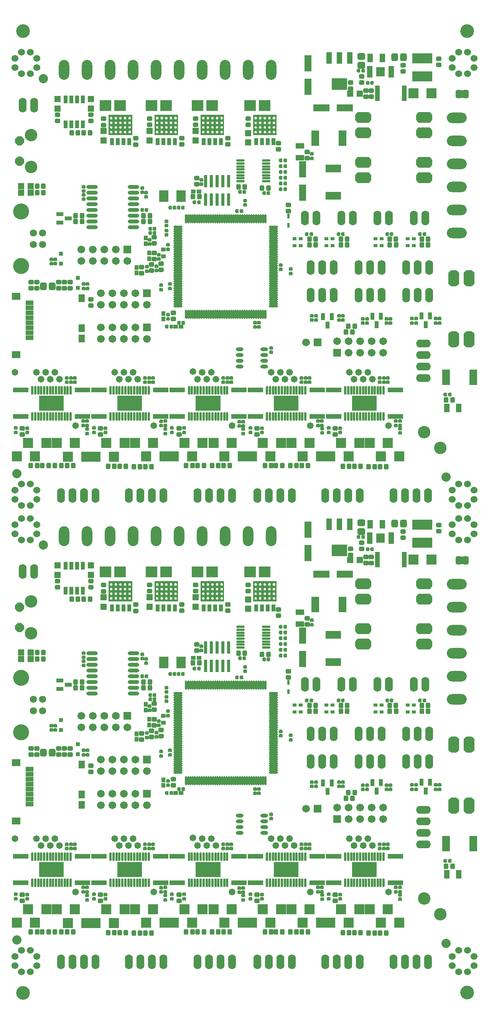
<source format=gts>
G04 Layer_Color=8388736*
%FSLAX23Y23*%
%MOIN*%
G70*
G01*
G75*
%ADD44R,0.030X0.110*%
%ADD50C,0.060*%
%ADD171R,0.035X0.070*%
G04:AMPARAMS|DCode=172|XSize=119mil|YSize=119mil|CornerRadius=59mil|HoleSize=0mil|Usage=FLASHONLY|Rotation=90.000|XOffset=0mil|YOffset=0mil|HoleType=Round|Shape=RoundedRectangle|*
%AMROUNDEDRECTD172*
21,1,0.119,0.000,0,0,90.0*
21,1,0.000,0.119,0,0,90.0*
1,1,0.119,0.000,0.000*
1,1,0.119,0.000,0.000*
1,1,0.119,0.000,0.000*
1,1,0.119,0.000,0.000*
%
%ADD172ROUNDEDRECTD172*%
%ADD173R,0.036X0.064*%
G04:AMPARAMS|DCode=174|XSize=30mil|YSize=32mil|CornerRadius=8mil|HoleSize=0mil|Usage=FLASHONLY|Rotation=90.000|XOffset=0mil|YOffset=0mil|HoleType=Round|Shape=RoundedRectangle|*
%AMROUNDEDRECTD174*
21,1,0.030,0.015,0,0,90.0*
21,1,0.013,0.032,0,0,90.0*
1,1,0.017,0.008,0.007*
1,1,0.017,0.008,-0.007*
1,1,0.017,-0.008,-0.007*
1,1,0.017,-0.008,0.007*
%
%ADD174ROUNDEDRECTD174*%
G04:AMPARAMS|DCode=175|XSize=37mil|YSize=47mil|CornerRadius=10mil|HoleSize=0mil|Usage=FLASHONLY|Rotation=90.000|XOffset=0mil|YOffset=0mil|HoleType=Round|Shape=RoundedRectangle|*
%AMROUNDEDRECTD175*
21,1,0.037,0.028,0,0,90.0*
21,1,0.017,0.047,0,0,90.0*
1,1,0.020,0.014,0.009*
1,1,0.020,0.014,-0.009*
1,1,0.020,-0.014,-0.009*
1,1,0.020,-0.014,0.009*
%
%ADD175ROUNDEDRECTD175*%
G04:AMPARAMS|DCode=176|XSize=60mil|YSize=68mil|CornerRadius=17mil|HoleSize=0mil|Usage=FLASHONLY|Rotation=0.000|XOffset=0mil|YOffset=0mil|HoleType=Round|Shape=RoundedRectangle|*
%AMROUNDEDRECTD176*
21,1,0.060,0.034,0,0,0.0*
21,1,0.026,0.068,0,0,0.0*
1,1,0.034,0.013,-0.017*
1,1,0.034,-0.013,-0.017*
1,1,0.034,-0.013,0.017*
1,1,0.034,0.013,0.017*
%
%ADD176ROUNDEDRECTD176*%
%ADD177C,0.058*%
%ADD178O,0.020X0.079*%
%ADD179O,0.079X0.020*%
G04:AMPARAMS|DCode=180|XSize=30mil|YSize=32mil|CornerRadius=8mil|HoleSize=0mil|Usage=FLASHONLY|Rotation=180.000|XOffset=0mil|YOffset=0mil|HoleType=Round|Shape=RoundedRectangle|*
%AMROUNDEDRECTD180*
21,1,0.030,0.015,0,0,180.0*
21,1,0.013,0.032,0,0,180.0*
1,1,0.017,-0.007,0.008*
1,1,0.017,0.007,0.008*
1,1,0.017,0.007,-0.008*
1,1,0.017,-0.007,-0.008*
%
%ADD180ROUNDEDRECTD180*%
%ADD181R,0.138X0.043*%
G04:AMPARAMS|DCode=182|XSize=37mil|YSize=47mil|CornerRadius=10mil|HoleSize=0mil|Usage=FLASHONLY|Rotation=180.000|XOffset=0mil|YOffset=0mil|HoleType=Round|Shape=RoundedRectangle|*
%AMROUNDEDRECTD182*
21,1,0.037,0.028,0,0,180.0*
21,1,0.017,0.047,0,0,180.0*
1,1,0.020,-0.009,0.014*
1,1,0.020,0.009,0.014*
1,1,0.020,0.009,-0.014*
1,1,0.020,-0.009,-0.014*
%
%ADD182ROUNDEDRECTD182*%
%ADD183R,0.056X0.056*%
%ADD184O,0.067X0.032*%
%ADD185R,0.063X0.032*%
%ADD186R,0.056X0.056*%
%ADD187O,0.073X0.022*%
G04:AMPARAMS|DCode=188|XSize=80mil|YSize=80mil|CornerRadius=40mil|HoleSize=0mil|Usage=FLASHONLY|Rotation=270.000|XOffset=0mil|YOffset=0mil|HoleType=Round|Shape=RoundedRectangle|*
%AMROUNDEDRECTD188*
21,1,0.080,0.000,0,0,270.0*
21,1,0.000,0.080,0,0,270.0*
1,1,0.080,0.000,0.000*
1,1,0.080,0.000,0.000*
1,1,0.080,0.000,0.000*
1,1,0.080,0.000,0.000*
%
%ADD188ROUNDEDRECTD188*%
G04:AMPARAMS|DCode=189|XSize=80mil|YSize=80mil|CornerRadius=40mil|HoleSize=0mil|Usage=FLASHONLY|Rotation=0.000|XOffset=0mil|YOffset=0mil|HoleType=Round|Shape=RoundedRectangle|*
%AMROUNDEDRECTD189*
21,1,0.080,0.000,0,0,0.0*
21,1,0.000,0.080,0,0,0.0*
1,1,0.080,0.000,0.000*
1,1,0.080,0.000,0.000*
1,1,0.080,0.000,0.000*
1,1,0.080,0.000,0.000*
%
%ADD189ROUNDEDRECTD189*%
%ADD190R,0.099X0.093*%
%ADD191R,0.039X0.032*%
%ADD192R,0.032X0.039*%
%ADD193R,0.043X0.036*%
%ADD194O,0.099X0.032*%
%ADD195R,0.079X0.102*%
%ADD196R,0.032X0.063*%
%ADD197R,0.051X0.075*%
G04:AMPARAMS|DCode=198|XSize=60mil|YSize=68mil|CornerRadius=17mil|HoleSize=0mil|Usage=FLASHONLY|Rotation=90.000|XOffset=0mil|YOffset=0mil|HoleType=Round|Shape=RoundedRectangle|*
%AMROUNDEDRECTD198*
21,1,0.060,0.034,0,0,90.0*
21,1,0.026,0.068,0,0,90.0*
1,1,0.034,0.017,0.013*
1,1,0.034,0.017,-0.013*
1,1,0.034,-0.017,-0.013*
1,1,0.034,-0.017,0.013*
%
%ADD198ROUNDEDRECTD198*%
%ADD199R,0.076X0.083*%
%ADD200R,0.048X0.020*%
%ADD201R,0.043X0.138*%
%ADD202R,0.047X0.102*%
%ADD203R,0.136X0.102*%
%ADD204R,0.022X0.043*%
%ADD205R,0.173X0.089*%
%ADD206R,0.087X0.087*%
%ADD207R,0.032X0.032*%
%ADD208R,0.142X0.063*%
%ADD209R,0.063X0.142*%
%ADD210R,0.036X0.028*%
%ADD211R,0.071X0.134*%
%ADD212R,0.134X0.071*%
%ADD213R,0.032X0.068*%
%ADD214R,0.075X0.051*%
G04:AMPARAMS|DCode=215|XSize=54mil|YSize=71mil|CornerRadius=16mil|HoleSize=0mil|Usage=FLASHONLY|Rotation=180.000|XOffset=0mil|YOffset=0mil|HoleType=Round|Shape=RoundedRectangle|*
%AMROUNDEDRECTD215*
21,1,0.054,0.040,0,0,180.0*
21,1,0.023,0.071,0,0,180.0*
1,1,0.031,-0.012,0.020*
1,1,0.031,0.012,0.020*
1,1,0.031,0.012,-0.020*
1,1,0.031,-0.012,-0.020*
%
%ADD215ROUNDEDRECTD215*%
%ADD216R,0.075X0.063*%
%ADD217R,0.053X0.067*%
%ADD218R,0.067X0.039*%
%ADD219O,0.022X0.075*%
%ADD220R,0.214X0.130*%
%ADD221R,0.067X0.067*%
%ADD222C,0.067*%
G04:AMPARAMS|DCode=223|XSize=141mil|YSize=91mil|CornerRadius=0mil|HoleSize=0mil|Usage=FLASHONLY|Rotation=180.000|XOffset=0mil|YOffset=0mil|HoleType=Round|Shape=Octagon|*
%AMOCTAGOND223*
4,1,8,-0.070,0.023,-0.070,-0.023,-0.048,-0.046,0.048,-0.046,0.070,-0.023,0.070,0.023,0.048,0.046,-0.048,0.046,-0.070,0.023,0.0*
%
%ADD223OCTAGOND223*%

%ADD224O,0.068X0.128*%
%ADD225C,0.062*%
%ADD226C,0.139*%
%ADD227C,0.108*%
%ADD228P,0.084X8X292.5*%
%ADD229O,0.091X0.173*%
%ADD230O,0.173X0.091*%
%ADD231O,0.128X0.068*%
G04:AMPARAMS|DCode=232|XSize=141mil|YSize=91mil|CornerRadius=0mil|HoleSize=0mil|Usage=FLASHONLY|Rotation=270.000|XOffset=0mil|YOffset=0mil|HoleType=Round|Shape=Octagon|*
%AMOCTAGOND232*
4,1,8,-0.023,-0.070,0.023,-0.070,0.046,-0.048,0.046,0.048,0.023,0.070,-0.023,0.070,-0.046,0.048,-0.046,-0.048,-0.023,-0.070,0.0*
%
%ADD232OCTAGOND232*%

G36*
X1728Y3676D02*
Y3637D01*
Y3597D01*
Y3557D01*
Y3530D01*
X1524D01*
Y3557D01*
Y3597D01*
Y3637D01*
Y3677D01*
Y3706D01*
X1728D01*
Y3676D01*
D02*
G37*
G36*
X1330D02*
Y3637D01*
Y3597D01*
Y3557D01*
Y3530D01*
X1125D01*
Y3557D01*
Y3597D01*
Y3637D01*
Y3677D01*
Y3706D01*
X1330D01*
Y3676D01*
D02*
G37*
G36*
X2585D02*
Y3637D01*
Y3597D01*
Y3557D01*
Y3530D01*
X2380D01*
Y3557D01*
Y3597D01*
Y3637D01*
Y3677D01*
Y3706D01*
X2585D01*
Y3676D01*
D02*
G37*
G36*
X2129D02*
Y3637D01*
Y3597D01*
Y3557D01*
Y3530D01*
X1925D01*
Y3557D01*
Y3597D01*
Y3637D01*
Y3677D01*
Y3706D01*
X2129D01*
Y3676D01*
D02*
G37*
G36*
X3455Y1243D02*
Y1222D01*
Y1200D01*
Y1178D01*
Y1157D01*
Y1135D01*
X3242D01*
Y1157D01*
Y1178D01*
Y1200D01*
Y1222D01*
Y1243D01*
Y1243D01*
D01*
Y1265D01*
X3455D01*
Y1243D01*
D02*
G37*
G36*
X1415D02*
Y1222D01*
Y1200D01*
Y1178D01*
Y1157D01*
Y1135D01*
X1202D01*
Y1157D01*
Y1178D01*
Y1200D01*
Y1222D01*
Y1243D01*
Y1243D01*
Y1265D01*
X1415D01*
Y1243D01*
D02*
G37*
G36*
X735D02*
Y1222D01*
Y1200D01*
Y1178D01*
Y1157D01*
Y1135D01*
X522D01*
Y1157D01*
Y1178D01*
Y1200D01*
Y1222D01*
Y1243D01*
Y1243D01*
Y1265D01*
X735D01*
Y1243D01*
D02*
G37*
G36*
X2775D02*
Y1222D01*
Y1200D01*
Y1178D01*
Y1157D01*
Y1135D01*
X2562D01*
Y1157D01*
Y1178D01*
Y1200D01*
Y1222D01*
Y1243D01*
Y1243D01*
Y1265D01*
X2775D01*
Y1243D01*
D02*
G37*
G36*
X2096D02*
Y1222D01*
Y1200D01*
Y1178D01*
Y1157D01*
Y1135D01*
X1882D01*
Y1157D01*
Y1178D01*
Y1200D01*
Y1222D01*
Y1243D01*
Y1243D01*
Y1265D01*
X2096D01*
Y1243D01*
D02*
G37*
%LPC*%
G36*
X1396Y1253D02*
X1395Y1253D01*
Y1253D01*
X1393Y1253D01*
X1388Y1251D01*
X1386Y1247D01*
X1386Y1244D01*
X1386Y1243D01*
X1385D01*
X1385Y1242D01*
X1385Y1239D01*
X1388Y1236D01*
X1391Y1234D01*
X1394Y1233D01*
X1395Y1233D01*
X1397D01*
X1402Y1236D01*
X1405Y1239D01*
X1405Y1243D01*
X1405Y1244D01*
X1405Y1244D01*
X1405Y1245D01*
X1404Y1248D01*
X1402Y1251D01*
X1399Y1253D01*
X1396Y1253D01*
D02*
G37*
G36*
X2077D02*
X2076Y1253D01*
Y1253D01*
X2074Y1253D01*
X2069Y1251D01*
X2066Y1247D01*
X2066Y1244D01*
X2066Y1243D01*
X2065D01*
X2065Y1242D01*
X2066Y1239D01*
X2068Y1236D01*
X2071Y1234D01*
X2074Y1233D01*
X2075Y1233D01*
X2077D01*
X2083Y1236D01*
X2085Y1239D01*
X2086Y1243D01*
X2086Y1244D01*
X2085Y1244D01*
X2085Y1245D01*
X2085Y1248D01*
X2082Y1251D01*
X2079Y1253D01*
X2077Y1253D01*
D02*
G37*
G36*
X3263Y1210D02*
X3262Y1210D01*
Y1210D01*
X3261D01*
X3258Y1210D01*
X3255Y1207D01*
X3252Y1204D01*
X3252Y1201D01*
Y1200D01*
X3252D01*
X3252Y1200D01*
Y1199D01*
X3252Y1196D01*
X3255Y1193D01*
X3258Y1191D01*
X3261Y1190D01*
X3262D01*
X3264Y1190D01*
X3269Y1193D01*
X3271Y1196D01*
X3272Y1199D01*
X3272Y1201D01*
X3272D01*
X3272Y1201D01*
X3272Y1204D01*
X3270Y1207D01*
X3266Y1210D01*
X3263Y1210D01*
D02*
G37*
G36*
X716Y1253D02*
X715Y1253D01*
Y1253D01*
X713Y1253D01*
X708Y1251D01*
X706Y1247D01*
X706Y1244D01*
X706Y1243D01*
X705D01*
X705Y1242D01*
X705Y1239D01*
X708Y1236D01*
X711Y1234D01*
X714Y1233D01*
X715Y1233D01*
X717D01*
X722Y1236D01*
X725Y1239D01*
X725Y1243D01*
X725Y1244D01*
X725Y1244D01*
X725Y1245D01*
X724Y1248D01*
X722Y1251D01*
X719Y1253D01*
X716Y1253D01*
D02*
G37*
G36*
X586Y1253D02*
X585Y1253D01*
X585Y1253D01*
X584Y1253D01*
X582Y1253D01*
X578Y1251D01*
X576Y1247D01*
X576Y1244D01*
X576Y1243D01*
X575D01*
X575Y1243D01*
X576Y1240D01*
X578Y1236D01*
X581Y1234D01*
X585Y1233D01*
X586Y1233D01*
X586D01*
X587Y1233D01*
X589Y1234D01*
X593Y1236D01*
X595Y1239D01*
X595Y1242D01*
X595Y1243D01*
X595D01*
X595Y1244D01*
X595Y1247D01*
X593Y1251D01*
X589Y1253D01*
X586Y1253D01*
D02*
G37*
G36*
X1266D02*
X1265Y1253D01*
X1265Y1253D01*
X1264Y1253D01*
X1262Y1253D01*
X1258Y1251D01*
X1256Y1247D01*
X1256Y1244D01*
X1256Y1243D01*
X1255D01*
X1255Y1243D01*
X1256Y1240D01*
X1258Y1236D01*
X1261Y1234D01*
X1265Y1233D01*
X1266Y1233D01*
X1266D01*
X1267Y1233D01*
X1269Y1234D01*
X1273Y1236D01*
X1275Y1239D01*
X1275Y1242D01*
X1275Y1243D01*
X1275D01*
X1275Y1244D01*
X1275Y1247D01*
X1273Y1251D01*
X1269Y1253D01*
X1266Y1253D01*
D02*
G37*
G36*
X2756Y1253D02*
X2755Y1253D01*
Y1253D01*
X2753Y1253D01*
X2748Y1251D01*
X2746Y1247D01*
X2746Y1244D01*
X2746Y1243D01*
X2745D01*
X2745Y1242D01*
X2745Y1239D01*
X2748Y1236D01*
X2751Y1234D01*
X2754Y1233D01*
X2755Y1233D01*
X2757D01*
X2762Y1236D01*
X2765Y1239D01*
X2765Y1243D01*
X2765Y1244D01*
X2765Y1244D01*
Y1244D01*
Y1244D01*
D01*
X2765Y1245D01*
X2764Y1248D01*
X2762Y1251D01*
X2759Y1253D01*
X2756Y1253D01*
D02*
G37*
G36*
X3436D02*
X3435Y1253D01*
Y1253D01*
X3433Y1253D01*
X3428Y1251D01*
X3426Y1247D01*
X3426Y1244D01*
X3426Y1243D01*
X3425D01*
X3425Y1242D01*
X3425Y1239D01*
X3428Y1236D01*
X3431Y1234D01*
X3434Y1233D01*
X3435Y1233D01*
X3437D01*
X3442Y1236D01*
X3445Y1239D01*
X3445Y1243D01*
X3445Y1244D01*
X3445Y1244D01*
Y1244D01*
Y1244D01*
D01*
X3445Y1245D01*
X3444Y1248D01*
X3442Y1251D01*
X3439Y1253D01*
X3436Y1253D01*
D02*
G37*
G36*
X2583Y1210D02*
X2582Y1210D01*
Y1210D01*
X2581D01*
X2578Y1210D01*
X2575Y1207D01*
X2572Y1204D01*
X2572Y1201D01*
Y1200D01*
X2572D01*
X2572Y1200D01*
Y1199D01*
X2572Y1196D01*
X2575Y1193D01*
X2578Y1191D01*
X2581Y1190D01*
X2582D01*
X2584Y1190D01*
X2589Y1193D01*
X2591Y1196D01*
X2592Y1199D01*
X2592Y1201D01*
X2592D01*
X2592Y1201D01*
X2592Y1204D01*
X2590Y1207D01*
X2586Y1210D01*
X2583Y1210D01*
D02*
G37*
G36*
X1990Y1210D02*
X1989Y1210D01*
X1989Y1210D01*
X1988Y1210D01*
X1985Y1210D01*
X1982Y1208D01*
X1979Y1204D01*
X1979Y1201D01*
X1979Y1200D01*
X1979D01*
X1979Y1200D01*
X1979Y1200D01*
X1979Y1200D01*
X1979D01*
X1979Y1199D01*
X1979Y1196D01*
X1982Y1193D01*
X1985Y1190D01*
X1988Y1190D01*
X1990D01*
X1993Y1190D01*
X1996Y1193D01*
X1998Y1196D01*
X1999Y1199D01*
X1999Y1200D01*
X1999D01*
Y1200D01*
Y1200D01*
D01*
X1999Y1200D01*
X1999Y1200D01*
X1999D01*
X1999Y1201D01*
X1998Y1204D01*
X1996Y1208D01*
X1993Y1210D01*
X1990Y1210D01*
D02*
G37*
G36*
X2670D02*
X2669Y1210D01*
X2669Y1210D01*
X2668Y1210D01*
X2665Y1210D01*
X2661Y1208D01*
X2659Y1204D01*
X2659Y1201D01*
X2659Y1200D01*
X2659D01*
X2659Y1200D01*
X2659Y1200D01*
X2659Y1200D01*
X2659D01*
X2659Y1199D01*
X2659Y1196D01*
X2661Y1193D01*
X2665Y1190D01*
X2668Y1190D01*
X2670D01*
X2672Y1190D01*
X2676Y1193D01*
X2678Y1196D01*
X2679Y1199D01*
X2679Y1200D01*
X2679D01*
Y1200D01*
Y1200D01*
D01*
X2679Y1200D01*
X2679Y1200D01*
X2679D01*
X2679Y1201D01*
X2678Y1204D01*
X2676Y1208D01*
X2672Y1210D01*
X2670Y1210D01*
D02*
G37*
G36*
X630D02*
X629Y1210D01*
X629Y1210D01*
X628Y1210D01*
X625Y1210D01*
X621Y1208D01*
X619Y1204D01*
X619Y1201D01*
X619Y1200D01*
X619D01*
X619Y1200D01*
X619Y1200D01*
X619Y1200D01*
X619D01*
X619Y1199D01*
X619Y1196D01*
X621Y1193D01*
X625Y1190D01*
X628Y1190D01*
X630D01*
X632Y1190D01*
X636Y1193D01*
X638Y1196D01*
X639Y1199D01*
X639Y1200D01*
X639D01*
Y1200D01*
Y1200D01*
D01*
X639Y1200D01*
X639Y1200D01*
X639D01*
X639Y1201D01*
X638Y1204D01*
X636Y1208D01*
X632Y1210D01*
X630Y1210D01*
D02*
G37*
G36*
X1310D02*
X1309Y1210D01*
X1309Y1210D01*
X1308Y1210D01*
X1305Y1210D01*
X1301Y1208D01*
X1299Y1204D01*
X1299Y1201D01*
X1299Y1200D01*
X1299D01*
X1299Y1200D01*
X1299Y1200D01*
X1299Y1200D01*
X1299D01*
X1299Y1199D01*
X1299Y1196D01*
X1301Y1193D01*
X1305Y1190D01*
X1308Y1190D01*
X1310D01*
X1312Y1190D01*
X1316Y1193D01*
X1318Y1196D01*
X1319Y1199D01*
X1319Y1200D01*
X1319D01*
Y1200D01*
Y1200D01*
D01*
X1319Y1200D01*
X1319Y1200D01*
X1319D01*
X1319Y1201D01*
X1318Y1204D01*
X1316Y1208D01*
X1312Y1210D01*
X1310Y1210D01*
D02*
G37*
G36*
X1223Y1210D02*
X1222Y1210D01*
Y1210D01*
X1221D01*
X1218Y1210D01*
X1215Y1207D01*
X1212Y1204D01*
X1212Y1201D01*
Y1200D01*
X1212D01*
X1212Y1200D01*
Y1199D01*
X1212Y1196D01*
X1215Y1193D01*
X1218Y1191D01*
X1221Y1190D01*
X1222D01*
X1224Y1190D01*
X1229Y1193D01*
X1231Y1196D01*
X1232Y1199D01*
X1232Y1201D01*
X1232D01*
X1232Y1201D01*
X1232Y1204D01*
X1230Y1207D01*
X1226Y1210D01*
X1223Y1210D01*
D02*
G37*
G36*
X1903D02*
X1902Y1210D01*
Y1210D01*
X1901D01*
X1898Y1210D01*
X1895Y1207D01*
X1893Y1204D01*
X1892Y1201D01*
Y1200D01*
X1892D01*
X1892Y1200D01*
Y1199D01*
X1893Y1196D01*
X1895Y1193D01*
X1898Y1191D01*
X1901Y1190D01*
X1902D01*
X1904Y1190D01*
X1909Y1193D01*
X1911Y1196D01*
X1912Y1199D01*
X1912Y1201D01*
X1913D01*
X1913Y1201D01*
X1912Y1204D01*
X1910Y1207D01*
X1906Y1210D01*
X1903Y1210D01*
D02*
G37*
G36*
X3350Y1210D02*
X3349Y1210D01*
X3349Y1210D01*
X3348Y1210D01*
X3345Y1210D01*
X3341Y1208D01*
X3339Y1204D01*
X3339Y1201D01*
X3339Y1200D01*
X3339D01*
X3339Y1200D01*
X3339Y1200D01*
X3339Y1200D01*
X3339D01*
X3339Y1199D01*
X3339Y1196D01*
X3341Y1193D01*
X3345Y1190D01*
X3348Y1190D01*
X3350D01*
X3352Y1190D01*
X3356Y1193D01*
X3358Y1196D01*
X3359Y1199D01*
X3359Y1200D01*
X3359D01*
Y1200D01*
Y1200D01*
D01*
X3359Y1200D01*
X3359Y1200D01*
X3359D01*
X3359Y1201D01*
X3358Y1204D01*
X3356Y1208D01*
X3352Y1210D01*
X3350Y1210D01*
D02*
G37*
G36*
X543Y1210D02*
X542Y1210D01*
Y1210D01*
X541D01*
X538Y1210D01*
X535Y1207D01*
X532Y1204D01*
X532Y1201D01*
Y1200D01*
X532D01*
X532Y1200D01*
Y1199D01*
X532Y1196D01*
X535Y1193D01*
X538Y1191D01*
X541Y1190D01*
X542D01*
X544Y1190D01*
X549Y1193D01*
X551Y1196D01*
X552Y1199D01*
X552Y1201D01*
X552D01*
X552Y1201D01*
X552Y1204D01*
X550Y1207D01*
X546Y1210D01*
X543Y1210D01*
D02*
G37*
G36*
X1947Y1253D02*
X1946Y1253D01*
X1946Y1253D01*
X1945Y1253D01*
X1942Y1253D01*
X1939Y1251D01*
X1936Y1247D01*
X1936Y1244D01*
X1936Y1243D01*
X1935D01*
X1935Y1243D01*
X1936Y1240D01*
X1938Y1236D01*
X1942Y1234D01*
X1945Y1233D01*
X1946Y1233D01*
X1946D01*
X1947Y1233D01*
X1950Y1234D01*
X1953Y1236D01*
X1955Y1239D01*
X1956Y1242D01*
X1956Y1243D01*
X1956D01*
X1956Y1244D01*
X1955Y1247D01*
X1953Y1251D01*
X1950Y1253D01*
X1947Y1253D01*
D02*
G37*
G36*
X3350Y1254D02*
X3349Y1254D01*
X3349Y1254D01*
X3348Y1254D01*
X3345Y1253D01*
X3341Y1251D01*
X3339Y1248D01*
X3339Y1244D01*
X3339Y1243D01*
X3339D01*
X3339Y1243D01*
X3339Y1243D01*
X3339Y1243D01*
X3339D01*
X3339Y1242D01*
X3339Y1239D01*
X3341Y1236D01*
X3345Y1234D01*
X3348Y1233D01*
X3350D01*
X3352Y1234D01*
X3356Y1236D01*
X3358Y1239D01*
X3359Y1242D01*
X3359Y1243D01*
X3359D01*
Y1243D01*
Y1243D01*
D01*
X3359Y1243D01*
X3359Y1243D01*
X3359D01*
X3359Y1244D01*
X3358Y1248D01*
X3356Y1251D01*
X3352Y1253D01*
X3350Y1254D01*
D02*
G37*
G36*
X543Y1254D02*
X542Y1254D01*
Y1254D01*
X541D01*
X538Y1253D01*
X535Y1251D01*
X532Y1247D01*
X532Y1244D01*
Y1244D01*
X532Y1244D01*
X532D01*
X532Y1243D01*
X532Y1240D01*
X535Y1236D01*
X540Y1234D01*
X542Y1233D01*
X542Y1233D01*
X544Y1233D01*
X549Y1236D01*
X551Y1239D01*
X552Y1243D01*
X552Y1244D01*
X552D01*
X552Y1244D01*
X552Y1247D01*
X550Y1251D01*
X546Y1253D01*
X543Y1254D01*
D02*
G37*
G36*
X1990Y1254D02*
X1989Y1254D01*
X1989Y1254D01*
X1988Y1254D01*
X1985Y1253D01*
X1982Y1251D01*
X1979Y1248D01*
X1979Y1244D01*
X1979Y1243D01*
X1979D01*
X1979Y1243D01*
X1979Y1243D01*
X1979Y1243D01*
X1979D01*
X1979Y1242D01*
X1979Y1239D01*
X1982Y1236D01*
X1985Y1234D01*
X1988Y1233D01*
X1990D01*
X1993Y1234D01*
X1996Y1236D01*
X1998Y1239D01*
X1999Y1242D01*
X1999Y1243D01*
X1999D01*
Y1243D01*
Y1243D01*
D01*
X1999Y1243D01*
X1999Y1243D01*
X1999D01*
X1999Y1244D01*
X1998Y1248D01*
X1996Y1251D01*
X1993Y1253D01*
X1990Y1254D01*
D02*
G37*
G36*
X2670D02*
X2669Y1254D01*
X2669Y1254D01*
X2668Y1254D01*
X2665Y1253D01*
X2661Y1251D01*
X2659Y1248D01*
X2659Y1244D01*
X2659Y1243D01*
X2659D01*
X2659Y1243D01*
X2659Y1243D01*
X2659Y1243D01*
X2659D01*
X2659Y1242D01*
X2659Y1239D01*
X2661Y1236D01*
X2665Y1234D01*
X2668Y1233D01*
X2670D01*
X2672Y1234D01*
X2676Y1236D01*
X2678Y1239D01*
X2679Y1242D01*
X2679Y1243D01*
X2679D01*
Y1243D01*
Y1243D01*
D01*
X2679Y1243D01*
X2679Y1243D01*
X2679D01*
X2679Y1244D01*
X2678Y1248D01*
X2676Y1251D01*
X2672Y1253D01*
X2670Y1254D01*
D02*
G37*
G36*
X2583Y1254D02*
X2582Y1254D01*
Y1254D01*
X2581D01*
X2578Y1253D01*
X2575Y1251D01*
X2572Y1247D01*
X2572Y1244D01*
Y1244D01*
X2572Y1244D01*
X2572D01*
X2572Y1243D01*
X2572Y1240D01*
X2575Y1236D01*
X2580Y1234D01*
X2582Y1233D01*
X2582Y1233D01*
X2584Y1233D01*
X2589Y1236D01*
X2591Y1239D01*
X2592Y1243D01*
X2592Y1244D01*
X2592D01*
X2592Y1244D01*
X2592Y1247D01*
X2590Y1251D01*
X2586Y1253D01*
X2583Y1254D01*
D02*
G37*
G36*
X3263D02*
X3262Y1254D01*
Y1254D01*
X3261D01*
X3258Y1253D01*
X3255Y1251D01*
X3252Y1247D01*
X3252Y1244D01*
Y1244D01*
X3252Y1244D01*
X3252D01*
X3252Y1243D01*
X3252Y1240D01*
X3255Y1236D01*
X3260Y1234D01*
X3262Y1233D01*
X3262Y1233D01*
X3264Y1233D01*
X3269Y1236D01*
X3271Y1239D01*
X3272Y1243D01*
X3272Y1244D01*
X3272D01*
X3272Y1244D01*
X3272Y1247D01*
X3270Y1251D01*
X3266Y1253D01*
X3263Y1254D01*
D02*
G37*
G36*
X1223D02*
X1222Y1254D01*
Y1254D01*
X1221D01*
X1218Y1253D01*
X1215Y1251D01*
X1212Y1247D01*
X1212Y1244D01*
Y1244D01*
X1212Y1244D01*
X1212D01*
X1212Y1243D01*
X1212Y1240D01*
X1215Y1236D01*
X1220Y1234D01*
X1222Y1233D01*
X1222Y1233D01*
X1224Y1233D01*
X1229Y1236D01*
X1231Y1239D01*
X1232Y1243D01*
X1232Y1244D01*
X1232D01*
X1232Y1244D01*
X1232Y1247D01*
X1230Y1251D01*
X1226Y1253D01*
X1223Y1254D01*
D02*
G37*
G36*
X1903D02*
X1902Y1254D01*
Y1254D01*
X1901D01*
X1898Y1253D01*
X1895Y1251D01*
X1893Y1247D01*
X1892Y1244D01*
Y1244D01*
X1892Y1244D01*
X1892D01*
X1892Y1243D01*
X1893Y1240D01*
X1895Y1236D01*
X1900Y1234D01*
X1902Y1233D01*
X1902Y1233D01*
X1904Y1233D01*
X1909Y1236D01*
X1911Y1239D01*
X1912Y1243D01*
X1912Y1244D01*
X1913D01*
X1913Y1244D01*
X1912Y1247D01*
X1910Y1251D01*
X1906Y1253D01*
X1903Y1254D01*
D02*
G37*
G36*
X1310Y1254D02*
X1309Y1254D01*
X1309Y1254D01*
X1308Y1254D01*
X1305Y1253D01*
X1301Y1251D01*
X1299Y1248D01*
X1299Y1244D01*
X1299Y1243D01*
X1299D01*
X1299Y1243D01*
X1299Y1243D01*
X1299Y1243D01*
X1299D01*
X1299Y1242D01*
X1299Y1239D01*
X1301Y1236D01*
X1305Y1234D01*
X1308Y1233D01*
X1310D01*
X1312Y1234D01*
X1316Y1236D01*
X1318Y1239D01*
X1319Y1242D01*
X1319Y1243D01*
X1319D01*
Y1243D01*
Y1243D01*
D01*
X1319Y1243D01*
X1319Y1243D01*
X1319D01*
X1319Y1244D01*
X1318Y1248D01*
X1316Y1251D01*
X1312Y1253D01*
X1310Y1254D01*
D02*
G37*
G36*
X673Y1253D02*
X672Y1253D01*
X672Y1253D01*
X671Y1253D01*
X668Y1253D01*
X665Y1251D01*
X662Y1247D01*
X662Y1244D01*
X662Y1243D01*
X662D01*
X662Y1243D01*
X662Y1243D01*
X662Y1243D01*
X662D01*
X662Y1242D01*
X662Y1239D01*
X665Y1236D01*
X668Y1234D01*
X671Y1233D01*
X672Y1233D01*
X672D01*
X673Y1233D01*
X676Y1234D01*
X679Y1236D01*
X681Y1239D01*
X682Y1242D01*
X682Y1243D01*
X682D01*
X682Y1245D01*
X679Y1250D01*
X676Y1253D01*
X673Y1253D01*
D02*
G37*
G36*
X1353D02*
X1352Y1253D01*
X1352Y1253D01*
X1351Y1253D01*
X1348Y1253D01*
X1345Y1251D01*
X1342Y1247D01*
X1342Y1244D01*
X1342Y1243D01*
X1342D01*
X1342Y1243D01*
X1342Y1243D01*
X1342Y1243D01*
X1342D01*
X1342Y1242D01*
X1342Y1239D01*
X1345Y1236D01*
X1348Y1234D01*
X1351Y1233D01*
X1352Y1233D01*
X1352D01*
X1353Y1233D01*
X1356Y1234D01*
X1359Y1236D01*
X1361Y1239D01*
X1362Y1242D01*
X1362Y1243D01*
X1362D01*
X1362Y1245D01*
X1359Y1250D01*
X1356Y1253D01*
X1353Y1253D01*
D02*
G37*
G36*
X2626Y1253D02*
X2625Y1253D01*
X2625Y1253D01*
X2624Y1253D01*
X2622Y1253D01*
X2618Y1251D01*
X2616Y1247D01*
X2616Y1244D01*
X2616Y1243D01*
X2615D01*
X2615Y1243D01*
X2616Y1240D01*
X2618Y1236D01*
X2621Y1234D01*
X2625Y1233D01*
X2626Y1233D01*
X2626D01*
X2627Y1233D01*
X2629Y1234D01*
X2633Y1236D01*
X2635Y1239D01*
X2635Y1242D01*
X2635Y1243D01*
X2635D01*
X2635Y1244D01*
X2635Y1247D01*
X2633Y1251D01*
X2629Y1253D01*
X2626Y1253D01*
D02*
G37*
G36*
X3306D02*
X3305Y1253D01*
X3305Y1253D01*
X3304Y1253D01*
X3302Y1253D01*
X3298Y1251D01*
X3296Y1247D01*
X3296Y1244D01*
X3296Y1243D01*
X3295D01*
X3295Y1243D01*
X3296Y1240D01*
X3298Y1236D01*
X3301Y1234D01*
X3305Y1233D01*
X3306Y1233D01*
X3306D01*
X3307Y1233D01*
X3309Y1234D01*
X3313Y1236D01*
X3315Y1239D01*
X3315Y1242D01*
X3315Y1243D01*
X3315D01*
X3315Y1244D01*
X3315Y1247D01*
X3313Y1251D01*
X3309Y1253D01*
X3306Y1253D01*
D02*
G37*
G36*
X3393Y1253D02*
X3392Y1253D01*
X3392Y1253D01*
X3391Y1253D01*
X3388Y1253D01*
X3385Y1251D01*
X3382Y1247D01*
X3382Y1244D01*
X3382Y1243D01*
X3382D01*
X3382Y1243D01*
X3382Y1243D01*
X3382Y1243D01*
X3382D01*
X3382Y1242D01*
X3382Y1239D01*
X3385Y1236D01*
X3388Y1234D01*
X3391Y1233D01*
X3392Y1233D01*
X3392D01*
X3393Y1233D01*
X3396Y1234D01*
X3399Y1236D01*
X3401Y1239D01*
X3402Y1242D01*
X3402Y1243D01*
X3402D01*
X3402Y1245D01*
X3399Y1250D01*
X3396Y1253D01*
X3393Y1253D01*
D02*
G37*
G36*
X630Y1254D02*
X629Y1254D01*
X629Y1254D01*
X628Y1254D01*
X625Y1253D01*
X621Y1251D01*
X619Y1248D01*
X619Y1244D01*
X619Y1243D01*
X619D01*
X619Y1243D01*
X619Y1243D01*
X619Y1243D01*
X619D01*
X619Y1242D01*
X619Y1239D01*
X621Y1236D01*
X625Y1234D01*
X628Y1233D01*
X630D01*
X632Y1234D01*
X636Y1236D01*
X638Y1239D01*
X639Y1242D01*
X639Y1243D01*
X639D01*
Y1243D01*
Y1243D01*
D01*
X639Y1243D01*
X639Y1243D01*
X639D01*
X639Y1244D01*
X638Y1248D01*
X636Y1251D01*
X632Y1253D01*
X630Y1254D01*
D02*
G37*
G36*
X2033Y1253D02*
X2032Y1253D01*
X2032Y1253D01*
X2031Y1253D01*
X2028Y1253D01*
X2025Y1251D01*
X2023Y1247D01*
X2022Y1244D01*
X2022Y1243D01*
X2022D01*
X2022Y1243D01*
X2022Y1243D01*
X2022Y1243D01*
X2022D01*
X2022Y1242D01*
X2023Y1239D01*
X2025Y1236D01*
X2028Y1234D01*
X2031Y1233D01*
X2032Y1233D01*
X2032D01*
X2033Y1233D01*
X2036Y1234D01*
X2039Y1236D01*
X2041Y1239D01*
X2042Y1242D01*
X2042Y1243D01*
X2042D01*
X2042Y1245D01*
X2039Y1250D01*
X2036Y1253D01*
X2033Y1253D01*
D02*
G37*
G36*
X2713D02*
X2712Y1253D01*
X2712Y1253D01*
X2711Y1253D01*
X2708Y1253D01*
X2705Y1251D01*
X2702Y1247D01*
X2702Y1244D01*
X2702Y1243D01*
X2702D01*
X2702Y1243D01*
X2702Y1243D01*
X2702Y1243D01*
X2702D01*
X2702Y1242D01*
X2702Y1239D01*
X2705Y1236D01*
X2708Y1234D01*
X2711Y1233D01*
X2712Y1233D01*
X2712D01*
X2713Y1233D01*
X2716Y1234D01*
X2719Y1236D01*
X2721Y1239D01*
X2722Y1242D01*
X2722Y1243D01*
X2722D01*
X2722Y1245D01*
X2719Y1250D01*
X2716Y1253D01*
X2713Y1253D01*
D02*
G37*
G36*
X3393Y1210D02*
X3392Y1210D01*
X3392Y1210D01*
X3391Y1210D01*
X3388Y1209D01*
X3385Y1207D01*
X3382Y1204D01*
X3382Y1201D01*
X3382Y1200D01*
X3382D01*
X3382Y1200D01*
X3382Y1200D01*
X3382Y1200D01*
X3382D01*
X3382Y1199D01*
X3382Y1196D01*
X3385Y1193D01*
X3388Y1191D01*
X3391Y1190D01*
X3392Y1190D01*
X3392D01*
X3393Y1190D01*
X3396Y1191D01*
X3399Y1193D01*
X3401Y1196D01*
X3402Y1199D01*
X3402Y1200D01*
X3402D01*
X3402Y1202D01*
X3399Y1207D01*
X3396Y1209D01*
X3393Y1210D01*
D02*
G37*
G36*
X2033Y1167D02*
X2032Y1167D01*
X2032Y1167D01*
X2031Y1167D01*
X2028Y1166D01*
X2025Y1164D01*
X2023Y1161D01*
X2022Y1158D01*
X2022Y1157D01*
X2022D01*
X2022Y1157D01*
X2022Y1157D01*
X2022Y1157D01*
X2022D01*
X2022Y1156D01*
X2023Y1153D01*
X2025Y1150D01*
X2028Y1147D01*
X2031Y1147D01*
X2032Y1147D01*
X2032D01*
X2033Y1147D01*
X2036Y1147D01*
X2039Y1150D01*
X2041Y1153D01*
X2042Y1156D01*
X2042Y1157D01*
X2042D01*
X2042Y1159D01*
X2039Y1164D01*
X2036Y1166D01*
X2033Y1167D01*
D02*
G37*
G36*
X2713D02*
X2712Y1167D01*
X2712Y1167D01*
X2711Y1167D01*
X2708Y1166D01*
X2705Y1164D01*
X2702Y1161D01*
X2702Y1158D01*
X2702Y1157D01*
X2702D01*
X2702Y1157D01*
X2702Y1157D01*
X2702Y1157D01*
X2702D01*
X2702Y1156D01*
X2702Y1153D01*
X2705Y1150D01*
X2708Y1147D01*
X2711Y1147D01*
X2712Y1147D01*
X2712D01*
X2713Y1147D01*
X2716Y1147D01*
X2719Y1150D01*
X2721Y1153D01*
X2722Y1156D01*
X2722Y1157D01*
X2722D01*
X2722Y1159D01*
X2719Y1164D01*
X2716Y1166D01*
X2713Y1167D01*
D02*
G37*
G36*
X673D02*
X672Y1167D01*
X672Y1167D01*
X671Y1167D01*
X668Y1166D01*
X665Y1164D01*
X662Y1161D01*
X662Y1158D01*
X662Y1157D01*
X662D01*
X662Y1157D01*
X662Y1157D01*
X662Y1157D01*
X662D01*
X662Y1156D01*
X662Y1153D01*
X665Y1150D01*
X668Y1147D01*
X671Y1147D01*
X672Y1147D01*
X672D01*
X673Y1147D01*
X676Y1147D01*
X679Y1150D01*
X681Y1153D01*
X682Y1156D01*
X682Y1157D01*
X682D01*
X682Y1159D01*
X679Y1164D01*
X676Y1166D01*
X673Y1167D01*
D02*
G37*
G36*
X1353D02*
X1352Y1167D01*
X1352Y1167D01*
X1351Y1167D01*
X1348Y1166D01*
X1345Y1164D01*
X1342Y1161D01*
X1342Y1158D01*
X1342Y1157D01*
X1342D01*
X1342Y1157D01*
X1342Y1157D01*
X1342Y1157D01*
X1342D01*
X1342Y1156D01*
X1342Y1153D01*
X1345Y1150D01*
X1348Y1147D01*
X1351Y1147D01*
X1352Y1147D01*
X1352D01*
X1353Y1147D01*
X1356Y1147D01*
X1359Y1150D01*
X1361Y1153D01*
X1362Y1156D01*
X1362Y1157D01*
X1362D01*
X1362Y1159D01*
X1359Y1164D01*
X1356Y1166D01*
X1353Y1167D01*
D02*
G37*
G36*
X3393D02*
X3392Y1167D01*
X3392Y1167D01*
X3391Y1167D01*
X3388Y1166D01*
X3385Y1164D01*
X3382Y1161D01*
X3382Y1158D01*
X3382Y1157D01*
X3382D01*
X3382Y1157D01*
X3382Y1157D01*
X3382Y1157D01*
X3382D01*
X3382Y1156D01*
X3382Y1153D01*
X3385Y1150D01*
X3388Y1147D01*
X3391Y1147D01*
X3392Y1147D01*
X3392D01*
X3393Y1147D01*
X3396Y1147D01*
X3399Y1150D01*
X3401Y1153D01*
X3402Y1156D01*
X3402Y1157D01*
X3402D01*
X3402Y1159D01*
X3399Y1164D01*
X3396Y1166D01*
X3393Y1167D01*
D02*
G37*
G36*
X1990Y1167D02*
X1989Y1167D01*
X1989Y1167D01*
X1988Y1167D01*
X1985Y1166D01*
X1982Y1164D01*
X1979Y1161D01*
X1979Y1158D01*
X1979Y1157D01*
X1979D01*
X1979Y1157D01*
X1979Y1157D01*
X1979Y1157D01*
X1979D01*
X1979Y1156D01*
X1979Y1153D01*
X1982Y1149D01*
X1985Y1147D01*
X1988Y1147D01*
X1990D01*
X1993Y1147D01*
X1996Y1149D01*
X1998Y1153D01*
X1999Y1156D01*
X1999Y1157D01*
X1999D01*
Y1157D01*
Y1157D01*
D01*
X1999Y1157D01*
X1999Y1157D01*
X1999D01*
X1999Y1158D01*
X1998Y1161D01*
X1996Y1164D01*
X1993Y1166D01*
X1990Y1167D01*
D02*
G37*
G36*
X2670D02*
X2669Y1167D01*
X2669Y1167D01*
X2668Y1167D01*
X2665Y1166D01*
X2661Y1164D01*
X2659Y1161D01*
X2659Y1158D01*
X2659Y1157D01*
X2659D01*
X2659Y1157D01*
X2659Y1157D01*
X2659Y1157D01*
X2659D01*
X2659Y1156D01*
X2659Y1153D01*
X2661Y1149D01*
X2665Y1147D01*
X2668Y1147D01*
X2670D01*
X2672Y1147D01*
X2676Y1149D01*
X2678Y1153D01*
X2679Y1156D01*
X2679Y1157D01*
X2679D01*
Y1157D01*
Y1157D01*
D01*
X2679Y1157D01*
X2679Y1157D01*
X2679D01*
X2679Y1158D01*
X2678Y1161D01*
X2676Y1164D01*
X2672Y1166D01*
X2670Y1167D01*
D02*
G37*
G36*
X630D02*
X629Y1167D01*
X629Y1167D01*
X628Y1167D01*
X625Y1166D01*
X621Y1164D01*
X619Y1161D01*
X619Y1158D01*
X619Y1157D01*
X619D01*
X619Y1157D01*
X619Y1157D01*
X619Y1157D01*
X619D01*
X619Y1156D01*
X619Y1153D01*
X621Y1149D01*
X625Y1147D01*
X628Y1147D01*
X630D01*
X632Y1147D01*
X636Y1149D01*
X638Y1153D01*
X639Y1156D01*
X639Y1157D01*
X639D01*
Y1157D01*
Y1157D01*
D01*
X639Y1157D01*
X639Y1157D01*
X639D01*
X639Y1158D01*
X638Y1161D01*
X636Y1164D01*
X632Y1166D01*
X630Y1167D01*
D02*
G37*
G36*
X1310D02*
X1309Y1167D01*
X1309Y1167D01*
X1308Y1167D01*
X1305Y1166D01*
X1301Y1164D01*
X1299Y1161D01*
X1299Y1158D01*
X1299Y1157D01*
X1299D01*
X1299Y1157D01*
X1299Y1157D01*
X1299Y1157D01*
X1299D01*
X1299Y1156D01*
X1299Y1153D01*
X1301Y1149D01*
X1305Y1147D01*
X1308Y1147D01*
X1310D01*
X1312Y1147D01*
X1316Y1149D01*
X1318Y1153D01*
X1319Y1156D01*
X1319Y1157D01*
X1319D01*
Y1157D01*
Y1157D01*
D01*
X1319Y1157D01*
X1319Y1157D01*
X1319D01*
X1319Y1158D01*
X1318Y1161D01*
X1316Y1164D01*
X1312Y1166D01*
X1310Y1167D01*
D02*
G37*
G36*
X3306Y1167D02*
X3305Y1167D01*
X3305Y1167D01*
X3304Y1167D01*
X3302Y1166D01*
X3298Y1164D01*
X3296Y1161D01*
X3296Y1158D01*
X3296Y1157D01*
X3295D01*
X3295Y1156D01*
X3296Y1153D01*
X3298Y1150D01*
X3301Y1147D01*
X3305Y1147D01*
X3306Y1147D01*
X3306D01*
X3307Y1147D01*
X3309Y1147D01*
X3313Y1150D01*
X3315Y1153D01*
X3315Y1156D01*
X3315Y1157D01*
X3315D01*
X3315Y1158D01*
X3315Y1161D01*
X3313Y1164D01*
X3309Y1166D01*
X3306Y1167D01*
D02*
G37*
G36*
X2077Y1167D02*
X2076Y1167D01*
Y1167D01*
X2074Y1167D01*
X2069Y1164D01*
X2066Y1161D01*
X2066Y1158D01*
X2066Y1157D01*
X2065D01*
X2065Y1156D01*
X2066Y1153D01*
X2068Y1149D01*
X2071Y1147D01*
X2074Y1147D01*
X2075Y1147D01*
X2077D01*
X2083Y1149D01*
X2085Y1153D01*
X2086Y1156D01*
X2086Y1157D01*
X2085Y1157D01*
X2085Y1158D01*
X2085Y1161D01*
X2082Y1164D01*
X2079Y1166D01*
X2077Y1167D01*
D02*
G37*
G36*
X2756D02*
X2755Y1167D01*
Y1167D01*
X2753Y1167D01*
X2748Y1164D01*
X2746Y1161D01*
X2746Y1158D01*
X2746Y1157D01*
X2745D01*
X2745Y1156D01*
X2745Y1153D01*
X2748Y1149D01*
X2751Y1147D01*
X2754Y1147D01*
X2755Y1147D01*
X2757D01*
X2762Y1149D01*
X2765Y1153D01*
X2765Y1156D01*
X2765Y1157D01*
X2765Y1157D01*
Y1157D01*
Y1157D01*
D01*
X2765Y1158D01*
X2764Y1161D01*
X2762Y1164D01*
X2759Y1166D01*
X2756Y1167D01*
D02*
G37*
G36*
X716D02*
X715Y1167D01*
Y1167D01*
X713Y1167D01*
X708Y1164D01*
X706Y1161D01*
X706Y1158D01*
X706Y1157D01*
X705D01*
X705Y1156D01*
X705Y1153D01*
X708Y1149D01*
X711Y1147D01*
X714Y1147D01*
X715Y1147D01*
X717D01*
X722Y1149D01*
X725Y1153D01*
X725Y1156D01*
X725Y1157D01*
X725Y1157D01*
X725Y1158D01*
X724Y1161D01*
X722Y1164D01*
X719Y1166D01*
X716Y1167D01*
D02*
G37*
G36*
X1396D02*
X1395Y1167D01*
Y1167D01*
X1393Y1167D01*
X1388Y1164D01*
X1386Y1161D01*
X1386Y1158D01*
X1386Y1157D01*
X1385D01*
X1385Y1156D01*
X1385Y1153D01*
X1388Y1149D01*
X1391Y1147D01*
X1394Y1147D01*
X1395Y1147D01*
X1397D01*
X1402Y1149D01*
X1405Y1153D01*
X1405Y1156D01*
X1405Y1157D01*
X1405Y1157D01*
X1405Y1158D01*
X1404Y1161D01*
X1402Y1164D01*
X1399Y1166D01*
X1396Y1167D01*
D02*
G37*
G36*
X3436D02*
X3435Y1167D01*
Y1167D01*
X3433Y1167D01*
X3428Y1164D01*
X3426Y1161D01*
X3426Y1158D01*
X3426Y1157D01*
X3425D01*
X3425Y1156D01*
X3425Y1153D01*
X3428Y1149D01*
X3431Y1147D01*
X3434Y1147D01*
X3435Y1147D01*
X3437D01*
X3442Y1149D01*
X3445Y1153D01*
X3445Y1156D01*
X3445Y1157D01*
X3445Y1157D01*
Y1157D01*
Y1157D01*
D01*
X3445Y1158D01*
X3444Y1161D01*
X3442Y1164D01*
X3439Y1166D01*
X3436Y1167D01*
D02*
G37*
G36*
X1947Y1167D02*
X1946Y1167D01*
X1946Y1167D01*
X1945Y1167D01*
X1942Y1166D01*
X1939Y1164D01*
X1936Y1161D01*
X1936Y1158D01*
X1936Y1157D01*
X1935D01*
X1935Y1156D01*
X1936Y1153D01*
X1938Y1150D01*
X1942Y1147D01*
X1945Y1147D01*
X1946Y1147D01*
X1946D01*
X1947Y1147D01*
X1950Y1147D01*
X1953Y1150D01*
X1955Y1153D01*
X1956Y1156D01*
X1956Y1157D01*
X1956D01*
X1956Y1158D01*
X1955Y1161D01*
X1953Y1164D01*
X1950Y1166D01*
X1947Y1167D01*
D02*
G37*
G36*
X2626D02*
X2625Y1167D01*
X2625Y1167D01*
X2624Y1167D01*
X2622Y1166D01*
X2618Y1164D01*
X2616Y1161D01*
X2616Y1158D01*
X2616Y1157D01*
X2615D01*
X2615Y1156D01*
X2616Y1153D01*
X2618Y1150D01*
X2621Y1147D01*
X2625Y1147D01*
X2626Y1147D01*
X2626D01*
X2627Y1147D01*
X2629Y1147D01*
X2633Y1150D01*
X2635Y1153D01*
X2635Y1156D01*
X2635Y1157D01*
X2635D01*
X2635Y1158D01*
X2635Y1161D01*
X2633Y1164D01*
X2629Y1166D01*
X2626Y1167D01*
D02*
G37*
G36*
X586D02*
X585Y1167D01*
X585Y1167D01*
X584Y1167D01*
X582Y1166D01*
X578Y1164D01*
X576Y1161D01*
X576Y1158D01*
X576Y1157D01*
X575D01*
X575Y1156D01*
X576Y1153D01*
X578Y1150D01*
X581Y1147D01*
X585Y1147D01*
X586Y1147D01*
X586D01*
X587Y1147D01*
X589Y1147D01*
X593Y1150D01*
X595Y1153D01*
X595Y1156D01*
X595Y1157D01*
X595D01*
X595Y1158D01*
X595Y1161D01*
X593Y1164D01*
X589Y1166D01*
X586Y1167D01*
D02*
G37*
G36*
X1266D02*
X1265Y1167D01*
X1265Y1167D01*
X1264Y1167D01*
X1262Y1166D01*
X1258Y1164D01*
X1256Y1161D01*
X1256Y1158D01*
X1256Y1157D01*
X1255D01*
X1255Y1156D01*
X1256Y1153D01*
X1258Y1150D01*
X1261Y1147D01*
X1265Y1147D01*
X1266Y1147D01*
X1266D01*
X1267Y1147D01*
X1269Y1147D01*
X1273Y1150D01*
X1275Y1153D01*
X1275Y1156D01*
X1275Y1157D01*
X1275D01*
X1275Y1158D01*
X1275Y1161D01*
X1273Y1164D01*
X1269Y1166D01*
X1266Y1167D01*
D02*
G37*
G36*
X3350Y1167D02*
X3349Y1167D01*
X3349Y1167D01*
X3348Y1167D01*
X3345Y1166D01*
X3341Y1164D01*
X3339Y1161D01*
X3339Y1158D01*
X3339Y1157D01*
X3339D01*
X3339Y1157D01*
X3339Y1157D01*
X3339Y1157D01*
X3339D01*
X3339Y1156D01*
X3339Y1153D01*
X3341Y1149D01*
X3345Y1147D01*
X3348Y1147D01*
X3350D01*
X3352Y1147D01*
X3356Y1149D01*
X3358Y1153D01*
X3359Y1156D01*
X3359Y1157D01*
X3359D01*
Y1157D01*
Y1157D01*
D01*
X3359Y1157D01*
X3359Y1157D01*
X3359D01*
X3359Y1158D01*
X3358Y1161D01*
X3356Y1164D01*
X3352Y1166D01*
X3350Y1167D01*
D02*
G37*
G36*
X1947Y1210D02*
X1946Y1210D01*
X1946Y1210D01*
X1945Y1210D01*
X1942Y1209D01*
X1939Y1207D01*
X1936Y1204D01*
X1936Y1201D01*
X1936Y1200D01*
X1935D01*
X1935Y1200D01*
X1936Y1196D01*
X1938Y1193D01*
X1942Y1191D01*
X1945Y1190D01*
X1946Y1190D01*
X1946D01*
X1947Y1190D01*
X1950Y1191D01*
X1953Y1193D01*
X1955Y1196D01*
X1956Y1199D01*
X1956Y1200D01*
X1956D01*
X1956Y1201D01*
X1955Y1204D01*
X1953Y1207D01*
X1950Y1209D01*
X1947Y1210D01*
D02*
G37*
G36*
X2626D02*
X2625Y1210D01*
X2625Y1210D01*
X2624Y1210D01*
X2622Y1209D01*
X2618Y1207D01*
X2616Y1204D01*
X2616Y1201D01*
X2616Y1200D01*
X2615D01*
X2615Y1200D01*
X2616Y1196D01*
X2618Y1193D01*
X2621Y1191D01*
X2625Y1190D01*
X2626Y1190D01*
X2626D01*
X2627Y1190D01*
X2629Y1191D01*
X2633Y1193D01*
X2635Y1196D01*
X2635Y1199D01*
X2635Y1200D01*
X2635D01*
X2635Y1201D01*
X2635Y1204D01*
X2633Y1207D01*
X2629Y1209D01*
X2626Y1210D01*
D02*
G37*
G36*
X586D02*
X585Y1210D01*
X585Y1210D01*
X584Y1210D01*
X582Y1209D01*
X578Y1207D01*
X576Y1204D01*
X576Y1201D01*
X576Y1200D01*
X575D01*
X575Y1200D01*
X576Y1196D01*
X578Y1193D01*
X581Y1191D01*
X585Y1190D01*
X586Y1190D01*
X586D01*
X587Y1190D01*
X589Y1191D01*
X593Y1193D01*
X595Y1196D01*
X595Y1199D01*
X595Y1200D01*
X595D01*
X595Y1201D01*
X595Y1204D01*
X593Y1207D01*
X589Y1209D01*
X586Y1210D01*
D02*
G37*
G36*
X1266D02*
X1265Y1210D01*
X1265Y1210D01*
X1264Y1210D01*
X1262Y1209D01*
X1258Y1207D01*
X1256Y1204D01*
X1256Y1201D01*
X1256Y1200D01*
X1255D01*
X1255Y1200D01*
X1256Y1196D01*
X1258Y1193D01*
X1261Y1191D01*
X1265Y1190D01*
X1266Y1190D01*
X1266D01*
X1267Y1190D01*
X1269Y1191D01*
X1273Y1193D01*
X1275Y1196D01*
X1275Y1199D01*
X1275Y1200D01*
X1275D01*
X1275Y1201D01*
X1275Y1204D01*
X1273Y1207D01*
X1269Y1209D01*
X1266Y1210D01*
D02*
G37*
G36*
X3306D02*
X3305Y1210D01*
X3305Y1210D01*
X3304Y1210D01*
X3302Y1209D01*
X3298Y1207D01*
X3296Y1204D01*
X3296Y1201D01*
X3296Y1200D01*
X3295D01*
X3295Y1200D01*
X3296Y1196D01*
X3298Y1193D01*
X3301Y1191D01*
X3305Y1190D01*
X3306Y1190D01*
X3306D01*
X3307Y1190D01*
X3309Y1191D01*
X3313Y1193D01*
X3315Y1196D01*
X3315Y1199D01*
X3315Y1200D01*
X3315D01*
X3315Y1201D01*
X3315Y1204D01*
X3313Y1207D01*
X3309Y1209D01*
X3306Y1210D01*
D02*
G37*
G36*
X2033Y1210D02*
X2032Y1210D01*
X2032Y1210D01*
X2031Y1210D01*
X2028Y1209D01*
X2025Y1207D01*
X2023Y1204D01*
X2022Y1201D01*
X2022Y1200D01*
X2022D01*
X2022Y1200D01*
X2022Y1200D01*
X2022Y1200D01*
X2022D01*
X2022Y1199D01*
X2023Y1196D01*
X2025Y1193D01*
X2028Y1191D01*
X2031Y1190D01*
X2032Y1190D01*
X2032D01*
X2033Y1190D01*
X2036Y1191D01*
X2039Y1193D01*
X2041Y1196D01*
X2042Y1199D01*
X2042Y1200D01*
X2042D01*
X2042Y1202D01*
X2039Y1207D01*
X2036Y1209D01*
X2033Y1210D01*
D02*
G37*
G36*
X2713D02*
X2712Y1210D01*
X2712Y1210D01*
X2711Y1210D01*
X2708Y1209D01*
X2705Y1207D01*
X2702Y1204D01*
X2702Y1201D01*
X2702Y1200D01*
X2702D01*
X2702Y1200D01*
X2702Y1200D01*
X2702Y1200D01*
X2702D01*
X2702Y1199D01*
X2702Y1196D01*
X2705Y1193D01*
X2708Y1191D01*
X2711Y1190D01*
X2712Y1190D01*
X2712D01*
X2713Y1190D01*
X2716Y1191D01*
X2719Y1193D01*
X2721Y1196D01*
X2722Y1199D01*
X2722Y1200D01*
X2722D01*
X2722Y1202D01*
X2719Y1207D01*
X2716Y1209D01*
X2713Y1210D01*
D02*
G37*
G36*
X673D02*
X672Y1210D01*
X672Y1210D01*
X671Y1210D01*
X668Y1209D01*
X665Y1207D01*
X662Y1204D01*
X662Y1201D01*
X662Y1200D01*
X662D01*
X662Y1200D01*
X662Y1200D01*
X662Y1200D01*
X662D01*
X662Y1199D01*
X662Y1196D01*
X665Y1193D01*
X668Y1191D01*
X671Y1190D01*
X672Y1190D01*
X672D01*
X673Y1190D01*
X676Y1191D01*
X679Y1193D01*
X681Y1196D01*
X682Y1199D01*
X682Y1200D01*
X682D01*
X682Y1202D01*
X679Y1207D01*
X676Y1209D01*
X673Y1210D01*
D02*
G37*
G36*
X1353D02*
X1352Y1210D01*
X1352Y1210D01*
X1351Y1210D01*
X1348Y1209D01*
X1345Y1207D01*
X1342Y1204D01*
X1342Y1201D01*
X1342Y1200D01*
X1342D01*
X1342Y1200D01*
X1342Y1200D01*
X1342Y1200D01*
X1342D01*
X1342Y1199D01*
X1342Y1196D01*
X1345Y1193D01*
X1348Y1191D01*
X1351Y1190D01*
X1352Y1190D01*
X1352D01*
X1353Y1190D01*
X1356Y1191D01*
X1359Y1193D01*
X1361Y1196D01*
X1362Y1199D01*
X1362Y1200D01*
X1362D01*
X1362Y1202D01*
X1359Y1207D01*
X1356Y1209D01*
X1353Y1210D01*
D02*
G37*
G36*
X3436Y1210D02*
X3435Y1210D01*
Y1210D01*
X3433Y1210D01*
X3428Y1207D01*
X3426Y1204D01*
X3426Y1201D01*
X3426Y1200D01*
X3425D01*
X3425Y1199D01*
X3425Y1196D01*
X3428Y1193D01*
X3431Y1190D01*
X3434Y1190D01*
X3435Y1190D01*
X3437D01*
X3442Y1193D01*
X3445Y1196D01*
X3445Y1199D01*
X3445Y1201D01*
X3445Y1201D01*
Y1201D01*
Y1201D01*
D01*
X3445Y1201D01*
X3444Y1204D01*
X3442Y1207D01*
X3439Y1209D01*
X3436Y1210D01*
D02*
G37*
G36*
X1903Y1167D02*
X1902Y1167D01*
Y1167D01*
X1901D01*
X1898Y1166D01*
X1895Y1164D01*
X1893Y1161D01*
X1892Y1158D01*
Y1157D01*
X1892D01*
X1892Y1157D01*
Y1156D01*
X1893Y1153D01*
X1895Y1150D01*
X1898Y1147D01*
X1901Y1147D01*
X1902D01*
X1904Y1147D01*
X1909Y1150D01*
X1911Y1153D01*
X1912Y1156D01*
X1912Y1157D01*
X1913D01*
X1913Y1158D01*
X1912Y1161D01*
X1910Y1164D01*
X1906Y1166D01*
X1903Y1167D01*
D02*
G37*
G36*
X2583D02*
X2582Y1167D01*
Y1167D01*
X2581D01*
X2578Y1166D01*
X2575Y1164D01*
X2572Y1161D01*
X2572Y1158D01*
Y1157D01*
X2572D01*
X2572Y1157D01*
Y1156D01*
X2572Y1153D01*
X2575Y1150D01*
X2578Y1147D01*
X2581Y1147D01*
X2582D01*
X2584Y1147D01*
X2589Y1150D01*
X2591Y1153D01*
X2592Y1156D01*
X2592Y1157D01*
X2592D01*
X2592Y1158D01*
X2592Y1161D01*
X2590Y1164D01*
X2586Y1166D01*
X2583Y1167D01*
D02*
G37*
G36*
X543D02*
X542Y1167D01*
Y1167D01*
X541D01*
X538Y1166D01*
X535Y1164D01*
X532Y1161D01*
X532Y1158D01*
Y1157D01*
X532D01*
X532Y1157D01*
Y1156D01*
X532Y1153D01*
X535Y1150D01*
X538Y1147D01*
X541Y1147D01*
X542D01*
X544Y1147D01*
X549Y1150D01*
X551Y1153D01*
X552Y1156D01*
X552Y1157D01*
X552D01*
X552Y1158D01*
X552Y1161D01*
X550Y1164D01*
X546Y1166D01*
X543Y1167D01*
D02*
G37*
G36*
X1223D02*
X1222Y1167D01*
Y1167D01*
X1221D01*
X1218Y1166D01*
X1215Y1164D01*
X1212Y1161D01*
X1212Y1158D01*
Y1157D01*
X1212D01*
X1212Y1157D01*
Y1156D01*
X1212Y1153D01*
X1215Y1150D01*
X1218Y1147D01*
X1221Y1147D01*
X1222D01*
X1224Y1147D01*
X1229Y1150D01*
X1231Y1153D01*
X1232Y1156D01*
X1232Y1157D01*
X1232D01*
X1232Y1158D01*
X1232Y1161D01*
X1230Y1164D01*
X1226Y1166D01*
X1223Y1167D01*
D02*
G37*
G36*
X3263D02*
X3262Y1167D01*
Y1167D01*
X3261D01*
X3258Y1166D01*
X3255Y1164D01*
X3252Y1161D01*
X3252Y1158D01*
Y1157D01*
X3252D01*
X3252Y1157D01*
Y1156D01*
X3252Y1153D01*
X3255Y1150D01*
X3258Y1147D01*
X3261Y1147D01*
X3262D01*
X3264Y1147D01*
X3269Y1150D01*
X3271Y1153D01*
X3272Y1156D01*
X3272Y1157D01*
X3272D01*
X3272Y1158D01*
X3272Y1161D01*
X3270Y1164D01*
X3266Y1166D01*
X3263Y1167D01*
D02*
G37*
G36*
X2077Y1210D02*
X2076Y1210D01*
Y1210D01*
X2074Y1210D01*
X2069Y1207D01*
X2066Y1204D01*
X2066Y1201D01*
X2066Y1200D01*
X2065D01*
X2065Y1199D01*
X2066Y1196D01*
X2068Y1193D01*
X2071Y1190D01*
X2074Y1190D01*
X2075Y1190D01*
X2077D01*
X2083Y1193D01*
X2085Y1196D01*
X2086Y1199D01*
X2086Y1201D01*
X2085Y1201D01*
X2085Y1201D01*
X2085Y1204D01*
X2082Y1207D01*
X2079Y1209D01*
X2077Y1210D01*
D02*
G37*
G36*
X2756D02*
X2755Y1210D01*
Y1210D01*
X2753Y1210D01*
X2748Y1207D01*
X2746Y1204D01*
X2746Y1201D01*
X2746Y1200D01*
X2745D01*
X2745Y1199D01*
X2745Y1196D01*
X2748Y1193D01*
X2751Y1190D01*
X2754Y1190D01*
X2755Y1190D01*
X2757D01*
X2762Y1193D01*
X2765Y1196D01*
X2765Y1199D01*
X2765Y1201D01*
X2765Y1201D01*
Y1201D01*
Y1201D01*
D01*
X2765Y1201D01*
X2764Y1204D01*
X2762Y1207D01*
X2759Y1209D01*
X2756Y1210D01*
D02*
G37*
G36*
X716D02*
X715Y1210D01*
Y1210D01*
X713Y1210D01*
X708Y1207D01*
X706Y1204D01*
X706Y1201D01*
X706Y1200D01*
X705D01*
X705Y1199D01*
X705Y1196D01*
X708Y1193D01*
X711Y1190D01*
X714Y1190D01*
X715Y1190D01*
X717D01*
X722Y1193D01*
X725Y1196D01*
X725Y1199D01*
X725Y1201D01*
X725Y1201D01*
X725Y1201D01*
X724Y1204D01*
X722Y1207D01*
X719Y1209D01*
X716Y1210D01*
D02*
G37*
G36*
X1396D02*
X1395Y1210D01*
Y1210D01*
X1393Y1210D01*
X1388Y1207D01*
X1386Y1204D01*
X1386Y1201D01*
X1386Y1200D01*
X1385D01*
X1385Y1199D01*
X1385Y1196D01*
X1388Y1193D01*
X1391Y1190D01*
X1394Y1190D01*
X1395Y1190D01*
X1397D01*
X1402Y1193D01*
X1405Y1196D01*
X1405Y1199D01*
X1405Y1201D01*
X1405Y1201D01*
X1405Y1201D01*
X1404Y1204D01*
X1402Y1207D01*
X1399Y1209D01*
X1396Y1210D01*
D02*
G37*
G36*
X2028Y3648D02*
X2026D01*
X2023Y3647D01*
X2020Y3645D01*
X2018Y3642D01*
X2017Y3639D01*
Y3638D01*
Y3637D01*
X2016D01*
Y3637D01*
X2017Y3634D01*
X2019Y3630D01*
X2023Y3628D01*
X2026Y3627D01*
X2028D01*
X2031Y3628D01*
X2034Y3630D01*
X2037Y3633D01*
X2037Y3636D01*
Y3637D01*
X2037D01*
Y3638D01*
Y3639D01*
X2036Y3642D01*
X2034Y3645D01*
X2031Y3647D01*
X2028Y3648D01*
D02*
G37*
G36*
X2068D02*
X2066D01*
X2064Y3647D01*
X2060Y3645D01*
X2058Y3642D01*
X2058Y3639D01*
Y3638D01*
Y3637D01*
X2057D01*
Y3636D01*
X2057Y3633D01*
X2059Y3630D01*
X2063Y3628D01*
X2066Y3627D01*
X2068D01*
X2071Y3628D01*
X2074Y3630D01*
X2077Y3634D01*
X2077Y3637D01*
X2077D01*
Y3638D01*
Y3639D01*
X2077Y3642D01*
X2075Y3645D01*
X2071Y3647D01*
X2068Y3648D01*
D02*
G37*
G36*
X1989Y3649D02*
X1987D01*
X1984Y3648D01*
X1980Y3646D01*
X1978Y3642D01*
X1977Y3639D01*
Y3638D01*
Y3638D01*
Y3637D01*
Y3637D01*
Y3636D01*
X1977Y3633D01*
X1980Y3630D01*
X1983Y3628D01*
X1986Y3627D01*
X1988D01*
X1991Y3628D01*
X1994Y3630D01*
X1997Y3634D01*
X1997Y3637D01*
Y3637D01*
X1997D01*
Y3640D01*
Y3641D01*
X1996Y3644D01*
X1994Y3646D01*
X1991Y3648D01*
X1989Y3649D01*
D02*
G37*
G36*
X1707Y3648D02*
X1705D01*
X1702Y3647D01*
X1699Y3645D01*
X1697Y3642D01*
X1696Y3639D01*
Y3638D01*
Y3637D01*
X1695D01*
Y3637D01*
X1696Y3634D01*
X1698Y3630D01*
X1702Y3628D01*
X1705Y3627D01*
X1707D01*
X1710Y3628D01*
X1713Y3630D01*
X1716Y3634D01*
X1716Y3637D01*
Y3637D01*
X1716D01*
Y3638D01*
Y3639D01*
X1715Y3642D01*
X1713Y3645D01*
X1710Y3647D01*
X1707Y3648D01*
D02*
G37*
G36*
X1948D02*
X1946D01*
X1944Y3647D01*
X1940Y3645D01*
X1938Y3642D01*
X1938Y3639D01*
Y3638D01*
Y3637D01*
X1937D01*
Y3637D01*
X1937Y3634D01*
X1940Y3630D01*
X1943Y3628D01*
X1946Y3627D01*
X1948D01*
X1951Y3628D01*
X1955Y3630D01*
X1957Y3633D01*
X1957Y3636D01*
Y3637D01*
X1956D01*
Y3639D01*
Y3640D01*
X1956Y3643D01*
X1954Y3645D01*
X1951Y3647D01*
X1948Y3648D01*
D02*
G37*
G36*
X2484D02*
X2482D01*
X2479Y3647D01*
X2476Y3645D01*
X2473Y3642D01*
X2473Y3639D01*
Y3638D01*
Y3637D01*
X2472D01*
Y3637D01*
X2473Y3634D01*
X2475Y3630D01*
X2478Y3628D01*
X2482Y3627D01*
X2484D01*
X2487Y3628D01*
X2490Y3630D01*
X2492Y3633D01*
X2493Y3636D01*
Y3637D01*
X2492D01*
Y3638D01*
Y3639D01*
X2492Y3642D01*
X2490Y3645D01*
X2486Y3647D01*
X2484Y3648D01*
D02*
G37*
G36*
X2524D02*
X2522D01*
X2519Y3647D01*
X2516Y3645D01*
X2514Y3642D01*
X2513Y3639D01*
Y3638D01*
Y3637D01*
X2512D01*
Y3636D01*
X2513Y3633D01*
X2515Y3630D01*
X2518Y3628D01*
X2521Y3627D01*
X2523D01*
X2526Y3628D01*
X2530Y3630D01*
X2532Y3634D01*
X2533Y3637D01*
X2533D01*
Y3638D01*
Y3639D01*
X2532Y3642D01*
X2530Y3645D01*
X2527Y3647D01*
X2524Y3648D01*
D02*
G37*
G36*
X2444Y3649D02*
X2442D01*
X2439Y3648D01*
X2435Y3646D01*
X2433Y3642D01*
X2432Y3639D01*
Y3638D01*
Y3638D01*
Y3637D01*
Y3637D01*
Y3636D01*
X2433Y3633D01*
X2435Y3630D01*
X2438Y3628D01*
X2441Y3627D01*
X2443D01*
X2446Y3628D01*
X2450Y3630D01*
X2452Y3634D01*
X2453Y3637D01*
Y3637D01*
X2452D01*
Y3640D01*
Y3641D01*
X2452Y3644D01*
X2450Y3646D01*
X2447Y3648D01*
X2444Y3649D01*
D02*
G37*
G36*
X2108Y3648D02*
X2106D01*
X2103Y3647D01*
X2100Y3645D01*
X2098Y3642D01*
X2097Y3639D01*
Y3638D01*
Y3637D01*
X2096D01*
Y3637D01*
X2097Y3634D01*
X2099Y3630D01*
X2103Y3628D01*
X2106Y3627D01*
X2108D01*
X2111Y3628D01*
X2114Y3630D01*
X2117Y3634D01*
X2117Y3637D01*
Y3637D01*
X2117D01*
Y3638D01*
Y3639D01*
X2116Y3642D01*
X2114Y3645D01*
X2111Y3647D01*
X2108Y3648D01*
D02*
G37*
G36*
X2404D02*
X2402D01*
X2399Y3647D01*
X2396Y3645D01*
X2394Y3642D01*
X2393Y3639D01*
Y3638D01*
Y3637D01*
X2392D01*
Y3637D01*
X2393Y3634D01*
X2395Y3630D01*
X2399Y3628D01*
X2402Y3627D01*
X2404D01*
X2407Y3628D01*
X2410Y3630D01*
X2412Y3633D01*
X2413Y3636D01*
Y3637D01*
X2412D01*
Y3639D01*
Y3640D01*
X2411Y3643D01*
X2409Y3645D01*
X2406Y3647D01*
X2404Y3648D01*
D02*
G37*
G36*
X1229D02*
X1227D01*
X1224Y3647D01*
X1221Y3645D01*
X1218Y3642D01*
X1218Y3639D01*
Y3638D01*
Y3637D01*
X1217D01*
Y3637D01*
X1218Y3634D01*
X1220Y3630D01*
X1223Y3628D01*
X1227Y3627D01*
X1229D01*
X1232Y3628D01*
X1235Y3630D01*
X1237Y3633D01*
X1238Y3636D01*
Y3637D01*
X1237D01*
Y3638D01*
Y3639D01*
X1237Y3642D01*
X1235Y3645D01*
X1231Y3647D01*
X1229Y3648D01*
D02*
G37*
G36*
X1269D02*
X1267D01*
X1264Y3647D01*
X1261Y3645D01*
X1259Y3642D01*
X1258Y3639D01*
Y3638D01*
Y3637D01*
X1257D01*
Y3636D01*
X1258Y3633D01*
X1260Y3630D01*
X1263Y3628D01*
X1266Y3627D01*
X1268D01*
X1271Y3628D01*
X1275Y3630D01*
X1277Y3634D01*
X1278Y3637D01*
X1278D01*
Y3638D01*
Y3639D01*
X1277Y3642D01*
X1275Y3645D01*
X1272Y3647D01*
X1269Y3648D01*
D02*
G37*
G36*
X1189Y3649D02*
X1187D01*
X1184Y3648D01*
X1180Y3646D01*
X1178Y3642D01*
X1177Y3639D01*
Y3638D01*
Y3638D01*
Y3637D01*
Y3637D01*
Y3636D01*
X1178Y3633D01*
X1180Y3630D01*
X1183Y3628D01*
X1186Y3627D01*
X1188D01*
X1191Y3628D01*
X1195Y3630D01*
X1197Y3634D01*
X1198Y3637D01*
Y3637D01*
X1197D01*
Y3640D01*
Y3641D01*
X1197Y3644D01*
X1195Y3646D01*
X1192Y3648D01*
X1189Y3649D01*
D02*
G37*
G36*
X2563Y3608D02*
X2561D01*
X2558Y3607D01*
X2555Y3605D01*
X2553Y3602D01*
X2552Y3599D01*
Y3598D01*
Y3597D01*
X2552D01*
X2552Y3594D01*
X2555Y3591D01*
X2558Y3589D01*
X2561Y3588D01*
X2563D01*
X2566Y3589D01*
X2570Y3591D01*
X2572Y3594D01*
X2573Y3597D01*
X2572D01*
Y3598D01*
Y3599D01*
X2572Y3602D01*
X2569Y3605D01*
X2566Y3607D01*
X2563Y3608D01*
D02*
G37*
G36*
X1149Y3648D02*
X1147D01*
X1144Y3647D01*
X1141Y3645D01*
X1139Y3642D01*
X1138Y3639D01*
Y3638D01*
Y3637D01*
X1137D01*
Y3637D01*
X1138Y3634D01*
X1140Y3630D01*
X1144Y3628D01*
X1147Y3627D01*
X1149D01*
X1152Y3628D01*
X1155Y3630D01*
X1157Y3633D01*
X1158Y3636D01*
Y3637D01*
X1157D01*
Y3639D01*
Y3640D01*
X1156Y3643D01*
X1154Y3645D01*
X1151Y3647D01*
X1149Y3648D01*
D02*
G37*
G36*
X1627D02*
X1625D01*
X1622Y3647D01*
X1619Y3645D01*
X1617Y3642D01*
X1616Y3639D01*
Y3638D01*
Y3637D01*
X1615D01*
Y3637D01*
X1616Y3634D01*
X1618Y3630D01*
X1622Y3628D01*
X1625Y3627D01*
X1627D01*
X1630Y3628D01*
X1633Y3630D01*
X1636Y3633D01*
X1636Y3636D01*
Y3637D01*
X1636D01*
Y3638D01*
Y3639D01*
X1635Y3642D01*
X1633Y3645D01*
X1630Y3647D01*
X1627Y3648D01*
D02*
G37*
G36*
X1667D02*
X1665D01*
X1663Y3647D01*
X1659Y3645D01*
X1657Y3642D01*
X1657Y3639D01*
Y3638D01*
Y3637D01*
X1656D01*
Y3636D01*
X1656Y3633D01*
X1658Y3630D01*
X1662Y3628D01*
X1665Y3627D01*
X1667D01*
X1670Y3628D01*
X1673Y3630D01*
X1676Y3634D01*
X1676Y3637D01*
X1676D01*
Y3638D01*
Y3639D01*
X1676Y3642D01*
X1674Y3645D01*
X1670Y3647D01*
X1667Y3648D01*
D02*
G37*
G36*
X1588Y3649D02*
X1586D01*
X1583Y3648D01*
X1579Y3646D01*
X1577Y3642D01*
X1576Y3639D01*
Y3638D01*
Y3638D01*
Y3637D01*
Y3637D01*
Y3636D01*
X1576Y3633D01*
X1579Y3630D01*
X1582Y3628D01*
X1585Y3627D01*
X1587D01*
X1590Y3628D01*
X1593Y3630D01*
X1596Y3634D01*
X1596Y3637D01*
Y3637D01*
X1596D01*
Y3640D01*
Y3641D01*
X1595Y3644D01*
X1593Y3646D01*
X1590Y3648D01*
X1588Y3649D01*
D02*
G37*
G36*
X1308Y3648D02*
X1306D01*
X1303Y3647D01*
X1300Y3645D01*
X1298Y3642D01*
X1297Y3639D01*
Y3638D01*
Y3637D01*
X1296D01*
Y3637D01*
X1297Y3634D01*
X1300Y3630D01*
X1303Y3628D01*
X1306Y3627D01*
X1308D01*
X1311Y3628D01*
X1315Y3630D01*
X1317Y3634D01*
X1318Y3637D01*
Y3637D01*
X1317D01*
Y3638D01*
Y3639D01*
X1317Y3642D01*
X1314Y3645D01*
X1311Y3647D01*
X1308Y3648D01*
D02*
G37*
G36*
X1547D02*
X1545D01*
X1543Y3647D01*
X1539Y3645D01*
X1537Y3642D01*
X1537Y3639D01*
Y3638D01*
Y3637D01*
X1536D01*
Y3637D01*
X1536Y3634D01*
X1539Y3630D01*
X1542Y3628D01*
X1545Y3627D01*
X1547D01*
X1550Y3628D01*
X1554Y3630D01*
X1556Y3633D01*
X1556Y3636D01*
Y3637D01*
X1555D01*
Y3639D01*
Y3640D01*
X1555Y3643D01*
X1553Y3645D01*
X1550Y3647D01*
X1547Y3648D01*
D02*
G37*
G36*
X2563D02*
X2561D01*
X2558Y3647D01*
X2555Y3645D01*
X2553Y3642D01*
X2552Y3639D01*
Y3638D01*
Y3637D01*
X2551D01*
Y3637D01*
X2552Y3634D01*
X2555Y3630D01*
X2558Y3628D01*
X2561Y3627D01*
X2563D01*
X2566Y3628D01*
X2570Y3630D01*
X2572Y3634D01*
X2573Y3637D01*
Y3637D01*
X2572D01*
Y3638D01*
Y3639D01*
X2572Y3642D01*
X2569Y3645D01*
X2566Y3647D01*
X2563Y3648D01*
D02*
G37*
G36*
X2068Y3689D02*
X2066D01*
X2063Y3689D01*
X2060Y3686D01*
X2057Y3683D01*
X2057Y3680D01*
Y3679D01*
Y3678D01*
Y3677D01*
Y3676D01*
X2057Y3674D01*
X2059Y3670D01*
X2063Y3668D01*
X2066Y3668D01*
X2068D01*
X2071Y3668D01*
X2074Y3671D01*
X2077Y3674D01*
X2077Y3677D01*
Y3679D01*
Y3680D01*
X2077Y3683D01*
X2075Y3687D01*
X2071Y3689D01*
X2068Y3689D01*
D02*
G37*
G36*
X2108D02*
X2106D01*
X2103Y3689D01*
X2099Y3686D01*
X2097Y3683D01*
X2096Y3680D01*
Y3679D01*
Y3678D01*
Y3677D01*
X2097Y3674D01*
X2099Y3671D01*
X2103Y3668D01*
X2106Y3668D01*
X2108D01*
X2111Y3668D01*
X2114Y3671D01*
X2117Y3674D01*
X2117Y3677D01*
Y3678D01*
Y3681D01*
X2117Y3683D01*
X2115Y3686D01*
X2111Y3689D01*
X2108Y3689D01*
D02*
G37*
G36*
X2029Y3688D02*
X2026D01*
X2023Y3688D01*
X2019Y3685D01*
X2017Y3682D01*
X2016Y3680D01*
Y3678D01*
Y3677D01*
X2017Y3674D01*
X2019Y3671D01*
X2023Y3668D01*
X2026Y3668D01*
X2028D01*
X2031Y3668D01*
X2034Y3670D01*
X2037Y3674D01*
X2037Y3676D01*
X2037D01*
Y3679D01*
Y3680D01*
X2036Y3683D01*
X2034Y3686D01*
X2032Y3688D01*
X2029Y3688D01*
D02*
G37*
G36*
X1948Y3689D02*
X1947D01*
X1947Y3689D01*
X1946D01*
X1943Y3688D01*
X1939Y3685D01*
X1937Y3682D01*
X1937Y3680D01*
X1937D01*
Y3678D01*
Y3677D01*
X1937Y3674D01*
X1940Y3671D01*
X1943Y3668D01*
X1946Y3668D01*
X1948D01*
X1951Y3668D01*
X1955Y3670D01*
X1957Y3674D01*
X1957Y3677D01*
Y3677D01*
X1957D01*
X1957Y3679D01*
Y3680D01*
X1957Y3683D01*
X1954Y3686D01*
X1951Y3689D01*
X1948Y3689D01*
D02*
G37*
G36*
X1988Y3689D02*
X1986D01*
X1983Y3689D01*
X1980Y3687D01*
X1977Y3683D01*
X1977Y3680D01*
Y3679D01*
Y3679D01*
Y3678D01*
Y3677D01*
Y3677D01*
Y3676D01*
X1977Y3674D01*
X1980Y3670D01*
X1983Y3668D01*
X1986Y3668D01*
X1988D01*
X1991Y3668D01*
X1994Y3671D01*
X1997Y3674D01*
X1997Y3677D01*
Y3678D01*
Y3681D01*
X1997Y3683D01*
X1995Y3686D01*
X1991Y3689D01*
X1988Y3689D01*
D02*
G37*
G36*
X2524D02*
X2522D01*
X2519Y3689D01*
X2515Y3686D01*
X2513Y3683D01*
X2512Y3680D01*
Y3679D01*
Y3678D01*
Y3677D01*
Y3676D01*
X2513Y3674D01*
X2515Y3670D01*
X2518Y3668D01*
X2521Y3668D01*
X2523D01*
X2526Y3668D01*
X2530Y3671D01*
X2532Y3674D01*
X2533Y3677D01*
Y3679D01*
Y3680D01*
X2532Y3683D01*
X2530Y3687D01*
X2527Y3689D01*
X2524Y3689D01*
D02*
G37*
G36*
X2563D02*
X2561D01*
X2558Y3689D01*
X2555Y3686D01*
X2552Y3683D01*
X2551Y3680D01*
Y3679D01*
Y3678D01*
Y3677D01*
X2552Y3674D01*
X2555Y3671D01*
X2558Y3668D01*
X2561Y3668D01*
X2563D01*
X2566Y3668D01*
X2570Y3671D01*
X2572Y3674D01*
X2573Y3677D01*
Y3678D01*
Y3681D01*
X2573Y3683D01*
X2570Y3686D01*
X2567Y3689D01*
X2563Y3689D01*
D02*
G37*
G36*
X2484Y3688D02*
X2482D01*
X2478Y3688D01*
X2475Y3685D01*
X2472Y3682D01*
X2472Y3680D01*
Y3678D01*
Y3677D01*
X2473Y3674D01*
X2475Y3671D01*
X2478Y3668D01*
X2482Y3668D01*
X2484D01*
X2487Y3668D01*
X2490Y3670D01*
X2492Y3674D01*
X2493Y3676D01*
X2492D01*
Y3679D01*
Y3680D01*
X2492Y3683D01*
X2490Y3686D01*
X2487Y3688D01*
X2484Y3688D01*
D02*
G37*
G36*
X2404Y3689D02*
X2403D01*
X2403Y3689D01*
X2402D01*
X2398Y3688D01*
X2395Y3685D01*
X2392Y3682D01*
X2392Y3680D01*
X2392D01*
Y3678D01*
Y3677D01*
X2393Y3674D01*
X2395Y3671D01*
X2399Y3668D01*
X2402Y3668D01*
X2404D01*
X2407Y3668D01*
X2410Y3670D01*
X2412Y3674D01*
X2413Y3677D01*
Y3677D01*
X2413D01*
X2413Y3679D01*
Y3680D01*
X2412Y3683D01*
X2410Y3686D01*
X2407Y3689D01*
X2404Y3689D01*
D02*
G37*
G36*
X2443Y3689D02*
X2441D01*
X2438Y3689D01*
X2435Y3687D01*
X2433Y3683D01*
X2432Y3680D01*
Y3679D01*
Y3679D01*
Y3678D01*
Y3677D01*
Y3677D01*
Y3676D01*
X2433Y3674D01*
X2435Y3670D01*
X2438Y3668D01*
X2441Y3668D01*
X2443D01*
X2446Y3668D01*
X2450Y3671D01*
X2452Y3674D01*
X2453Y3677D01*
Y3678D01*
Y3681D01*
X2452Y3683D01*
X2450Y3686D01*
X2446Y3689D01*
X2443Y3689D01*
D02*
G37*
G36*
X1269D02*
X1267D01*
X1264Y3689D01*
X1260Y3686D01*
X1258Y3683D01*
X1257Y3680D01*
Y3679D01*
Y3678D01*
Y3677D01*
Y3676D01*
X1258Y3674D01*
X1260Y3670D01*
X1263Y3668D01*
X1266Y3668D01*
X1268D01*
X1271Y3668D01*
X1275Y3671D01*
X1277Y3674D01*
X1278Y3677D01*
Y3679D01*
Y3680D01*
X1277Y3683D01*
X1275Y3687D01*
X1272Y3689D01*
X1269Y3689D01*
D02*
G37*
G36*
X1308D02*
X1306D01*
X1303Y3689D01*
X1300Y3686D01*
X1297Y3683D01*
X1296Y3680D01*
Y3679D01*
Y3678D01*
Y3677D01*
X1297Y3674D01*
X1300Y3671D01*
X1303Y3668D01*
X1306Y3668D01*
X1308D01*
X1311Y3668D01*
X1315Y3671D01*
X1317Y3674D01*
X1318Y3677D01*
Y3678D01*
Y3681D01*
X1318Y3683D01*
X1315Y3686D01*
X1312Y3689D01*
X1308Y3689D01*
D02*
G37*
G36*
X1229Y3688D02*
X1227D01*
X1223Y3688D01*
X1220Y3685D01*
X1217Y3682D01*
X1217Y3680D01*
Y3678D01*
Y3677D01*
X1218Y3674D01*
X1220Y3671D01*
X1223Y3668D01*
X1227Y3668D01*
X1229D01*
X1232Y3668D01*
X1235Y3670D01*
X1237Y3674D01*
X1238Y3676D01*
X1237D01*
Y3679D01*
Y3680D01*
X1237Y3683D01*
X1235Y3686D01*
X1232Y3688D01*
X1229Y3688D01*
D02*
G37*
G36*
X1149Y3689D02*
X1148D01*
X1148Y3689D01*
X1147D01*
X1143Y3688D01*
X1140Y3685D01*
X1137Y3682D01*
X1137Y3680D01*
X1137D01*
Y3678D01*
Y3677D01*
X1138Y3674D01*
X1140Y3671D01*
X1144Y3668D01*
X1147Y3668D01*
X1149D01*
X1152Y3668D01*
X1155Y3670D01*
X1157Y3674D01*
X1158Y3677D01*
Y3677D01*
X1158D01*
X1158Y3679D01*
Y3680D01*
X1157Y3683D01*
X1155Y3686D01*
X1152Y3689D01*
X1149Y3689D01*
D02*
G37*
G36*
X1188Y3689D02*
X1186D01*
X1183Y3689D01*
X1180Y3687D01*
X1178Y3683D01*
X1177Y3680D01*
Y3679D01*
Y3679D01*
Y3678D01*
Y3677D01*
Y3677D01*
Y3676D01*
X1178Y3674D01*
X1180Y3670D01*
X1183Y3668D01*
X1186Y3668D01*
X1188D01*
X1191Y3668D01*
X1195Y3671D01*
X1197Y3674D01*
X1198Y3677D01*
Y3678D01*
Y3681D01*
X1197Y3683D01*
X1195Y3686D01*
X1191Y3689D01*
X1188Y3689D01*
D02*
G37*
G36*
X1667D02*
X1665D01*
X1662Y3689D01*
X1659Y3686D01*
X1656Y3683D01*
X1656Y3680D01*
Y3679D01*
Y3678D01*
Y3677D01*
Y3676D01*
X1656Y3674D01*
X1658Y3670D01*
X1662Y3668D01*
X1665Y3668D01*
X1667D01*
X1670Y3668D01*
X1673Y3671D01*
X1676Y3674D01*
X1676Y3677D01*
Y3679D01*
Y3680D01*
X1676Y3683D01*
X1674Y3687D01*
X1670Y3689D01*
X1667Y3689D01*
D02*
G37*
G36*
X1707D02*
X1705D01*
X1702Y3689D01*
X1698Y3686D01*
X1696Y3683D01*
X1695Y3680D01*
Y3679D01*
Y3678D01*
Y3677D01*
X1696Y3674D01*
X1698Y3671D01*
X1702Y3668D01*
X1705Y3668D01*
X1707D01*
X1710Y3668D01*
X1713Y3671D01*
X1716Y3674D01*
X1716Y3677D01*
Y3678D01*
Y3681D01*
X1716Y3683D01*
X1714Y3686D01*
X1710Y3689D01*
X1707Y3689D01*
D02*
G37*
G36*
X1628Y3688D02*
X1625D01*
X1622Y3688D01*
X1618Y3685D01*
X1616Y3682D01*
X1615Y3680D01*
Y3678D01*
Y3677D01*
X1616Y3674D01*
X1618Y3671D01*
X1622Y3668D01*
X1625Y3668D01*
X1627D01*
X1630Y3668D01*
X1633Y3670D01*
X1636Y3674D01*
X1636Y3676D01*
X1636D01*
Y3679D01*
Y3680D01*
X1635Y3683D01*
X1633Y3686D01*
X1631Y3688D01*
X1628Y3688D01*
D02*
G37*
G36*
X1547Y3689D02*
X1546D01*
X1546Y3689D01*
X1545D01*
X1542Y3688D01*
X1538Y3685D01*
X1536Y3682D01*
X1536Y3680D01*
X1536D01*
Y3678D01*
Y3677D01*
X1536Y3674D01*
X1539Y3671D01*
X1542Y3668D01*
X1545Y3668D01*
X1547D01*
X1550Y3668D01*
X1554Y3670D01*
X1556Y3674D01*
X1556Y3677D01*
Y3677D01*
X1556D01*
X1556Y3679D01*
Y3680D01*
X1556Y3683D01*
X1553Y3686D01*
X1550Y3689D01*
X1547Y3689D01*
D02*
G37*
G36*
X1587Y3689D02*
X1585D01*
X1582Y3689D01*
X1579Y3687D01*
X1576Y3683D01*
X1576Y3680D01*
Y3679D01*
Y3679D01*
Y3678D01*
Y3677D01*
Y3677D01*
Y3676D01*
X1576Y3674D01*
X1579Y3670D01*
X1582Y3668D01*
X1585Y3668D01*
X1587D01*
X1590Y3668D01*
X1593Y3671D01*
X1596Y3674D01*
X1596Y3677D01*
Y3678D01*
Y3681D01*
X1596Y3683D01*
X1594Y3686D01*
X1590Y3689D01*
X1587Y3689D01*
D02*
G37*
G36*
X2524Y3608D02*
X2522D01*
X2519Y3607D01*
X2516Y3605D01*
X2514Y3602D01*
X2513Y3599D01*
Y3598D01*
Y3597D01*
X2512D01*
X2513Y3594D01*
X2515Y3591D01*
X2518Y3588D01*
X2521Y3588D01*
X2523D01*
X2526Y3589D01*
X2530Y3591D01*
X2532Y3595D01*
X2533Y3597D01*
Y3598D01*
Y3599D01*
X2532Y3602D01*
X2530Y3605D01*
X2527Y3607D01*
X2524Y3608D01*
D02*
G37*
G36*
X2108Y3568D02*
X2106D01*
X2103Y3568D01*
X2100Y3565D01*
X2098Y3562D01*
X2097Y3559D01*
Y3558D01*
Y3558D01*
X2097Y3556D01*
Y3555D01*
X2098Y3553D01*
X2100Y3549D01*
X2103Y3547D01*
X2106Y3547D01*
X2107D01*
X2107Y3547D01*
X2108D01*
X2111Y3548D01*
X2115Y3550D01*
X2117Y3554D01*
X2118Y3557D01*
Y3557D01*
X2117D01*
Y3558D01*
Y3559D01*
X2116Y3562D01*
X2114Y3565D01*
X2111Y3568D01*
X2108Y3568D01*
D02*
G37*
G36*
X2563D02*
X2561D01*
X2558Y3568D01*
X2555Y3565D01*
X2553Y3562D01*
X2552Y3559D01*
Y3558D01*
Y3558D01*
X2553Y3556D01*
Y3555D01*
X2553Y3553D01*
X2555Y3549D01*
X2559Y3547D01*
X2561Y3547D01*
X2562D01*
X2563Y3547D01*
X2564D01*
X2567Y3548D01*
X2570Y3550D01*
X2573Y3554D01*
X2573Y3557D01*
Y3557D01*
X2572D01*
Y3558D01*
Y3559D01*
X2572Y3562D01*
X2569Y3565D01*
X2566Y3568D01*
X2563Y3568D01*
D02*
G37*
G36*
X1707D02*
X1705D01*
X1702Y3568D01*
X1699Y3565D01*
X1697Y3562D01*
X1696Y3559D01*
Y3558D01*
Y3558D01*
X1696Y3556D01*
Y3555D01*
X1697Y3553D01*
X1699Y3549D01*
X1702Y3547D01*
X1705Y3547D01*
X1706D01*
X1706Y3547D01*
X1707D01*
X1710Y3548D01*
X1714Y3550D01*
X1716Y3554D01*
X1717Y3557D01*
Y3557D01*
X1716D01*
Y3558D01*
Y3559D01*
X1715Y3562D01*
X1713Y3565D01*
X1710Y3568D01*
X1707Y3568D01*
D02*
G37*
G36*
X2524D02*
X2522D01*
X2519Y3568D01*
X2516Y3565D01*
X2514Y3562D01*
X2513Y3559D01*
Y3558D01*
Y3557D01*
X2512D01*
Y3557D01*
Y3556D01*
X2513Y3553D01*
X2515Y3550D01*
X2519Y3547D01*
X2522Y3547D01*
X2524D01*
X2527Y3547D01*
X2530Y3549D01*
X2532Y3553D01*
X2533Y3555D01*
Y3556D01*
Y3557D01*
Y3558D01*
Y3559D01*
X2532Y3562D01*
X2530Y3565D01*
X2527Y3568D01*
X2524Y3568D01*
D02*
G37*
G36*
X1308D02*
X1306D01*
X1303Y3568D01*
X1300Y3565D01*
X1298Y3562D01*
X1297Y3559D01*
Y3558D01*
Y3558D01*
X1298Y3556D01*
Y3555D01*
X1298Y3553D01*
X1300Y3549D01*
X1304Y3547D01*
X1306Y3547D01*
X1307D01*
X1308Y3547D01*
X1309D01*
X1312Y3548D01*
X1315Y3550D01*
X1318Y3554D01*
X1318Y3557D01*
Y3557D01*
X1317D01*
Y3558D01*
Y3559D01*
X1317Y3562D01*
X1314Y3565D01*
X1311Y3568D01*
X1308Y3568D01*
D02*
G37*
G36*
X1229D02*
X1227D01*
X1224Y3568D01*
X1221Y3565D01*
X1218Y3562D01*
X1218Y3559D01*
Y3558D01*
Y3557D01*
Y3556D01*
Y3556D01*
X1218Y3553D01*
X1220Y3550D01*
X1223Y3548D01*
X1226Y3548D01*
X1229D01*
X1232Y3548D01*
X1235Y3551D01*
X1238Y3554D01*
X1238Y3557D01*
Y3557D01*
X1237D01*
Y3558D01*
Y3559D01*
X1237Y3562D01*
X1235Y3565D01*
X1231Y3568D01*
X1229Y3568D01*
D02*
G37*
G36*
X1149Y3608D02*
X1147D01*
X1144Y3607D01*
X1141Y3605D01*
X1139Y3602D01*
X1138Y3599D01*
Y3598D01*
Y3597D01*
X1137D01*
X1138Y3595D01*
X1140Y3591D01*
X1144Y3589D01*
X1147Y3588D01*
X1149D01*
X1152Y3588D01*
X1155Y3591D01*
X1157Y3594D01*
X1158Y3597D01*
X1157D01*
Y3599D01*
Y3600D01*
X1156Y3602D01*
X1154Y3605D01*
X1151Y3607D01*
X1149Y3608D01*
D02*
G37*
G36*
X1189Y3609D02*
X1187D01*
X1184Y3608D01*
X1180Y3606D01*
X1178Y3602D01*
X1177Y3599D01*
Y3599D01*
Y3598D01*
Y3597D01*
X1178Y3594D01*
X1180Y3591D01*
X1183Y3588D01*
X1186Y3588D01*
X1188D01*
X1191Y3589D01*
X1195Y3591D01*
X1197Y3594D01*
X1198Y3597D01*
X1197D01*
Y3600D01*
Y3601D01*
X1197Y3603D01*
X1195Y3606D01*
X1192Y3608D01*
X1189Y3609D01*
D02*
G37*
G36*
X2484Y3568D02*
X2482D01*
X2479Y3568D01*
X2476Y3565D01*
X2473Y3562D01*
X2473Y3559D01*
Y3558D01*
Y3557D01*
Y3556D01*
Y3556D01*
X2473Y3553D01*
X2475Y3550D01*
X2478Y3548D01*
X2481Y3548D01*
X2484D01*
X2487Y3548D01*
X2490Y3551D01*
X2493Y3554D01*
X2493Y3557D01*
Y3557D01*
X2492D01*
Y3558D01*
Y3559D01*
X2492Y3562D01*
X2490Y3565D01*
X2486Y3568D01*
X2484Y3568D01*
D02*
G37*
G36*
X1627D02*
X1625D01*
X1622Y3568D01*
X1619Y3565D01*
X1617Y3562D01*
X1616Y3559D01*
Y3558D01*
Y3557D01*
Y3556D01*
Y3556D01*
X1617Y3553D01*
X1619Y3550D01*
X1622Y3548D01*
X1624Y3548D01*
X1627D01*
X1630Y3548D01*
X1634Y3551D01*
X1636Y3554D01*
X1637Y3557D01*
Y3557D01*
X1636D01*
Y3558D01*
Y3559D01*
X1635Y3562D01*
X1633Y3565D01*
X1630Y3568D01*
X1627Y3568D01*
D02*
G37*
G36*
X2028D02*
X2026D01*
X2023Y3568D01*
X2020Y3565D01*
X2018Y3562D01*
X2017Y3559D01*
Y3558D01*
Y3557D01*
Y3556D01*
Y3556D01*
X2018Y3553D01*
X2020Y3550D01*
X2023Y3548D01*
X2025Y3548D01*
X2028D01*
X2031Y3548D01*
X2035Y3551D01*
X2037Y3554D01*
X2038Y3557D01*
Y3557D01*
X2037D01*
Y3558D01*
Y3559D01*
X2036Y3562D01*
X2034Y3565D01*
X2031Y3568D01*
X2028Y3568D01*
D02*
G37*
G36*
X1547D02*
X1545D01*
X1543Y3568D01*
X1539Y3565D01*
X1537Y3562D01*
X1537Y3559D01*
Y3558D01*
Y3557D01*
X1536D01*
Y3557D01*
Y3556D01*
X1536Y3553D01*
X1539Y3550D01*
X1542Y3547D01*
X1545Y3547D01*
X1547D01*
X1551Y3547D01*
X1554Y3550D01*
X1557Y3553D01*
X1557Y3556D01*
Y3557D01*
Y3557D01*
X1555D01*
Y3559D01*
Y3560D01*
X1555Y3563D01*
X1553Y3566D01*
X1550Y3568D01*
X1547Y3568D01*
D02*
G37*
G36*
X1588Y3569D02*
X1586D01*
X1583Y3569D01*
X1579Y3566D01*
X1577Y3563D01*
X1576Y3559D01*
Y3558D01*
Y3557D01*
Y3556D01*
Y3555D01*
X1576Y3553D01*
X1579Y3549D01*
X1582Y3547D01*
X1585Y3547D01*
X1587D01*
X1590Y3547D01*
X1594Y3550D01*
X1596Y3553D01*
X1597Y3556D01*
Y3557D01*
Y3557D01*
X1596D01*
Y3560D01*
Y3561D01*
X1595Y3564D01*
X1593Y3567D01*
X1590Y3569D01*
X1588Y3569D01*
D02*
G37*
G36*
X1269Y3568D02*
X1267D01*
X1264Y3568D01*
X1261Y3565D01*
X1259Y3562D01*
X1258Y3559D01*
Y3558D01*
Y3557D01*
X1257D01*
Y3557D01*
Y3556D01*
X1258Y3553D01*
X1260Y3550D01*
X1264Y3547D01*
X1267Y3547D01*
X1269D01*
X1272Y3547D01*
X1275Y3549D01*
X1277Y3553D01*
X1278Y3555D01*
Y3556D01*
Y3557D01*
Y3558D01*
Y3559D01*
X1277Y3562D01*
X1275Y3565D01*
X1272Y3568D01*
X1269Y3568D01*
D02*
G37*
G36*
X1149D02*
X1147D01*
X1144Y3568D01*
X1141Y3565D01*
X1139Y3562D01*
X1138Y3559D01*
Y3558D01*
Y3557D01*
X1137D01*
Y3557D01*
Y3556D01*
X1138Y3553D01*
X1140Y3550D01*
X1144Y3547D01*
X1147Y3547D01*
X1149D01*
X1152Y3547D01*
X1156Y3550D01*
X1158Y3553D01*
X1159Y3556D01*
Y3557D01*
Y3557D01*
X1157D01*
Y3559D01*
Y3560D01*
X1156Y3563D01*
X1154Y3566D01*
X1151Y3568D01*
X1149Y3568D01*
D02*
G37*
G36*
X1189Y3569D02*
X1187D01*
X1184Y3569D01*
X1180Y3566D01*
X1178Y3563D01*
X1177Y3559D01*
Y3558D01*
Y3557D01*
Y3556D01*
Y3555D01*
X1178Y3553D01*
X1180Y3549D01*
X1183Y3547D01*
X1186Y3547D01*
X1188D01*
X1191Y3547D01*
X1195Y3550D01*
X1197Y3553D01*
X1198Y3556D01*
Y3557D01*
Y3557D01*
X1197D01*
Y3560D01*
Y3561D01*
X1197Y3564D01*
X1195Y3567D01*
X1192Y3569D01*
X1189Y3569D01*
D02*
G37*
G36*
X1667Y3568D02*
X1665D01*
X1663Y3568D01*
X1659Y3565D01*
X1657Y3562D01*
X1657Y3559D01*
Y3558D01*
Y3557D01*
X1656D01*
Y3557D01*
Y3556D01*
X1656Y3553D01*
X1659Y3550D01*
X1662Y3547D01*
X1665Y3547D01*
X1667D01*
X1670Y3547D01*
X1674Y3549D01*
X1676Y3553D01*
X1676Y3555D01*
Y3556D01*
Y3557D01*
Y3558D01*
Y3559D01*
X1676Y3562D01*
X1674Y3565D01*
X1670Y3568D01*
X1667Y3568D01*
D02*
G37*
G36*
X2404D02*
X2402D01*
X2399Y3568D01*
X2396Y3565D01*
X2394Y3562D01*
X2393Y3559D01*
Y3558D01*
Y3557D01*
X2392D01*
Y3557D01*
Y3556D01*
X2393Y3553D01*
X2395Y3550D01*
X2399Y3547D01*
X2402Y3547D01*
X2404D01*
X2407Y3547D01*
X2411Y3550D01*
X2413Y3553D01*
X2414Y3556D01*
Y3557D01*
Y3557D01*
X2412D01*
Y3559D01*
Y3560D01*
X2411Y3563D01*
X2409Y3566D01*
X2406Y3568D01*
X2404Y3568D01*
D02*
G37*
G36*
X2444Y3569D02*
X2442D01*
X2439Y3569D01*
X2435Y3566D01*
X2433Y3563D01*
X2432Y3559D01*
Y3558D01*
Y3557D01*
Y3556D01*
Y3555D01*
X2433Y3553D01*
X2435Y3549D01*
X2438Y3547D01*
X2441Y3547D01*
X2443D01*
X2446Y3547D01*
X2450Y3550D01*
X2452Y3553D01*
X2453Y3556D01*
Y3557D01*
Y3557D01*
X2452D01*
Y3560D01*
Y3561D01*
X2452Y3564D01*
X2450Y3567D01*
X2447Y3569D01*
X2444Y3569D01*
D02*
G37*
G36*
X2068Y3568D02*
X2066D01*
X2064Y3568D01*
X2060Y3565D01*
X2058Y3562D01*
X2058Y3559D01*
Y3558D01*
Y3557D01*
X2057D01*
Y3557D01*
Y3556D01*
X2057Y3553D01*
X2060Y3550D01*
X2063Y3547D01*
X2066Y3547D01*
X2068D01*
X2071Y3547D01*
X2075Y3549D01*
X2077Y3553D01*
X2077Y3555D01*
Y3556D01*
Y3557D01*
Y3558D01*
Y3559D01*
X2077Y3562D01*
X2075Y3565D01*
X2071Y3568D01*
X2068Y3568D01*
D02*
G37*
G36*
X1948D02*
X1946D01*
X1944Y3568D01*
X1940Y3565D01*
X1938Y3562D01*
X1938Y3559D01*
Y3558D01*
Y3557D01*
X1937D01*
Y3557D01*
Y3556D01*
X1937Y3553D01*
X1940Y3550D01*
X1943Y3547D01*
X1946Y3547D01*
X1948D01*
X1952Y3547D01*
X1955Y3550D01*
X1958Y3553D01*
X1958Y3556D01*
Y3557D01*
Y3557D01*
X1956D01*
Y3559D01*
Y3560D01*
X1956Y3563D01*
X1954Y3566D01*
X1951Y3568D01*
X1948Y3568D01*
D02*
G37*
G36*
X1989Y3569D02*
X1987D01*
X1984Y3569D01*
X1980Y3566D01*
X1978Y3563D01*
X1977Y3559D01*
Y3558D01*
Y3557D01*
Y3556D01*
Y3555D01*
X1977Y3553D01*
X1980Y3549D01*
X1983Y3547D01*
X1986Y3547D01*
X1988D01*
X1991Y3547D01*
X1995Y3550D01*
X1997Y3553D01*
X1998Y3556D01*
Y3557D01*
Y3557D01*
X1997D01*
Y3560D01*
Y3561D01*
X1996Y3564D01*
X1994Y3567D01*
X1991Y3569D01*
X1989Y3569D01*
D02*
G37*
G36*
X1707Y3608D02*
X1705D01*
X1702Y3607D01*
X1699Y3605D01*
X1697Y3602D01*
X1696Y3599D01*
Y3598D01*
Y3597D01*
X1695D01*
X1696Y3594D01*
X1698Y3591D01*
X1702Y3589D01*
X1705Y3588D01*
X1707D01*
X1710Y3589D01*
X1713Y3591D01*
X1716Y3594D01*
X1716Y3597D01*
X1716D01*
Y3598D01*
Y3599D01*
X1715Y3602D01*
X1713Y3605D01*
X1710Y3607D01*
X1707Y3608D01*
D02*
G37*
G36*
X2108D02*
X2106D01*
X2103Y3607D01*
X2100Y3605D01*
X2098Y3602D01*
X2097Y3599D01*
Y3598D01*
Y3597D01*
X2096D01*
X2097Y3594D01*
X2099Y3591D01*
X2103Y3589D01*
X2106Y3588D01*
X2108D01*
X2111Y3589D01*
X2114Y3591D01*
X2117Y3594D01*
X2117Y3597D01*
X2117D01*
Y3598D01*
Y3599D01*
X2116Y3602D01*
X2114Y3605D01*
X2111Y3607D01*
X2108Y3608D01*
D02*
G37*
G36*
X1627D02*
X1625D01*
X1622Y3607D01*
X1619Y3605D01*
X1617Y3602D01*
X1616Y3599D01*
Y3598D01*
Y3597D01*
X1616D01*
X1616Y3594D01*
X1618Y3591D01*
X1622Y3589D01*
X1625Y3588D01*
X1627D01*
X1630Y3588D01*
X1633Y3591D01*
X1636Y3594D01*
X1636Y3597D01*
X1636D01*
Y3598D01*
Y3599D01*
X1635Y3602D01*
X1633Y3605D01*
X1630Y3607D01*
X1627Y3608D01*
D02*
G37*
G36*
X1667D02*
X1665D01*
X1663Y3607D01*
X1659Y3605D01*
X1657Y3602D01*
X1657Y3599D01*
Y3598D01*
Y3597D01*
X1656D01*
X1656Y3594D01*
X1658Y3591D01*
X1662Y3588D01*
X1665Y3588D01*
X1667D01*
X1670Y3589D01*
X1673Y3591D01*
X1676Y3595D01*
X1676Y3597D01*
Y3598D01*
Y3599D01*
X1676Y3602D01*
X1674Y3605D01*
X1670Y3607D01*
X1667Y3608D01*
D02*
G37*
G36*
X1989Y3609D02*
X1987D01*
X1984Y3608D01*
X1980Y3606D01*
X1978Y3602D01*
X1977Y3599D01*
Y3599D01*
Y3598D01*
Y3597D01*
X1977Y3594D01*
X1980Y3591D01*
X1983Y3588D01*
X1986Y3588D01*
X1988D01*
X1991Y3589D01*
X1994Y3591D01*
X1997Y3594D01*
X1997Y3597D01*
X1997D01*
Y3600D01*
Y3601D01*
X1996Y3603D01*
X1994Y3606D01*
X1991Y3608D01*
X1989Y3609D01*
D02*
G37*
G36*
X1948Y3608D02*
X1946D01*
X1944Y3607D01*
X1940Y3605D01*
X1938Y3602D01*
X1938Y3599D01*
Y3598D01*
Y3597D01*
X1937D01*
X1937Y3595D01*
X1940Y3591D01*
X1943Y3589D01*
X1946Y3588D01*
X1948D01*
X1951Y3588D01*
X1955Y3591D01*
X1957Y3594D01*
X1957Y3597D01*
X1956D01*
Y3599D01*
Y3600D01*
X1956Y3602D01*
X1954Y3605D01*
X1951Y3607D01*
X1948Y3608D01*
D02*
G37*
G36*
X2068D02*
X2066D01*
X2064Y3607D01*
X2060Y3605D01*
X2058Y3602D01*
X2058Y3599D01*
Y3598D01*
Y3597D01*
X2057D01*
X2057Y3594D01*
X2059Y3591D01*
X2063Y3588D01*
X2066Y3588D01*
X2068D01*
X2071Y3589D01*
X2074Y3591D01*
X2077Y3595D01*
X2077Y3597D01*
Y3598D01*
Y3599D01*
X2077Y3602D01*
X2075Y3605D01*
X2071Y3607D01*
X2068Y3608D01*
D02*
G37*
G36*
X2028D02*
X2026D01*
X2023Y3607D01*
X2020Y3605D01*
X2018Y3602D01*
X2017Y3599D01*
Y3598D01*
Y3597D01*
X2017D01*
X2017Y3594D01*
X2019Y3591D01*
X2023Y3589D01*
X2026Y3588D01*
X2028D01*
X2031Y3588D01*
X2034Y3591D01*
X2037Y3594D01*
X2037Y3597D01*
X2037D01*
Y3598D01*
Y3599D01*
X2036Y3602D01*
X2034Y3605D01*
X2031Y3607D01*
X2028Y3608D01*
D02*
G37*
G36*
X2404D02*
X2402D01*
X2399Y3607D01*
X2396Y3605D01*
X2394Y3602D01*
X2393Y3599D01*
Y3598D01*
Y3597D01*
X2392D01*
X2393Y3595D01*
X2395Y3591D01*
X2399Y3589D01*
X2402Y3588D01*
X2404D01*
X2407Y3588D01*
X2410Y3591D01*
X2412Y3594D01*
X2413Y3597D01*
X2412D01*
Y3599D01*
Y3600D01*
X2411Y3602D01*
X2409Y3605D01*
X2406Y3607D01*
X2404Y3608D01*
D02*
G37*
G36*
X1229D02*
X1227D01*
X1224Y3607D01*
X1221Y3605D01*
X1218Y3602D01*
X1218Y3599D01*
Y3598D01*
Y3597D01*
X1217D01*
X1218Y3594D01*
X1220Y3591D01*
X1223Y3589D01*
X1227Y3588D01*
X1229D01*
X1232Y3588D01*
X1235Y3591D01*
X1237Y3594D01*
X1238Y3597D01*
X1237D01*
Y3598D01*
Y3599D01*
X1237Y3602D01*
X1235Y3605D01*
X1231Y3607D01*
X1229Y3608D01*
D02*
G37*
G36*
X2484D02*
X2482D01*
X2479Y3607D01*
X2476Y3605D01*
X2473Y3602D01*
X2473Y3599D01*
Y3598D01*
Y3597D01*
X2472D01*
X2473Y3594D01*
X2475Y3591D01*
X2478Y3589D01*
X2482Y3588D01*
X2484D01*
X2487Y3588D01*
X2490Y3591D01*
X2492Y3594D01*
X2493Y3597D01*
X2492D01*
Y3598D01*
Y3599D01*
X2492Y3602D01*
X2490Y3605D01*
X2486Y3607D01*
X2484Y3608D01*
D02*
G37*
G36*
X2444Y3609D02*
X2442D01*
X2439Y3608D01*
X2435Y3606D01*
X2433Y3602D01*
X2432Y3599D01*
Y3599D01*
Y3598D01*
Y3597D01*
X2433Y3594D01*
X2435Y3591D01*
X2438Y3588D01*
X2441Y3588D01*
X2443D01*
X2446Y3589D01*
X2450Y3591D01*
X2452Y3594D01*
X2453Y3597D01*
X2452D01*
Y3600D01*
Y3601D01*
X2452Y3603D01*
X2450Y3606D01*
X2447Y3608D01*
X2444Y3609D01*
D02*
G37*
G36*
X1547Y3608D02*
X1545D01*
X1543Y3607D01*
X1539Y3605D01*
X1537Y3602D01*
X1537Y3599D01*
Y3598D01*
Y3597D01*
X1536D01*
X1536Y3595D01*
X1539Y3591D01*
X1542Y3589D01*
X1545Y3588D01*
X1547D01*
X1550Y3588D01*
X1554Y3591D01*
X1556Y3594D01*
X1556Y3597D01*
X1555D01*
Y3599D01*
Y3600D01*
X1555Y3602D01*
X1553Y3605D01*
X1550Y3607D01*
X1547Y3608D01*
D02*
G37*
G36*
X1588Y3609D02*
X1586D01*
X1583Y3608D01*
X1579Y3606D01*
X1577Y3602D01*
X1576Y3599D01*
Y3599D01*
Y3598D01*
Y3597D01*
X1576Y3594D01*
X1579Y3591D01*
X1582Y3588D01*
X1585Y3588D01*
X1587D01*
X1590Y3589D01*
X1593Y3591D01*
X1596Y3594D01*
X1596Y3597D01*
X1596D01*
Y3600D01*
Y3601D01*
X1595Y3603D01*
X1593Y3606D01*
X1590Y3608D01*
X1588Y3609D01*
D02*
G37*
G36*
X1269Y3608D02*
X1267D01*
X1264Y3607D01*
X1261Y3605D01*
X1259Y3602D01*
X1258Y3599D01*
Y3598D01*
Y3597D01*
X1257D01*
X1258Y3594D01*
X1260Y3591D01*
X1263Y3588D01*
X1266Y3588D01*
X1268D01*
X1271Y3589D01*
X1275Y3591D01*
X1277Y3595D01*
X1278Y3597D01*
Y3598D01*
Y3599D01*
X1277Y3602D01*
X1275Y3605D01*
X1272Y3607D01*
X1269Y3608D01*
D02*
G37*
G36*
X1308D02*
X1306D01*
X1303Y3607D01*
X1300Y3605D01*
X1298Y3602D01*
X1297Y3599D01*
Y3598D01*
Y3597D01*
X1297D01*
X1297Y3594D01*
X1300Y3591D01*
X1303Y3589D01*
X1306Y3588D01*
X1308D01*
X1311Y3589D01*
X1315Y3591D01*
X1317Y3594D01*
X1318Y3597D01*
X1317D01*
Y3598D01*
Y3599D01*
X1317Y3602D01*
X1314Y3605D01*
X1311Y3607D01*
X1308Y3608D01*
D02*
G37*
%LPD*%
G36*
X725Y1157D02*
Y1157D01*
Y1157D01*
D01*
D02*
G37*
G36*
Y1244D02*
Y1244D01*
Y1244D01*
D01*
D02*
G37*
G36*
Y1201D02*
Y1201D01*
Y1201D01*
D01*
D02*
G37*
G36*
X2085Y1244D02*
Y1244D01*
Y1244D01*
D01*
D02*
G37*
G36*
X1405D02*
Y1244D01*
Y1244D01*
D01*
D02*
G37*
G36*
X2085Y1157D02*
Y1157D01*
Y1157D01*
D01*
D02*
G37*
G36*
X1405D02*
Y1157D01*
Y1157D01*
D01*
D02*
G37*
G36*
Y1201D02*
Y1201D01*
Y1201D01*
D01*
D02*
G37*
G36*
X2085D02*
Y1201D01*
Y1201D01*
D01*
D02*
G37*
G36*
X1728Y7726D02*
Y7687D01*
Y7647D01*
Y7607D01*
Y7580D01*
X1524D01*
Y7607D01*
Y7647D01*
Y7687D01*
Y7727D01*
Y7756D01*
X1728D01*
Y7726D01*
D02*
G37*
G36*
X1330D02*
Y7687D01*
Y7647D01*
Y7607D01*
Y7580D01*
X1125D01*
Y7607D01*
Y7647D01*
Y7687D01*
Y7727D01*
Y7756D01*
X1330D01*
Y7726D01*
D02*
G37*
G36*
X2585D02*
Y7687D01*
Y7647D01*
Y7607D01*
Y7580D01*
X2380D01*
Y7607D01*
Y7647D01*
Y7687D01*
Y7727D01*
Y7756D01*
X2585D01*
Y7726D01*
D02*
G37*
G36*
X2129D02*
Y7687D01*
Y7647D01*
Y7607D01*
Y7580D01*
X1925D01*
Y7607D01*
Y7647D01*
Y7687D01*
Y7727D01*
Y7756D01*
X2129D01*
Y7726D01*
D02*
G37*
G36*
X3455Y5293D02*
Y5272D01*
Y5250D01*
Y5228D01*
Y5207D01*
Y5185D01*
X3242D01*
Y5207D01*
Y5228D01*
Y5250D01*
Y5272D01*
Y5293D01*
Y5293D01*
D01*
Y5315D01*
X3455D01*
Y5293D01*
D02*
G37*
G36*
X1415D02*
Y5272D01*
Y5250D01*
Y5228D01*
Y5207D01*
Y5185D01*
X1202D01*
Y5207D01*
Y5228D01*
Y5250D01*
Y5272D01*
Y5293D01*
Y5293D01*
Y5315D01*
X1415D01*
Y5293D01*
D02*
G37*
G36*
X735D02*
Y5272D01*
Y5250D01*
Y5228D01*
Y5207D01*
Y5185D01*
X522D01*
Y5207D01*
Y5228D01*
Y5250D01*
Y5272D01*
Y5293D01*
Y5293D01*
Y5315D01*
X735D01*
Y5293D01*
D02*
G37*
G36*
X2775D02*
Y5272D01*
Y5250D01*
Y5228D01*
Y5207D01*
Y5185D01*
X2562D01*
Y5207D01*
Y5228D01*
Y5250D01*
Y5272D01*
Y5293D01*
Y5293D01*
Y5315D01*
X2775D01*
Y5293D01*
D02*
G37*
G36*
X2096D02*
Y5272D01*
Y5250D01*
Y5228D01*
Y5207D01*
Y5185D01*
X1882D01*
Y5207D01*
Y5228D01*
Y5250D01*
Y5272D01*
Y5293D01*
Y5293D01*
Y5315D01*
X2096D01*
Y5293D01*
D02*
G37*
%LPC*%
G36*
X1396Y5303D02*
X1395Y5303D01*
Y5303D01*
X1393Y5303D01*
X1388Y5301D01*
X1386Y5297D01*
X1386Y5294D01*
X1386Y5293D01*
X1385D01*
X1385Y5292D01*
X1385Y5289D01*
X1388Y5286D01*
X1391Y5284D01*
X1394Y5283D01*
X1395Y5283D01*
X1397D01*
X1402Y5286D01*
X1405Y5289D01*
X1405Y5293D01*
X1405Y5294D01*
X1405Y5294D01*
X1405Y5295D01*
X1404Y5298D01*
X1402Y5301D01*
X1399Y5303D01*
X1396Y5303D01*
D02*
G37*
G36*
X2077D02*
X2076Y5303D01*
Y5303D01*
X2074Y5303D01*
X2069Y5301D01*
X2066Y5297D01*
X2066Y5294D01*
X2066Y5293D01*
X2065D01*
X2065Y5292D01*
X2066Y5289D01*
X2068Y5286D01*
X2071Y5284D01*
X2074Y5283D01*
X2075Y5283D01*
X2077D01*
X2083Y5286D01*
X2085Y5289D01*
X2086Y5293D01*
X2086Y5294D01*
X2085Y5294D01*
X2085Y5295D01*
X2085Y5298D01*
X2082Y5301D01*
X2079Y5303D01*
X2077Y5303D01*
D02*
G37*
G36*
X3263Y5260D02*
X3262Y5260D01*
Y5260D01*
X3261D01*
X3258Y5260D01*
X3255Y5257D01*
X3252Y5254D01*
X3252Y5251D01*
Y5250D01*
X3252D01*
X3252Y5250D01*
Y5249D01*
X3252Y5246D01*
X3255Y5243D01*
X3258Y5241D01*
X3261Y5240D01*
X3262D01*
X3264Y5240D01*
X3269Y5243D01*
X3271Y5246D01*
X3272Y5249D01*
X3272Y5251D01*
X3272D01*
X3272Y5251D01*
X3272Y5254D01*
X3270Y5257D01*
X3266Y5260D01*
X3263Y5260D01*
D02*
G37*
G36*
X716Y5303D02*
X715Y5303D01*
Y5303D01*
X713Y5303D01*
X708Y5301D01*
X706Y5297D01*
X706Y5294D01*
X706Y5293D01*
X705D01*
X705Y5292D01*
X705Y5289D01*
X708Y5286D01*
X711Y5284D01*
X714Y5283D01*
X715Y5283D01*
X717D01*
X722Y5286D01*
X725Y5289D01*
X725Y5293D01*
X725Y5294D01*
X725Y5294D01*
X725Y5295D01*
X724Y5298D01*
X722Y5301D01*
X719Y5303D01*
X716Y5303D01*
D02*
G37*
G36*
X586Y5303D02*
X585Y5303D01*
X585Y5303D01*
X584Y5303D01*
X582Y5303D01*
X578Y5301D01*
X576Y5297D01*
X576Y5294D01*
X576Y5293D01*
X575D01*
X575Y5293D01*
X576Y5290D01*
X578Y5286D01*
X581Y5284D01*
X585Y5283D01*
X586Y5283D01*
X586D01*
X587Y5283D01*
X589Y5284D01*
X593Y5286D01*
X595Y5289D01*
X595Y5292D01*
X595Y5293D01*
X595D01*
X595Y5294D01*
X595Y5297D01*
X593Y5301D01*
X589Y5303D01*
X586Y5303D01*
D02*
G37*
G36*
X1266D02*
X1265Y5303D01*
X1265Y5303D01*
X1264Y5303D01*
X1262Y5303D01*
X1258Y5301D01*
X1256Y5297D01*
X1256Y5294D01*
X1256Y5293D01*
X1255D01*
X1255Y5293D01*
X1256Y5290D01*
X1258Y5286D01*
X1261Y5284D01*
X1265Y5283D01*
X1266Y5283D01*
X1266D01*
X1267Y5283D01*
X1269Y5284D01*
X1273Y5286D01*
X1275Y5289D01*
X1275Y5292D01*
X1275Y5293D01*
X1275D01*
X1275Y5294D01*
X1275Y5297D01*
X1273Y5301D01*
X1269Y5303D01*
X1266Y5303D01*
D02*
G37*
G36*
X2756Y5303D02*
X2755Y5303D01*
Y5303D01*
X2753Y5303D01*
X2748Y5301D01*
X2746Y5297D01*
X2746Y5294D01*
X2746Y5293D01*
X2745D01*
X2745Y5292D01*
X2745Y5289D01*
X2748Y5286D01*
X2751Y5284D01*
X2754Y5283D01*
X2755Y5283D01*
X2757D01*
X2762Y5286D01*
X2765Y5289D01*
X2765Y5293D01*
X2765Y5294D01*
X2765Y5294D01*
Y5294D01*
Y5294D01*
D01*
X2765Y5295D01*
X2764Y5298D01*
X2762Y5301D01*
X2759Y5303D01*
X2756Y5303D01*
D02*
G37*
G36*
X3436D02*
X3435Y5303D01*
Y5303D01*
X3433Y5303D01*
X3428Y5301D01*
X3426Y5297D01*
X3426Y5294D01*
X3426Y5293D01*
X3425D01*
X3425Y5292D01*
X3425Y5289D01*
X3428Y5286D01*
X3431Y5284D01*
X3434Y5283D01*
X3435Y5283D01*
X3437D01*
X3442Y5286D01*
X3445Y5289D01*
X3445Y5293D01*
X3445Y5294D01*
X3445Y5294D01*
Y5294D01*
Y5294D01*
D01*
X3445Y5295D01*
X3444Y5298D01*
X3442Y5301D01*
X3439Y5303D01*
X3436Y5303D01*
D02*
G37*
G36*
X2583Y5260D02*
X2582Y5260D01*
Y5260D01*
X2581D01*
X2578Y5260D01*
X2575Y5257D01*
X2572Y5254D01*
X2572Y5251D01*
Y5250D01*
X2572D01*
X2572Y5250D01*
Y5249D01*
X2572Y5246D01*
X2575Y5243D01*
X2578Y5241D01*
X2581Y5240D01*
X2582D01*
X2584Y5240D01*
X2589Y5243D01*
X2591Y5246D01*
X2592Y5249D01*
X2592Y5251D01*
X2592D01*
X2592Y5251D01*
X2592Y5254D01*
X2590Y5257D01*
X2586Y5260D01*
X2583Y5260D01*
D02*
G37*
G36*
X1990Y5260D02*
X1989Y5260D01*
X1989Y5260D01*
X1988Y5260D01*
X1985Y5260D01*
X1982Y5258D01*
X1979Y5254D01*
X1979Y5251D01*
X1979Y5250D01*
X1979D01*
X1979Y5250D01*
X1979Y5250D01*
X1979Y5250D01*
X1979D01*
X1979Y5249D01*
X1979Y5246D01*
X1982Y5243D01*
X1985Y5240D01*
X1988Y5240D01*
X1990D01*
X1993Y5240D01*
X1996Y5243D01*
X1998Y5246D01*
X1999Y5249D01*
X1999Y5250D01*
X1999D01*
Y5250D01*
Y5250D01*
D01*
X1999Y5250D01*
X1999Y5250D01*
X1999D01*
X1999Y5251D01*
X1998Y5254D01*
X1996Y5258D01*
X1993Y5260D01*
X1990Y5260D01*
D02*
G37*
G36*
X2670D02*
X2669Y5260D01*
X2669Y5260D01*
X2668Y5260D01*
X2665Y5260D01*
X2661Y5258D01*
X2659Y5254D01*
X2659Y5251D01*
X2659Y5250D01*
X2659D01*
X2659Y5250D01*
X2659Y5250D01*
X2659Y5250D01*
X2659D01*
X2659Y5249D01*
X2659Y5246D01*
X2661Y5243D01*
X2665Y5240D01*
X2668Y5240D01*
X2670D01*
X2672Y5240D01*
X2676Y5243D01*
X2678Y5246D01*
X2679Y5249D01*
X2679Y5250D01*
X2679D01*
Y5250D01*
Y5250D01*
D01*
X2679Y5250D01*
X2679Y5250D01*
X2679D01*
X2679Y5251D01*
X2678Y5254D01*
X2676Y5258D01*
X2672Y5260D01*
X2670Y5260D01*
D02*
G37*
G36*
X630D02*
X629Y5260D01*
X629Y5260D01*
X628Y5260D01*
X625Y5260D01*
X621Y5258D01*
X619Y5254D01*
X619Y5251D01*
X619Y5250D01*
X619D01*
X619Y5250D01*
X619Y5250D01*
X619Y5250D01*
X619D01*
X619Y5249D01*
X619Y5246D01*
X621Y5243D01*
X625Y5240D01*
X628Y5240D01*
X630D01*
X632Y5240D01*
X636Y5243D01*
X638Y5246D01*
X639Y5249D01*
X639Y5250D01*
X639D01*
Y5250D01*
Y5250D01*
D01*
X639Y5250D01*
X639Y5250D01*
X639D01*
X639Y5251D01*
X638Y5254D01*
X636Y5258D01*
X632Y5260D01*
X630Y5260D01*
D02*
G37*
G36*
X1310D02*
X1309Y5260D01*
X1309Y5260D01*
X1308Y5260D01*
X1305Y5260D01*
X1301Y5258D01*
X1299Y5254D01*
X1299Y5251D01*
X1299Y5250D01*
X1299D01*
X1299Y5250D01*
X1299Y5250D01*
X1299Y5250D01*
X1299D01*
X1299Y5249D01*
X1299Y5246D01*
X1301Y5243D01*
X1305Y5240D01*
X1308Y5240D01*
X1310D01*
X1312Y5240D01*
X1316Y5243D01*
X1318Y5246D01*
X1319Y5249D01*
X1319Y5250D01*
X1319D01*
Y5250D01*
Y5250D01*
D01*
X1319Y5250D01*
X1319Y5250D01*
X1319D01*
X1319Y5251D01*
X1318Y5254D01*
X1316Y5258D01*
X1312Y5260D01*
X1310Y5260D01*
D02*
G37*
G36*
X1223Y5260D02*
X1222Y5260D01*
Y5260D01*
X1221D01*
X1218Y5260D01*
X1215Y5257D01*
X1212Y5254D01*
X1212Y5251D01*
Y5250D01*
X1212D01*
X1212Y5250D01*
Y5249D01*
X1212Y5246D01*
X1215Y5243D01*
X1218Y5241D01*
X1221Y5240D01*
X1222D01*
X1224Y5240D01*
X1229Y5243D01*
X1231Y5246D01*
X1232Y5249D01*
X1232Y5251D01*
X1232D01*
X1232Y5251D01*
X1232Y5254D01*
X1230Y5257D01*
X1226Y5260D01*
X1223Y5260D01*
D02*
G37*
G36*
X1903D02*
X1902Y5260D01*
Y5260D01*
X1901D01*
X1898Y5260D01*
X1895Y5257D01*
X1893Y5254D01*
X1892Y5251D01*
Y5250D01*
X1892D01*
X1892Y5250D01*
Y5249D01*
X1893Y5246D01*
X1895Y5243D01*
X1898Y5241D01*
X1901Y5240D01*
X1902D01*
X1904Y5240D01*
X1909Y5243D01*
X1911Y5246D01*
X1912Y5249D01*
X1912Y5251D01*
X1913D01*
X1913Y5251D01*
X1912Y5254D01*
X1910Y5257D01*
X1906Y5260D01*
X1903Y5260D01*
D02*
G37*
G36*
X3350Y5260D02*
X3349Y5260D01*
X3349Y5260D01*
X3348Y5260D01*
X3345Y5260D01*
X3341Y5258D01*
X3339Y5254D01*
X3339Y5251D01*
X3339Y5250D01*
X3339D01*
X3339Y5250D01*
X3339Y5250D01*
X3339Y5250D01*
X3339D01*
X3339Y5249D01*
X3339Y5246D01*
X3341Y5243D01*
X3345Y5240D01*
X3348Y5240D01*
X3350D01*
X3352Y5240D01*
X3356Y5243D01*
X3358Y5246D01*
X3359Y5249D01*
X3359Y5250D01*
X3359D01*
Y5250D01*
Y5250D01*
D01*
X3359Y5250D01*
X3359Y5250D01*
X3359D01*
X3359Y5251D01*
X3358Y5254D01*
X3356Y5258D01*
X3352Y5260D01*
X3350Y5260D01*
D02*
G37*
G36*
X543Y5260D02*
X542Y5260D01*
Y5260D01*
X541D01*
X538Y5260D01*
X535Y5257D01*
X532Y5254D01*
X532Y5251D01*
Y5250D01*
X532D01*
X532Y5250D01*
Y5249D01*
X532Y5246D01*
X535Y5243D01*
X538Y5241D01*
X541Y5240D01*
X542D01*
X544Y5240D01*
X549Y5243D01*
X551Y5246D01*
X552Y5249D01*
X552Y5251D01*
X552D01*
X552Y5251D01*
X552Y5254D01*
X550Y5257D01*
X546Y5260D01*
X543Y5260D01*
D02*
G37*
G36*
X1947Y5303D02*
X1946Y5303D01*
X1946Y5303D01*
X1945Y5303D01*
X1942Y5303D01*
X1939Y5301D01*
X1936Y5297D01*
X1936Y5294D01*
X1936Y5293D01*
X1935D01*
X1935Y5293D01*
X1936Y5290D01*
X1938Y5286D01*
X1942Y5284D01*
X1945Y5283D01*
X1946Y5283D01*
X1946D01*
X1947Y5283D01*
X1950Y5284D01*
X1953Y5286D01*
X1955Y5289D01*
X1956Y5292D01*
X1956Y5293D01*
X1956D01*
X1956Y5294D01*
X1955Y5297D01*
X1953Y5301D01*
X1950Y5303D01*
X1947Y5303D01*
D02*
G37*
G36*
X3350Y5304D02*
X3349Y5304D01*
X3349Y5304D01*
X3348Y5304D01*
X3345Y5303D01*
X3341Y5301D01*
X3339Y5298D01*
X3339Y5294D01*
X3339Y5293D01*
X3339D01*
X3339Y5293D01*
X3339Y5293D01*
X3339Y5293D01*
X3339D01*
X3339Y5292D01*
X3339Y5289D01*
X3341Y5286D01*
X3345Y5284D01*
X3348Y5283D01*
X3350D01*
X3352Y5284D01*
X3356Y5286D01*
X3358Y5289D01*
X3359Y5292D01*
X3359Y5293D01*
X3359D01*
Y5293D01*
Y5293D01*
D01*
X3359Y5293D01*
X3359Y5293D01*
X3359D01*
X3359Y5294D01*
X3358Y5298D01*
X3356Y5301D01*
X3352Y5303D01*
X3350Y5304D01*
D02*
G37*
G36*
X543Y5304D02*
X542Y5304D01*
Y5304D01*
X541D01*
X538Y5303D01*
X535Y5301D01*
X532Y5297D01*
X532Y5294D01*
Y5294D01*
X532Y5294D01*
X532D01*
X532Y5293D01*
X532Y5290D01*
X535Y5286D01*
X540Y5284D01*
X542Y5283D01*
X542Y5283D01*
X544Y5283D01*
X549Y5286D01*
X551Y5289D01*
X552Y5293D01*
X552Y5294D01*
X552D01*
X552Y5294D01*
X552Y5297D01*
X550Y5301D01*
X546Y5303D01*
X543Y5304D01*
D02*
G37*
G36*
X1990Y5304D02*
X1989Y5304D01*
X1989Y5304D01*
X1988Y5304D01*
X1985Y5303D01*
X1982Y5301D01*
X1979Y5298D01*
X1979Y5294D01*
X1979Y5293D01*
X1979D01*
X1979Y5293D01*
X1979Y5293D01*
X1979Y5293D01*
X1979D01*
X1979Y5292D01*
X1979Y5289D01*
X1982Y5286D01*
X1985Y5284D01*
X1988Y5283D01*
X1990D01*
X1993Y5284D01*
X1996Y5286D01*
X1998Y5289D01*
X1999Y5292D01*
X1999Y5293D01*
X1999D01*
Y5293D01*
Y5293D01*
D01*
X1999Y5293D01*
X1999Y5293D01*
X1999D01*
X1999Y5294D01*
X1998Y5298D01*
X1996Y5301D01*
X1993Y5303D01*
X1990Y5304D01*
D02*
G37*
G36*
X2670D02*
X2669Y5304D01*
X2669Y5304D01*
X2668Y5304D01*
X2665Y5303D01*
X2661Y5301D01*
X2659Y5298D01*
X2659Y5294D01*
X2659Y5293D01*
X2659D01*
X2659Y5293D01*
X2659Y5293D01*
X2659Y5293D01*
X2659D01*
X2659Y5292D01*
X2659Y5289D01*
X2661Y5286D01*
X2665Y5284D01*
X2668Y5283D01*
X2670D01*
X2672Y5284D01*
X2676Y5286D01*
X2678Y5289D01*
X2679Y5292D01*
X2679Y5293D01*
X2679D01*
Y5293D01*
Y5293D01*
D01*
X2679Y5293D01*
X2679Y5293D01*
X2679D01*
X2679Y5294D01*
X2678Y5298D01*
X2676Y5301D01*
X2672Y5303D01*
X2670Y5304D01*
D02*
G37*
G36*
X2583Y5304D02*
X2582Y5304D01*
Y5304D01*
X2581D01*
X2578Y5303D01*
X2575Y5301D01*
X2572Y5297D01*
X2572Y5294D01*
Y5294D01*
X2572Y5294D01*
X2572D01*
X2572Y5293D01*
X2572Y5290D01*
X2575Y5286D01*
X2580Y5284D01*
X2582Y5283D01*
X2582Y5283D01*
X2584Y5283D01*
X2589Y5286D01*
X2591Y5289D01*
X2592Y5293D01*
X2592Y5294D01*
X2592D01*
X2592Y5294D01*
X2592Y5297D01*
X2590Y5301D01*
X2586Y5303D01*
X2583Y5304D01*
D02*
G37*
G36*
X3263D02*
X3262Y5304D01*
Y5304D01*
X3261D01*
X3258Y5303D01*
X3255Y5301D01*
X3252Y5297D01*
X3252Y5294D01*
Y5294D01*
X3252Y5294D01*
X3252D01*
X3252Y5293D01*
X3252Y5290D01*
X3255Y5286D01*
X3260Y5284D01*
X3262Y5283D01*
X3262Y5283D01*
X3264Y5283D01*
X3269Y5286D01*
X3271Y5289D01*
X3272Y5293D01*
X3272Y5294D01*
X3272D01*
X3272Y5294D01*
X3272Y5297D01*
X3270Y5301D01*
X3266Y5303D01*
X3263Y5304D01*
D02*
G37*
G36*
X1223D02*
X1222Y5304D01*
Y5304D01*
X1221D01*
X1218Y5303D01*
X1215Y5301D01*
X1212Y5297D01*
X1212Y5294D01*
Y5294D01*
X1212Y5294D01*
X1212D01*
X1212Y5293D01*
X1212Y5290D01*
X1215Y5286D01*
X1220Y5284D01*
X1222Y5283D01*
X1222Y5283D01*
X1224Y5283D01*
X1229Y5286D01*
X1231Y5289D01*
X1232Y5293D01*
X1232Y5294D01*
X1232D01*
X1232Y5294D01*
X1232Y5297D01*
X1230Y5301D01*
X1226Y5303D01*
X1223Y5304D01*
D02*
G37*
G36*
X1903D02*
X1902Y5304D01*
Y5304D01*
X1901D01*
X1898Y5303D01*
X1895Y5301D01*
X1893Y5297D01*
X1892Y5294D01*
Y5294D01*
X1892Y5294D01*
X1892D01*
X1892Y5293D01*
X1893Y5290D01*
X1895Y5286D01*
X1900Y5284D01*
X1902Y5283D01*
X1902Y5283D01*
X1904Y5283D01*
X1909Y5286D01*
X1911Y5289D01*
X1912Y5293D01*
X1912Y5294D01*
X1913D01*
X1913Y5294D01*
X1912Y5297D01*
X1910Y5301D01*
X1906Y5303D01*
X1903Y5304D01*
D02*
G37*
G36*
X1310Y5304D02*
X1309Y5304D01*
X1309Y5304D01*
X1308Y5304D01*
X1305Y5303D01*
X1301Y5301D01*
X1299Y5298D01*
X1299Y5294D01*
X1299Y5293D01*
X1299D01*
X1299Y5293D01*
X1299Y5293D01*
X1299Y5293D01*
X1299D01*
X1299Y5292D01*
X1299Y5289D01*
X1301Y5286D01*
X1305Y5284D01*
X1308Y5283D01*
X1310D01*
X1312Y5284D01*
X1316Y5286D01*
X1318Y5289D01*
X1319Y5292D01*
X1319Y5293D01*
X1319D01*
Y5293D01*
Y5293D01*
D01*
X1319Y5293D01*
X1319Y5293D01*
X1319D01*
X1319Y5294D01*
X1318Y5298D01*
X1316Y5301D01*
X1312Y5303D01*
X1310Y5304D01*
D02*
G37*
G36*
X673Y5303D02*
X672Y5303D01*
X672Y5303D01*
X671Y5303D01*
X668Y5303D01*
X665Y5301D01*
X662Y5297D01*
X662Y5294D01*
X662Y5293D01*
X662D01*
X662Y5293D01*
X662Y5293D01*
X662Y5293D01*
X662D01*
X662Y5292D01*
X662Y5289D01*
X665Y5286D01*
X668Y5284D01*
X671Y5283D01*
X672Y5283D01*
X672D01*
X673Y5283D01*
X676Y5284D01*
X679Y5286D01*
X681Y5289D01*
X682Y5292D01*
X682Y5293D01*
X682D01*
X682Y5295D01*
X679Y5300D01*
X676Y5303D01*
X673Y5303D01*
D02*
G37*
G36*
X1353D02*
X1352Y5303D01*
X1352Y5303D01*
X1351Y5303D01*
X1348Y5303D01*
X1345Y5301D01*
X1342Y5297D01*
X1342Y5294D01*
X1342Y5293D01*
X1342D01*
X1342Y5293D01*
X1342Y5293D01*
X1342Y5293D01*
X1342D01*
X1342Y5292D01*
X1342Y5289D01*
X1345Y5286D01*
X1348Y5284D01*
X1351Y5283D01*
X1352Y5283D01*
X1352D01*
X1353Y5283D01*
X1356Y5284D01*
X1359Y5286D01*
X1361Y5289D01*
X1362Y5292D01*
X1362Y5293D01*
X1362D01*
X1362Y5295D01*
X1359Y5300D01*
X1356Y5303D01*
X1353Y5303D01*
D02*
G37*
G36*
X2626Y5303D02*
X2625Y5303D01*
X2625Y5303D01*
X2624Y5303D01*
X2622Y5303D01*
X2618Y5301D01*
X2616Y5297D01*
X2616Y5294D01*
X2616Y5293D01*
X2615D01*
X2615Y5293D01*
X2616Y5290D01*
X2618Y5286D01*
X2621Y5284D01*
X2625Y5283D01*
X2626Y5283D01*
X2626D01*
X2627Y5283D01*
X2629Y5284D01*
X2633Y5286D01*
X2635Y5289D01*
X2635Y5292D01*
X2635Y5293D01*
X2635D01*
X2635Y5294D01*
X2635Y5297D01*
X2633Y5301D01*
X2629Y5303D01*
X2626Y5303D01*
D02*
G37*
G36*
X3306D02*
X3305Y5303D01*
X3305Y5303D01*
X3304Y5303D01*
X3302Y5303D01*
X3298Y5301D01*
X3296Y5297D01*
X3296Y5294D01*
X3296Y5293D01*
X3295D01*
X3295Y5293D01*
X3296Y5290D01*
X3298Y5286D01*
X3301Y5284D01*
X3305Y5283D01*
X3306Y5283D01*
X3306D01*
X3307Y5283D01*
X3309Y5284D01*
X3313Y5286D01*
X3315Y5289D01*
X3315Y5292D01*
X3315Y5293D01*
X3315D01*
X3315Y5294D01*
X3315Y5297D01*
X3313Y5301D01*
X3309Y5303D01*
X3306Y5303D01*
D02*
G37*
G36*
X3393Y5303D02*
X3392Y5303D01*
X3392Y5303D01*
X3391Y5303D01*
X3388Y5303D01*
X3385Y5301D01*
X3382Y5297D01*
X3382Y5294D01*
X3382Y5293D01*
X3382D01*
X3382Y5293D01*
X3382Y5293D01*
X3382Y5293D01*
X3382D01*
X3382Y5292D01*
X3382Y5289D01*
X3385Y5286D01*
X3388Y5284D01*
X3391Y5283D01*
X3392Y5283D01*
X3392D01*
X3393Y5283D01*
X3396Y5284D01*
X3399Y5286D01*
X3401Y5289D01*
X3402Y5292D01*
X3402Y5293D01*
X3402D01*
X3402Y5295D01*
X3399Y5300D01*
X3396Y5303D01*
X3393Y5303D01*
D02*
G37*
G36*
X630Y5304D02*
X629Y5304D01*
X629Y5304D01*
X628Y5304D01*
X625Y5303D01*
X621Y5301D01*
X619Y5298D01*
X619Y5294D01*
X619Y5293D01*
X619D01*
X619Y5293D01*
X619Y5293D01*
X619Y5293D01*
X619D01*
X619Y5292D01*
X619Y5289D01*
X621Y5286D01*
X625Y5284D01*
X628Y5283D01*
X630D01*
X632Y5284D01*
X636Y5286D01*
X638Y5289D01*
X639Y5292D01*
X639Y5293D01*
X639D01*
Y5293D01*
Y5293D01*
D01*
X639Y5293D01*
X639Y5293D01*
X639D01*
X639Y5294D01*
X638Y5298D01*
X636Y5301D01*
X632Y5303D01*
X630Y5304D01*
D02*
G37*
G36*
X2033Y5303D02*
X2032Y5303D01*
X2032Y5303D01*
X2031Y5303D01*
X2028Y5303D01*
X2025Y5301D01*
X2023Y5297D01*
X2022Y5294D01*
X2022Y5293D01*
X2022D01*
X2022Y5293D01*
X2022Y5293D01*
X2022Y5293D01*
X2022D01*
X2022Y5292D01*
X2023Y5289D01*
X2025Y5286D01*
X2028Y5284D01*
X2031Y5283D01*
X2032Y5283D01*
X2032D01*
X2033Y5283D01*
X2036Y5284D01*
X2039Y5286D01*
X2041Y5289D01*
X2042Y5292D01*
X2042Y5293D01*
X2042D01*
X2042Y5295D01*
X2039Y5300D01*
X2036Y5303D01*
X2033Y5303D01*
D02*
G37*
G36*
X2713D02*
X2712Y5303D01*
X2712Y5303D01*
X2711Y5303D01*
X2708Y5303D01*
X2705Y5301D01*
X2702Y5297D01*
X2702Y5294D01*
X2702Y5293D01*
X2702D01*
X2702Y5293D01*
X2702Y5293D01*
X2702Y5293D01*
X2702D01*
X2702Y5292D01*
X2702Y5289D01*
X2705Y5286D01*
X2708Y5284D01*
X2711Y5283D01*
X2712Y5283D01*
X2712D01*
X2713Y5283D01*
X2716Y5284D01*
X2719Y5286D01*
X2721Y5289D01*
X2722Y5292D01*
X2722Y5293D01*
X2722D01*
X2722Y5295D01*
X2719Y5300D01*
X2716Y5303D01*
X2713Y5303D01*
D02*
G37*
G36*
X3393Y5260D02*
X3392Y5260D01*
X3392Y5260D01*
X3391Y5260D01*
X3388Y5259D01*
X3385Y5257D01*
X3382Y5254D01*
X3382Y5251D01*
X3382Y5250D01*
X3382D01*
X3382Y5250D01*
X3382Y5250D01*
X3382Y5250D01*
X3382D01*
X3382Y5249D01*
X3382Y5246D01*
X3385Y5243D01*
X3388Y5241D01*
X3391Y5240D01*
X3392Y5240D01*
X3392D01*
X3393Y5240D01*
X3396Y5241D01*
X3399Y5243D01*
X3401Y5246D01*
X3402Y5249D01*
X3402Y5250D01*
X3402D01*
X3402Y5252D01*
X3399Y5257D01*
X3396Y5259D01*
X3393Y5260D01*
D02*
G37*
G36*
X2033Y5217D02*
X2032Y5217D01*
X2032Y5217D01*
X2031Y5217D01*
X2028Y5216D01*
X2025Y5214D01*
X2023Y5211D01*
X2022Y5208D01*
X2022Y5207D01*
X2022D01*
X2022Y5207D01*
X2022Y5207D01*
X2022Y5207D01*
X2022D01*
X2022Y5206D01*
X2023Y5203D01*
X2025Y5200D01*
X2028Y5197D01*
X2031Y5197D01*
X2032Y5197D01*
X2032D01*
X2033Y5197D01*
X2036Y5197D01*
X2039Y5200D01*
X2041Y5203D01*
X2042Y5206D01*
X2042Y5207D01*
X2042D01*
X2042Y5209D01*
X2039Y5214D01*
X2036Y5216D01*
X2033Y5217D01*
D02*
G37*
G36*
X2713D02*
X2712Y5217D01*
X2712Y5217D01*
X2711Y5217D01*
X2708Y5216D01*
X2705Y5214D01*
X2702Y5211D01*
X2702Y5208D01*
X2702Y5207D01*
X2702D01*
X2702Y5207D01*
X2702Y5207D01*
X2702Y5207D01*
X2702D01*
X2702Y5206D01*
X2702Y5203D01*
X2705Y5200D01*
X2708Y5197D01*
X2711Y5197D01*
X2712Y5197D01*
X2712D01*
X2713Y5197D01*
X2716Y5197D01*
X2719Y5200D01*
X2721Y5203D01*
X2722Y5206D01*
X2722Y5207D01*
X2722D01*
X2722Y5209D01*
X2719Y5214D01*
X2716Y5216D01*
X2713Y5217D01*
D02*
G37*
G36*
X673D02*
X672Y5217D01*
X672Y5217D01*
X671Y5217D01*
X668Y5216D01*
X665Y5214D01*
X662Y5211D01*
X662Y5208D01*
X662Y5207D01*
X662D01*
X662Y5207D01*
X662Y5207D01*
X662Y5207D01*
X662D01*
X662Y5206D01*
X662Y5203D01*
X665Y5200D01*
X668Y5197D01*
X671Y5197D01*
X672Y5197D01*
X672D01*
X673Y5197D01*
X676Y5197D01*
X679Y5200D01*
X681Y5203D01*
X682Y5206D01*
X682Y5207D01*
X682D01*
X682Y5209D01*
X679Y5214D01*
X676Y5216D01*
X673Y5217D01*
D02*
G37*
G36*
X1353D02*
X1352Y5217D01*
X1352Y5217D01*
X1351Y5217D01*
X1348Y5216D01*
X1345Y5214D01*
X1342Y5211D01*
X1342Y5208D01*
X1342Y5207D01*
X1342D01*
X1342Y5207D01*
X1342Y5207D01*
X1342Y5207D01*
X1342D01*
X1342Y5206D01*
X1342Y5203D01*
X1345Y5200D01*
X1348Y5197D01*
X1351Y5197D01*
X1352Y5197D01*
X1352D01*
X1353Y5197D01*
X1356Y5197D01*
X1359Y5200D01*
X1361Y5203D01*
X1362Y5206D01*
X1362Y5207D01*
X1362D01*
X1362Y5209D01*
X1359Y5214D01*
X1356Y5216D01*
X1353Y5217D01*
D02*
G37*
G36*
X3393D02*
X3392Y5217D01*
X3392Y5217D01*
X3391Y5217D01*
X3388Y5216D01*
X3385Y5214D01*
X3382Y5211D01*
X3382Y5208D01*
X3382Y5207D01*
X3382D01*
X3382Y5207D01*
X3382Y5207D01*
X3382Y5207D01*
X3382D01*
X3382Y5206D01*
X3382Y5203D01*
X3385Y5200D01*
X3388Y5197D01*
X3391Y5197D01*
X3392Y5197D01*
X3392D01*
X3393Y5197D01*
X3396Y5197D01*
X3399Y5200D01*
X3401Y5203D01*
X3402Y5206D01*
X3402Y5207D01*
X3402D01*
X3402Y5209D01*
X3399Y5214D01*
X3396Y5216D01*
X3393Y5217D01*
D02*
G37*
G36*
X1990Y5217D02*
X1989Y5217D01*
X1989Y5217D01*
X1988Y5217D01*
X1985Y5216D01*
X1982Y5214D01*
X1979Y5211D01*
X1979Y5208D01*
X1979Y5207D01*
X1979D01*
X1979Y5207D01*
X1979Y5207D01*
X1979Y5207D01*
X1979D01*
X1979Y5206D01*
X1979Y5203D01*
X1982Y5199D01*
X1985Y5197D01*
X1988Y5197D01*
X1990D01*
X1993Y5197D01*
X1996Y5199D01*
X1998Y5203D01*
X1999Y5206D01*
X1999Y5207D01*
X1999D01*
Y5207D01*
Y5207D01*
D01*
X1999Y5207D01*
X1999Y5207D01*
X1999D01*
X1999Y5208D01*
X1998Y5211D01*
X1996Y5214D01*
X1993Y5216D01*
X1990Y5217D01*
D02*
G37*
G36*
X2670D02*
X2669Y5217D01*
X2669Y5217D01*
X2668Y5217D01*
X2665Y5216D01*
X2661Y5214D01*
X2659Y5211D01*
X2659Y5208D01*
X2659Y5207D01*
X2659D01*
X2659Y5207D01*
X2659Y5207D01*
X2659Y5207D01*
X2659D01*
X2659Y5206D01*
X2659Y5203D01*
X2661Y5199D01*
X2665Y5197D01*
X2668Y5197D01*
X2670D01*
X2672Y5197D01*
X2676Y5199D01*
X2678Y5203D01*
X2679Y5206D01*
X2679Y5207D01*
X2679D01*
Y5207D01*
Y5207D01*
D01*
X2679Y5207D01*
X2679Y5207D01*
X2679D01*
X2679Y5208D01*
X2678Y5211D01*
X2676Y5214D01*
X2672Y5216D01*
X2670Y5217D01*
D02*
G37*
G36*
X630D02*
X629Y5217D01*
X629Y5217D01*
X628Y5217D01*
X625Y5216D01*
X621Y5214D01*
X619Y5211D01*
X619Y5208D01*
X619Y5207D01*
X619D01*
X619Y5207D01*
X619Y5207D01*
X619Y5207D01*
X619D01*
X619Y5206D01*
X619Y5203D01*
X621Y5199D01*
X625Y5197D01*
X628Y5197D01*
X630D01*
X632Y5197D01*
X636Y5199D01*
X638Y5203D01*
X639Y5206D01*
X639Y5207D01*
X639D01*
Y5207D01*
Y5207D01*
D01*
X639Y5207D01*
X639Y5207D01*
X639D01*
X639Y5208D01*
X638Y5211D01*
X636Y5214D01*
X632Y5216D01*
X630Y5217D01*
D02*
G37*
G36*
X1310D02*
X1309Y5217D01*
X1309Y5217D01*
X1308Y5217D01*
X1305Y5216D01*
X1301Y5214D01*
X1299Y5211D01*
X1299Y5208D01*
X1299Y5207D01*
X1299D01*
X1299Y5207D01*
X1299Y5207D01*
X1299Y5207D01*
X1299D01*
X1299Y5206D01*
X1299Y5203D01*
X1301Y5199D01*
X1305Y5197D01*
X1308Y5197D01*
X1310D01*
X1312Y5197D01*
X1316Y5199D01*
X1318Y5203D01*
X1319Y5206D01*
X1319Y5207D01*
X1319D01*
Y5207D01*
Y5207D01*
D01*
X1319Y5207D01*
X1319Y5207D01*
X1319D01*
X1319Y5208D01*
X1318Y5211D01*
X1316Y5214D01*
X1312Y5216D01*
X1310Y5217D01*
D02*
G37*
G36*
X3306Y5217D02*
X3305Y5217D01*
X3305Y5217D01*
X3304Y5217D01*
X3302Y5216D01*
X3298Y5214D01*
X3296Y5211D01*
X3296Y5208D01*
X3296Y5207D01*
X3295D01*
X3295Y5206D01*
X3296Y5203D01*
X3298Y5200D01*
X3301Y5197D01*
X3305Y5197D01*
X3306Y5197D01*
X3306D01*
X3307Y5197D01*
X3309Y5197D01*
X3313Y5200D01*
X3315Y5203D01*
X3315Y5206D01*
X3315Y5207D01*
X3315D01*
X3315Y5208D01*
X3315Y5211D01*
X3313Y5214D01*
X3309Y5216D01*
X3306Y5217D01*
D02*
G37*
G36*
X2077Y5217D02*
X2076Y5217D01*
Y5217D01*
X2074Y5217D01*
X2069Y5214D01*
X2066Y5211D01*
X2066Y5208D01*
X2066Y5207D01*
X2065D01*
X2065Y5206D01*
X2066Y5203D01*
X2068Y5199D01*
X2071Y5197D01*
X2074Y5197D01*
X2075Y5197D01*
X2077D01*
X2083Y5199D01*
X2085Y5203D01*
X2086Y5206D01*
X2086Y5207D01*
X2085Y5207D01*
X2085Y5208D01*
X2085Y5211D01*
X2082Y5214D01*
X2079Y5216D01*
X2077Y5217D01*
D02*
G37*
G36*
X2756D02*
X2755Y5217D01*
Y5217D01*
X2753Y5217D01*
X2748Y5214D01*
X2746Y5211D01*
X2746Y5208D01*
X2746Y5207D01*
X2745D01*
X2745Y5206D01*
X2745Y5203D01*
X2748Y5199D01*
X2751Y5197D01*
X2754Y5197D01*
X2755Y5197D01*
X2757D01*
X2762Y5199D01*
X2765Y5203D01*
X2765Y5206D01*
X2765Y5207D01*
X2765Y5207D01*
Y5207D01*
Y5207D01*
D01*
X2765Y5208D01*
X2764Y5211D01*
X2762Y5214D01*
X2759Y5216D01*
X2756Y5217D01*
D02*
G37*
G36*
X716D02*
X715Y5217D01*
Y5217D01*
X713Y5217D01*
X708Y5214D01*
X706Y5211D01*
X706Y5208D01*
X706Y5207D01*
X705D01*
X705Y5206D01*
X705Y5203D01*
X708Y5199D01*
X711Y5197D01*
X714Y5197D01*
X715Y5197D01*
X717D01*
X722Y5199D01*
X725Y5203D01*
X725Y5206D01*
X725Y5207D01*
X725Y5207D01*
X725Y5208D01*
X724Y5211D01*
X722Y5214D01*
X719Y5216D01*
X716Y5217D01*
D02*
G37*
G36*
X1396D02*
X1395Y5217D01*
Y5217D01*
X1393Y5217D01*
X1388Y5214D01*
X1386Y5211D01*
X1386Y5208D01*
X1386Y5207D01*
X1385D01*
X1385Y5206D01*
X1385Y5203D01*
X1388Y5199D01*
X1391Y5197D01*
X1394Y5197D01*
X1395Y5197D01*
X1397D01*
X1402Y5199D01*
X1405Y5203D01*
X1405Y5206D01*
X1405Y5207D01*
X1405Y5207D01*
X1405Y5208D01*
X1404Y5211D01*
X1402Y5214D01*
X1399Y5216D01*
X1396Y5217D01*
D02*
G37*
G36*
X3436D02*
X3435Y5217D01*
Y5217D01*
X3433Y5217D01*
X3428Y5214D01*
X3426Y5211D01*
X3426Y5208D01*
X3426Y5207D01*
X3425D01*
X3425Y5206D01*
X3425Y5203D01*
X3428Y5199D01*
X3431Y5197D01*
X3434Y5197D01*
X3435Y5197D01*
X3437D01*
X3442Y5199D01*
X3445Y5203D01*
X3445Y5206D01*
X3445Y5207D01*
X3445Y5207D01*
Y5207D01*
Y5207D01*
D01*
X3445Y5208D01*
X3444Y5211D01*
X3442Y5214D01*
X3439Y5216D01*
X3436Y5217D01*
D02*
G37*
G36*
X1947Y5217D02*
X1946Y5217D01*
X1946Y5217D01*
X1945Y5217D01*
X1942Y5216D01*
X1939Y5214D01*
X1936Y5211D01*
X1936Y5208D01*
X1936Y5207D01*
X1935D01*
X1935Y5206D01*
X1936Y5203D01*
X1938Y5200D01*
X1942Y5197D01*
X1945Y5197D01*
X1946Y5197D01*
X1946D01*
X1947Y5197D01*
X1950Y5197D01*
X1953Y5200D01*
X1955Y5203D01*
X1956Y5206D01*
X1956Y5207D01*
X1956D01*
X1956Y5208D01*
X1955Y5211D01*
X1953Y5214D01*
X1950Y5216D01*
X1947Y5217D01*
D02*
G37*
G36*
X2626D02*
X2625Y5217D01*
X2625Y5217D01*
X2624Y5217D01*
X2622Y5216D01*
X2618Y5214D01*
X2616Y5211D01*
X2616Y5208D01*
X2616Y5207D01*
X2615D01*
X2615Y5206D01*
X2616Y5203D01*
X2618Y5200D01*
X2621Y5197D01*
X2625Y5197D01*
X2626Y5197D01*
X2626D01*
X2627Y5197D01*
X2629Y5197D01*
X2633Y5200D01*
X2635Y5203D01*
X2635Y5206D01*
X2635Y5207D01*
X2635D01*
X2635Y5208D01*
X2635Y5211D01*
X2633Y5214D01*
X2629Y5216D01*
X2626Y5217D01*
D02*
G37*
G36*
X586D02*
X585Y5217D01*
X585Y5217D01*
X584Y5217D01*
X582Y5216D01*
X578Y5214D01*
X576Y5211D01*
X576Y5208D01*
X576Y5207D01*
X575D01*
X575Y5206D01*
X576Y5203D01*
X578Y5200D01*
X581Y5197D01*
X585Y5197D01*
X586Y5197D01*
X586D01*
X587Y5197D01*
X589Y5197D01*
X593Y5200D01*
X595Y5203D01*
X595Y5206D01*
X595Y5207D01*
X595D01*
X595Y5208D01*
X595Y5211D01*
X593Y5214D01*
X589Y5216D01*
X586Y5217D01*
D02*
G37*
G36*
X1266D02*
X1265Y5217D01*
X1265Y5217D01*
X1264Y5217D01*
X1262Y5216D01*
X1258Y5214D01*
X1256Y5211D01*
X1256Y5208D01*
X1256Y5207D01*
X1255D01*
X1255Y5206D01*
X1256Y5203D01*
X1258Y5200D01*
X1261Y5197D01*
X1265Y5197D01*
X1266Y5197D01*
X1266D01*
X1267Y5197D01*
X1269Y5197D01*
X1273Y5200D01*
X1275Y5203D01*
X1275Y5206D01*
X1275Y5207D01*
X1275D01*
X1275Y5208D01*
X1275Y5211D01*
X1273Y5214D01*
X1269Y5216D01*
X1266Y5217D01*
D02*
G37*
G36*
X3350Y5217D02*
X3349Y5217D01*
X3349Y5217D01*
X3348Y5217D01*
X3345Y5216D01*
X3341Y5214D01*
X3339Y5211D01*
X3339Y5208D01*
X3339Y5207D01*
X3339D01*
X3339Y5207D01*
X3339Y5207D01*
X3339Y5207D01*
X3339D01*
X3339Y5206D01*
X3339Y5203D01*
X3341Y5199D01*
X3345Y5197D01*
X3348Y5197D01*
X3350D01*
X3352Y5197D01*
X3356Y5199D01*
X3358Y5203D01*
X3359Y5206D01*
X3359Y5207D01*
X3359D01*
Y5207D01*
Y5207D01*
D01*
X3359Y5207D01*
X3359Y5207D01*
X3359D01*
X3359Y5208D01*
X3358Y5211D01*
X3356Y5214D01*
X3352Y5216D01*
X3350Y5217D01*
D02*
G37*
G36*
X1947Y5260D02*
X1946Y5260D01*
X1946Y5260D01*
X1945Y5260D01*
X1942Y5259D01*
X1939Y5257D01*
X1936Y5254D01*
X1936Y5251D01*
X1936Y5250D01*
X1935D01*
X1935Y5250D01*
X1936Y5246D01*
X1938Y5243D01*
X1942Y5241D01*
X1945Y5240D01*
X1946Y5240D01*
X1946D01*
X1947Y5240D01*
X1950Y5241D01*
X1953Y5243D01*
X1955Y5246D01*
X1956Y5249D01*
X1956Y5250D01*
X1956D01*
X1956Y5251D01*
X1955Y5254D01*
X1953Y5257D01*
X1950Y5259D01*
X1947Y5260D01*
D02*
G37*
G36*
X2626D02*
X2625Y5260D01*
X2625Y5260D01*
X2624Y5260D01*
X2622Y5259D01*
X2618Y5257D01*
X2616Y5254D01*
X2616Y5251D01*
X2616Y5250D01*
X2615D01*
X2615Y5250D01*
X2616Y5246D01*
X2618Y5243D01*
X2621Y5241D01*
X2625Y5240D01*
X2626Y5240D01*
X2626D01*
X2627Y5240D01*
X2629Y5241D01*
X2633Y5243D01*
X2635Y5246D01*
X2635Y5249D01*
X2635Y5250D01*
X2635D01*
X2635Y5251D01*
X2635Y5254D01*
X2633Y5257D01*
X2629Y5259D01*
X2626Y5260D01*
D02*
G37*
G36*
X586D02*
X585Y5260D01*
X585Y5260D01*
X584Y5260D01*
X582Y5259D01*
X578Y5257D01*
X576Y5254D01*
X576Y5251D01*
X576Y5250D01*
X575D01*
X575Y5250D01*
X576Y5246D01*
X578Y5243D01*
X581Y5241D01*
X585Y5240D01*
X586Y5240D01*
X586D01*
X587Y5240D01*
X589Y5241D01*
X593Y5243D01*
X595Y5246D01*
X595Y5249D01*
X595Y5250D01*
X595D01*
X595Y5251D01*
X595Y5254D01*
X593Y5257D01*
X589Y5259D01*
X586Y5260D01*
D02*
G37*
G36*
X1266D02*
X1265Y5260D01*
X1265Y5260D01*
X1264Y5260D01*
X1262Y5259D01*
X1258Y5257D01*
X1256Y5254D01*
X1256Y5251D01*
X1256Y5250D01*
X1255D01*
X1255Y5250D01*
X1256Y5246D01*
X1258Y5243D01*
X1261Y5241D01*
X1265Y5240D01*
X1266Y5240D01*
X1266D01*
X1267Y5240D01*
X1269Y5241D01*
X1273Y5243D01*
X1275Y5246D01*
X1275Y5249D01*
X1275Y5250D01*
X1275D01*
X1275Y5251D01*
X1275Y5254D01*
X1273Y5257D01*
X1269Y5259D01*
X1266Y5260D01*
D02*
G37*
G36*
X3306D02*
X3305Y5260D01*
X3305Y5260D01*
X3304Y5260D01*
X3302Y5259D01*
X3298Y5257D01*
X3296Y5254D01*
X3296Y5251D01*
X3296Y5250D01*
X3295D01*
X3295Y5250D01*
X3296Y5246D01*
X3298Y5243D01*
X3301Y5241D01*
X3305Y5240D01*
X3306Y5240D01*
X3306D01*
X3307Y5240D01*
X3309Y5241D01*
X3313Y5243D01*
X3315Y5246D01*
X3315Y5249D01*
X3315Y5250D01*
X3315D01*
X3315Y5251D01*
X3315Y5254D01*
X3313Y5257D01*
X3309Y5259D01*
X3306Y5260D01*
D02*
G37*
G36*
X2033Y5260D02*
X2032Y5260D01*
X2032Y5260D01*
X2031Y5260D01*
X2028Y5259D01*
X2025Y5257D01*
X2023Y5254D01*
X2022Y5251D01*
X2022Y5250D01*
X2022D01*
X2022Y5250D01*
X2022Y5250D01*
X2022Y5250D01*
X2022D01*
X2022Y5249D01*
X2023Y5246D01*
X2025Y5243D01*
X2028Y5241D01*
X2031Y5240D01*
X2032Y5240D01*
X2032D01*
X2033Y5240D01*
X2036Y5241D01*
X2039Y5243D01*
X2041Y5246D01*
X2042Y5249D01*
X2042Y5250D01*
X2042D01*
X2042Y5252D01*
X2039Y5257D01*
X2036Y5259D01*
X2033Y5260D01*
D02*
G37*
G36*
X2713D02*
X2712Y5260D01*
X2712Y5260D01*
X2711Y5260D01*
X2708Y5259D01*
X2705Y5257D01*
X2702Y5254D01*
X2702Y5251D01*
X2702Y5250D01*
X2702D01*
X2702Y5250D01*
X2702Y5250D01*
X2702Y5250D01*
X2702D01*
X2702Y5249D01*
X2702Y5246D01*
X2705Y5243D01*
X2708Y5241D01*
X2711Y5240D01*
X2712Y5240D01*
X2712D01*
X2713Y5240D01*
X2716Y5241D01*
X2719Y5243D01*
X2721Y5246D01*
X2722Y5249D01*
X2722Y5250D01*
X2722D01*
X2722Y5252D01*
X2719Y5257D01*
X2716Y5259D01*
X2713Y5260D01*
D02*
G37*
G36*
X673D02*
X672Y5260D01*
X672Y5260D01*
X671Y5260D01*
X668Y5259D01*
X665Y5257D01*
X662Y5254D01*
X662Y5251D01*
X662Y5250D01*
X662D01*
X662Y5250D01*
X662Y5250D01*
X662Y5250D01*
X662D01*
X662Y5249D01*
X662Y5246D01*
X665Y5243D01*
X668Y5241D01*
X671Y5240D01*
X672Y5240D01*
X672D01*
X673Y5240D01*
X676Y5241D01*
X679Y5243D01*
X681Y5246D01*
X682Y5249D01*
X682Y5250D01*
X682D01*
X682Y5252D01*
X679Y5257D01*
X676Y5259D01*
X673Y5260D01*
D02*
G37*
G36*
X1353D02*
X1352Y5260D01*
X1352Y5260D01*
X1351Y5260D01*
X1348Y5259D01*
X1345Y5257D01*
X1342Y5254D01*
X1342Y5251D01*
X1342Y5250D01*
X1342D01*
X1342Y5250D01*
X1342Y5250D01*
X1342Y5250D01*
X1342D01*
X1342Y5249D01*
X1342Y5246D01*
X1345Y5243D01*
X1348Y5241D01*
X1351Y5240D01*
X1352Y5240D01*
X1352D01*
X1353Y5240D01*
X1356Y5241D01*
X1359Y5243D01*
X1361Y5246D01*
X1362Y5249D01*
X1362Y5250D01*
X1362D01*
X1362Y5252D01*
X1359Y5257D01*
X1356Y5259D01*
X1353Y5260D01*
D02*
G37*
G36*
X3436Y5260D02*
X3435Y5260D01*
Y5260D01*
X3433Y5260D01*
X3428Y5257D01*
X3426Y5254D01*
X3426Y5251D01*
X3426Y5250D01*
X3425D01*
X3425Y5249D01*
X3425Y5246D01*
X3428Y5243D01*
X3431Y5240D01*
X3434Y5240D01*
X3435Y5240D01*
X3437D01*
X3442Y5243D01*
X3445Y5246D01*
X3445Y5249D01*
X3445Y5251D01*
X3445Y5251D01*
Y5251D01*
Y5251D01*
D01*
X3445Y5251D01*
X3444Y5254D01*
X3442Y5257D01*
X3439Y5259D01*
X3436Y5260D01*
D02*
G37*
G36*
X1903Y5217D02*
X1902Y5217D01*
Y5217D01*
X1901D01*
X1898Y5216D01*
X1895Y5214D01*
X1893Y5211D01*
X1892Y5208D01*
Y5207D01*
X1892D01*
X1892Y5207D01*
Y5206D01*
X1893Y5203D01*
X1895Y5200D01*
X1898Y5197D01*
X1901Y5197D01*
X1902D01*
X1904Y5197D01*
X1909Y5200D01*
X1911Y5203D01*
X1912Y5206D01*
X1912Y5207D01*
X1913D01*
X1913Y5208D01*
X1912Y5211D01*
X1910Y5214D01*
X1906Y5216D01*
X1903Y5217D01*
D02*
G37*
G36*
X2583D02*
X2582Y5217D01*
Y5217D01*
X2581D01*
X2578Y5216D01*
X2575Y5214D01*
X2572Y5211D01*
X2572Y5208D01*
Y5207D01*
X2572D01*
X2572Y5207D01*
Y5206D01*
X2572Y5203D01*
X2575Y5200D01*
X2578Y5197D01*
X2581Y5197D01*
X2582D01*
X2584Y5197D01*
X2589Y5200D01*
X2591Y5203D01*
X2592Y5206D01*
X2592Y5207D01*
X2592D01*
X2592Y5208D01*
X2592Y5211D01*
X2590Y5214D01*
X2586Y5216D01*
X2583Y5217D01*
D02*
G37*
G36*
X543D02*
X542Y5217D01*
Y5217D01*
X541D01*
X538Y5216D01*
X535Y5214D01*
X532Y5211D01*
X532Y5208D01*
Y5207D01*
X532D01*
X532Y5207D01*
Y5206D01*
X532Y5203D01*
X535Y5200D01*
X538Y5197D01*
X541Y5197D01*
X542D01*
X544Y5197D01*
X549Y5200D01*
X551Y5203D01*
X552Y5206D01*
X552Y5207D01*
X552D01*
X552Y5208D01*
X552Y5211D01*
X550Y5214D01*
X546Y5216D01*
X543Y5217D01*
D02*
G37*
G36*
X1223D02*
X1222Y5217D01*
Y5217D01*
X1221D01*
X1218Y5216D01*
X1215Y5214D01*
X1212Y5211D01*
X1212Y5208D01*
Y5207D01*
X1212D01*
X1212Y5207D01*
Y5206D01*
X1212Y5203D01*
X1215Y5200D01*
X1218Y5197D01*
X1221Y5197D01*
X1222D01*
X1224Y5197D01*
X1229Y5200D01*
X1231Y5203D01*
X1232Y5206D01*
X1232Y5207D01*
X1232D01*
X1232Y5208D01*
X1232Y5211D01*
X1230Y5214D01*
X1226Y5216D01*
X1223Y5217D01*
D02*
G37*
G36*
X3263D02*
X3262Y5217D01*
Y5217D01*
X3261D01*
X3258Y5216D01*
X3255Y5214D01*
X3252Y5211D01*
X3252Y5208D01*
Y5207D01*
X3252D01*
X3252Y5207D01*
Y5206D01*
X3252Y5203D01*
X3255Y5200D01*
X3258Y5197D01*
X3261Y5197D01*
X3262D01*
X3264Y5197D01*
X3269Y5200D01*
X3271Y5203D01*
X3272Y5206D01*
X3272Y5207D01*
X3272D01*
X3272Y5208D01*
X3272Y5211D01*
X3270Y5214D01*
X3266Y5216D01*
X3263Y5217D01*
D02*
G37*
G36*
X2077Y5260D02*
X2076Y5260D01*
Y5260D01*
X2074Y5260D01*
X2069Y5257D01*
X2066Y5254D01*
X2066Y5251D01*
X2066Y5250D01*
X2065D01*
X2065Y5249D01*
X2066Y5246D01*
X2068Y5243D01*
X2071Y5240D01*
X2074Y5240D01*
X2075Y5240D01*
X2077D01*
X2083Y5243D01*
X2085Y5246D01*
X2086Y5249D01*
X2086Y5251D01*
X2085Y5251D01*
X2085Y5251D01*
X2085Y5254D01*
X2082Y5257D01*
X2079Y5259D01*
X2077Y5260D01*
D02*
G37*
G36*
X2756D02*
X2755Y5260D01*
Y5260D01*
X2753Y5260D01*
X2748Y5257D01*
X2746Y5254D01*
X2746Y5251D01*
X2746Y5250D01*
X2745D01*
X2745Y5249D01*
X2745Y5246D01*
X2748Y5243D01*
X2751Y5240D01*
X2754Y5240D01*
X2755Y5240D01*
X2757D01*
X2762Y5243D01*
X2765Y5246D01*
X2765Y5249D01*
X2765Y5251D01*
X2765Y5251D01*
Y5251D01*
Y5251D01*
D01*
X2765Y5251D01*
X2764Y5254D01*
X2762Y5257D01*
X2759Y5259D01*
X2756Y5260D01*
D02*
G37*
G36*
X716D02*
X715Y5260D01*
Y5260D01*
X713Y5260D01*
X708Y5257D01*
X706Y5254D01*
X706Y5251D01*
X706Y5250D01*
X705D01*
X705Y5249D01*
X705Y5246D01*
X708Y5243D01*
X711Y5240D01*
X714Y5240D01*
X715Y5240D01*
X717D01*
X722Y5243D01*
X725Y5246D01*
X725Y5249D01*
X725Y5251D01*
X725Y5251D01*
X725Y5251D01*
X724Y5254D01*
X722Y5257D01*
X719Y5259D01*
X716Y5260D01*
D02*
G37*
G36*
X1396D02*
X1395Y5260D01*
Y5260D01*
X1393Y5260D01*
X1388Y5257D01*
X1386Y5254D01*
X1386Y5251D01*
X1386Y5250D01*
X1385D01*
X1385Y5249D01*
X1385Y5246D01*
X1388Y5243D01*
X1391Y5240D01*
X1394Y5240D01*
X1395Y5240D01*
X1397D01*
X1402Y5243D01*
X1405Y5246D01*
X1405Y5249D01*
X1405Y5251D01*
X1405Y5251D01*
X1405Y5251D01*
X1404Y5254D01*
X1402Y5257D01*
X1399Y5259D01*
X1396Y5260D01*
D02*
G37*
G36*
X2028Y7698D02*
X2026D01*
X2023Y7697D01*
X2020Y7695D01*
X2018Y7692D01*
X2017Y7689D01*
Y7688D01*
Y7687D01*
X2016D01*
Y7687D01*
X2017Y7684D01*
X2019Y7680D01*
X2023Y7678D01*
X2026Y7677D01*
X2028D01*
X2031Y7678D01*
X2034Y7680D01*
X2037Y7683D01*
X2037Y7686D01*
Y7687D01*
X2037D01*
Y7688D01*
Y7689D01*
X2036Y7692D01*
X2034Y7695D01*
X2031Y7697D01*
X2028Y7698D01*
D02*
G37*
G36*
X2068D02*
X2066D01*
X2064Y7697D01*
X2060Y7695D01*
X2058Y7692D01*
X2058Y7689D01*
Y7688D01*
Y7687D01*
X2057D01*
Y7686D01*
X2057Y7683D01*
X2059Y7680D01*
X2063Y7678D01*
X2066Y7677D01*
X2068D01*
X2071Y7678D01*
X2074Y7680D01*
X2077Y7684D01*
X2077Y7687D01*
X2077D01*
Y7688D01*
Y7689D01*
X2077Y7692D01*
X2075Y7695D01*
X2071Y7697D01*
X2068Y7698D01*
D02*
G37*
G36*
X1989Y7699D02*
X1987D01*
X1984Y7698D01*
X1980Y7696D01*
X1978Y7692D01*
X1977Y7689D01*
Y7688D01*
Y7688D01*
Y7687D01*
Y7687D01*
Y7686D01*
X1977Y7683D01*
X1980Y7680D01*
X1983Y7678D01*
X1986Y7677D01*
X1988D01*
X1991Y7678D01*
X1994Y7680D01*
X1997Y7684D01*
X1997Y7687D01*
Y7687D01*
X1997D01*
Y7690D01*
Y7691D01*
X1996Y7694D01*
X1994Y7696D01*
X1991Y7698D01*
X1989Y7699D01*
D02*
G37*
G36*
X1707Y7698D02*
X1705D01*
X1702Y7697D01*
X1699Y7695D01*
X1697Y7692D01*
X1696Y7689D01*
Y7688D01*
Y7687D01*
X1695D01*
Y7687D01*
X1696Y7684D01*
X1698Y7680D01*
X1702Y7678D01*
X1705Y7677D01*
X1707D01*
X1710Y7678D01*
X1713Y7680D01*
X1716Y7684D01*
X1716Y7687D01*
Y7687D01*
X1716D01*
Y7688D01*
Y7689D01*
X1715Y7692D01*
X1713Y7695D01*
X1710Y7697D01*
X1707Y7698D01*
D02*
G37*
G36*
X1948D02*
X1946D01*
X1944Y7697D01*
X1940Y7695D01*
X1938Y7692D01*
X1938Y7689D01*
Y7688D01*
Y7687D01*
X1937D01*
Y7687D01*
X1937Y7684D01*
X1940Y7680D01*
X1943Y7678D01*
X1946Y7677D01*
X1948D01*
X1951Y7678D01*
X1955Y7680D01*
X1957Y7683D01*
X1957Y7686D01*
Y7687D01*
X1956D01*
Y7689D01*
Y7690D01*
X1956Y7693D01*
X1954Y7695D01*
X1951Y7697D01*
X1948Y7698D01*
D02*
G37*
G36*
X2484D02*
X2482D01*
X2479Y7697D01*
X2476Y7695D01*
X2473Y7692D01*
X2473Y7689D01*
Y7688D01*
Y7687D01*
X2472D01*
Y7687D01*
X2473Y7684D01*
X2475Y7680D01*
X2478Y7678D01*
X2482Y7677D01*
X2484D01*
X2487Y7678D01*
X2490Y7680D01*
X2492Y7683D01*
X2493Y7686D01*
Y7687D01*
X2492D01*
Y7688D01*
Y7689D01*
X2492Y7692D01*
X2490Y7695D01*
X2486Y7697D01*
X2484Y7698D01*
D02*
G37*
G36*
X2524D02*
X2522D01*
X2519Y7697D01*
X2516Y7695D01*
X2514Y7692D01*
X2513Y7689D01*
Y7688D01*
Y7687D01*
X2512D01*
Y7686D01*
X2513Y7683D01*
X2515Y7680D01*
X2518Y7678D01*
X2521Y7677D01*
X2523D01*
X2526Y7678D01*
X2530Y7680D01*
X2532Y7684D01*
X2533Y7687D01*
X2533D01*
Y7688D01*
Y7689D01*
X2532Y7692D01*
X2530Y7695D01*
X2527Y7697D01*
X2524Y7698D01*
D02*
G37*
G36*
X2444Y7699D02*
X2442D01*
X2439Y7698D01*
X2435Y7696D01*
X2433Y7692D01*
X2432Y7689D01*
Y7688D01*
Y7688D01*
Y7687D01*
Y7687D01*
Y7686D01*
X2433Y7683D01*
X2435Y7680D01*
X2438Y7678D01*
X2441Y7677D01*
X2443D01*
X2446Y7678D01*
X2450Y7680D01*
X2452Y7684D01*
X2453Y7687D01*
Y7687D01*
X2452D01*
Y7690D01*
Y7691D01*
X2452Y7694D01*
X2450Y7696D01*
X2447Y7698D01*
X2444Y7699D01*
D02*
G37*
G36*
X2108Y7698D02*
X2106D01*
X2103Y7697D01*
X2100Y7695D01*
X2098Y7692D01*
X2097Y7689D01*
Y7688D01*
Y7687D01*
X2096D01*
Y7687D01*
X2097Y7684D01*
X2099Y7680D01*
X2103Y7678D01*
X2106Y7677D01*
X2108D01*
X2111Y7678D01*
X2114Y7680D01*
X2117Y7684D01*
X2117Y7687D01*
Y7687D01*
X2117D01*
Y7688D01*
Y7689D01*
X2116Y7692D01*
X2114Y7695D01*
X2111Y7697D01*
X2108Y7698D01*
D02*
G37*
G36*
X2404D02*
X2402D01*
X2399Y7697D01*
X2396Y7695D01*
X2394Y7692D01*
X2393Y7689D01*
Y7688D01*
Y7687D01*
X2392D01*
Y7687D01*
X2393Y7684D01*
X2395Y7680D01*
X2399Y7678D01*
X2402Y7677D01*
X2404D01*
X2407Y7678D01*
X2410Y7680D01*
X2412Y7683D01*
X2413Y7686D01*
Y7687D01*
X2412D01*
Y7689D01*
Y7690D01*
X2411Y7693D01*
X2409Y7695D01*
X2406Y7697D01*
X2404Y7698D01*
D02*
G37*
G36*
X1229D02*
X1227D01*
X1224Y7697D01*
X1221Y7695D01*
X1218Y7692D01*
X1218Y7689D01*
Y7688D01*
Y7687D01*
X1217D01*
Y7687D01*
X1218Y7684D01*
X1220Y7680D01*
X1223Y7678D01*
X1227Y7677D01*
X1229D01*
X1232Y7678D01*
X1235Y7680D01*
X1237Y7683D01*
X1238Y7686D01*
Y7687D01*
X1237D01*
Y7688D01*
Y7689D01*
X1237Y7692D01*
X1235Y7695D01*
X1231Y7697D01*
X1229Y7698D01*
D02*
G37*
G36*
X1269D02*
X1267D01*
X1264Y7697D01*
X1261Y7695D01*
X1259Y7692D01*
X1258Y7689D01*
Y7688D01*
Y7687D01*
X1257D01*
Y7686D01*
X1258Y7683D01*
X1260Y7680D01*
X1263Y7678D01*
X1266Y7677D01*
X1268D01*
X1271Y7678D01*
X1275Y7680D01*
X1277Y7684D01*
X1278Y7687D01*
X1278D01*
Y7688D01*
Y7689D01*
X1277Y7692D01*
X1275Y7695D01*
X1272Y7697D01*
X1269Y7698D01*
D02*
G37*
G36*
X1189Y7699D02*
X1187D01*
X1184Y7698D01*
X1180Y7696D01*
X1178Y7692D01*
X1177Y7689D01*
Y7688D01*
Y7688D01*
Y7687D01*
Y7687D01*
Y7686D01*
X1178Y7683D01*
X1180Y7680D01*
X1183Y7678D01*
X1186Y7677D01*
X1188D01*
X1191Y7678D01*
X1195Y7680D01*
X1197Y7684D01*
X1198Y7687D01*
Y7687D01*
X1197D01*
Y7690D01*
Y7691D01*
X1197Y7694D01*
X1195Y7696D01*
X1192Y7698D01*
X1189Y7699D01*
D02*
G37*
G36*
X2563Y7658D02*
X2561D01*
X2558Y7657D01*
X2555Y7655D01*
X2553Y7652D01*
X2552Y7649D01*
Y7648D01*
Y7647D01*
X2552D01*
X2552Y7644D01*
X2555Y7641D01*
X2558Y7639D01*
X2561Y7638D01*
X2563D01*
X2566Y7639D01*
X2570Y7641D01*
X2572Y7644D01*
X2573Y7647D01*
X2572D01*
Y7648D01*
Y7649D01*
X2572Y7652D01*
X2569Y7655D01*
X2566Y7657D01*
X2563Y7658D01*
D02*
G37*
G36*
X1149Y7698D02*
X1147D01*
X1144Y7697D01*
X1141Y7695D01*
X1139Y7692D01*
X1138Y7689D01*
Y7688D01*
Y7687D01*
X1137D01*
Y7687D01*
X1138Y7684D01*
X1140Y7680D01*
X1144Y7678D01*
X1147Y7677D01*
X1149D01*
X1152Y7678D01*
X1155Y7680D01*
X1157Y7683D01*
X1158Y7686D01*
Y7687D01*
X1157D01*
Y7689D01*
Y7690D01*
X1156Y7693D01*
X1154Y7695D01*
X1151Y7697D01*
X1149Y7698D01*
D02*
G37*
G36*
X1627D02*
X1625D01*
X1622Y7697D01*
X1619Y7695D01*
X1617Y7692D01*
X1616Y7689D01*
Y7688D01*
Y7687D01*
X1615D01*
Y7687D01*
X1616Y7684D01*
X1618Y7680D01*
X1622Y7678D01*
X1625Y7677D01*
X1627D01*
X1630Y7678D01*
X1633Y7680D01*
X1636Y7683D01*
X1636Y7686D01*
Y7687D01*
X1636D01*
Y7688D01*
Y7689D01*
X1635Y7692D01*
X1633Y7695D01*
X1630Y7697D01*
X1627Y7698D01*
D02*
G37*
G36*
X1667D02*
X1665D01*
X1663Y7697D01*
X1659Y7695D01*
X1657Y7692D01*
X1657Y7689D01*
Y7688D01*
Y7687D01*
X1656D01*
Y7686D01*
X1656Y7683D01*
X1658Y7680D01*
X1662Y7678D01*
X1665Y7677D01*
X1667D01*
X1670Y7678D01*
X1673Y7680D01*
X1676Y7684D01*
X1676Y7687D01*
X1676D01*
Y7688D01*
Y7689D01*
X1676Y7692D01*
X1674Y7695D01*
X1670Y7697D01*
X1667Y7698D01*
D02*
G37*
G36*
X1588Y7699D02*
X1586D01*
X1583Y7698D01*
X1579Y7696D01*
X1577Y7692D01*
X1576Y7689D01*
Y7688D01*
Y7688D01*
Y7687D01*
Y7687D01*
Y7686D01*
X1576Y7683D01*
X1579Y7680D01*
X1582Y7678D01*
X1585Y7677D01*
X1587D01*
X1590Y7678D01*
X1593Y7680D01*
X1596Y7684D01*
X1596Y7687D01*
Y7687D01*
X1596D01*
Y7690D01*
Y7691D01*
X1595Y7694D01*
X1593Y7696D01*
X1590Y7698D01*
X1588Y7699D01*
D02*
G37*
G36*
X1308Y7698D02*
X1306D01*
X1303Y7697D01*
X1300Y7695D01*
X1298Y7692D01*
X1297Y7689D01*
Y7688D01*
Y7687D01*
X1296D01*
Y7687D01*
X1297Y7684D01*
X1300Y7680D01*
X1303Y7678D01*
X1306Y7677D01*
X1308D01*
X1311Y7678D01*
X1315Y7680D01*
X1317Y7684D01*
X1318Y7687D01*
Y7687D01*
X1317D01*
Y7688D01*
Y7689D01*
X1317Y7692D01*
X1314Y7695D01*
X1311Y7697D01*
X1308Y7698D01*
D02*
G37*
G36*
X1547D02*
X1545D01*
X1543Y7697D01*
X1539Y7695D01*
X1537Y7692D01*
X1537Y7689D01*
Y7688D01*
Y7687D01*
X1536D01*
Y7687D01*
X1536Y7684D01*
X1539Y7680D01*
X1542Y7678D01*
X1545Y7677D01*
X1547D01*
X1550Y7678D01*
X1554Y7680D01*
X1556Y7683D01*
X1556Y7686D01*
Y7687D01*
X1555D01*
Y7689D01*
Y7690D01*
X1555Y7693D01*
X1553Y7695D01*
X1550Y7697D01*
X1547Y7698D01*
D02*
G37*
G36*
X2563D02*
X2561D01*
X2558Y7697D01*
X2555Y7695D01*
X2553Y7692D01*
X2552Y7689D01*
Y7688D01*
Y7687D01*
X2551D01*
Y7687D01*
X2552Y7684D01*
X2555Y7680D01*
X2558Y7678D01*
X2561Y7677D01*
X2563D01*
X2566Y7678D01*
X2570Y7680D01*
X2572Y7684D01*
X2573Y7687D01*
Y7687D01*
X2572D01*
Y7688D01*
Y7689D01*
X2572Y7692D01*
X2569Y7695D01*
X2566Y7697D01*
X2563Y7698D01*
D02*
G37*
G36*
X2068Y7739D02*
X2066D01*
X2063Y7739D01*
X2060Y7736D01*
X2057Y7733D01*
X2057Y7730D01*
Y7729D01*
Y7728D01*
Y7727D01*
Y7726D01*
X2057Y7724D01*
X2059Y7720D01*
X2063Y7718D01*
X2066Y7718D01*
X2068D01*
X2071Y7718D01*
X2074Y7721D01*
X2077Y7724D01*
X2077Y7727D01*
Y7729D01*
Y7730D01*
X2077Y7733D01*
X2075Y7737D01*
X2071Y7739D01*
X2068Y7739D01*
D02*
G37*
G36*
X2108D02*
X2106D01*
X2103Y7739D01*
X2099Y7736D01*
X2097Y7733D01*
X2096Y7730D01*
Y7729D01*
Y7728D01*
Y7727D01*
X2097Y7724D01*
X2099Y7721D01*
X2103Y7718D01*
X2106Y7718D01*
X2108D01*
X2111Y7718D01*
X2114Y7721D01*
X2117Y7724D01*
X2117Y7727D01*
Y7728D01*
Y7731D01*
X2117Y7733D01*
X2115Y7736D01*
X2111Y7739D01*
X2108Y7739D01*
D02*
G37*
G36*
X2029Y7738D02*
X2026D01*
X2023Y7738D01*
X2019Y7735D01*
X2017Y7732D01*
X2016Y7730D01*
Y7728D01*
Y7727D01*
X2017Y7724D01*
X2019Y7721D01*
X2023Y7718D01*
X2026Y7718D01*
X2028D01*
X2031Y7718D01*
X2034Y7720D01*
X2037Y7724D01*
X2037Y7726D01*
X2037D01*
Y7729D01*
Y7730D01*
X2036Y7733D01*
X2034Y7736D01*
X2032Y7738D01*
X2029Y7738D01*
D02*
G37*
G36*
X1948Y7739D02*
X1947D01*
X1947Y7739D01*
X1946D01*
X1943Y7738D01*
X1939Y7735D01*
X1937Y7732D01*
X1937Y7730D01*
X1937D01*
Y7728D01*
Y7727D01*
X1937Y7724D01*
X1940Y7721D01*
X1943Y7718D01*
X1946Y7718D01*
X1948D01*
X1951Y7718D01*
X1955Y7720D01*
X1957Y7724D01*
X1957Y7727D01*
Y7727D01*
X1957D01*
X1957Y7729D01*
Y7730D01*
X1957Y7733D01*
X1954Y7736D01*
X1951Y7739D01*
X1948Y7739D01*
D02*
G37*
G36*
X1988Y7739D02*
X1986D01*
X1983Y7739D01*
X1980Y7737D01*
X1977Y7733D01*
X1977Y7730D01*
Y7729D01*
Y7729D01*
Y7728D01*
Y7727D01*
Y7727D01*
Y7726D01*
X1977Y7724D01*
X1980Y7720D01*
X1983Y7718D01*
X1986Y7718D01*
X1988D01*
X1991Y7718D01*
X1994Y7721D01*
X1997Y7724D01*
X1997Y7727D01*
Y7728D01*
Y7731D01*
X1997Y7733D01*
X1995Y7736D01*
X1991Y7739D01*
X1988Y7739D01*
D02*
G37*
G36*
X2524D02*
X2522D01*
X2519Y7739D01*
X2515Y7736D01*
X2513Y7733D01*
X2512Y7730D01*
Y7729D01*
Y7728D01*
Y7727D01*
Y7726D01*
X2513Y7724D01*
X2515Y7720D01*
X2518Y7718D01*
X2521Y7718D01*
X2523D01*
X2526Y7718D01*
X2530Y7721D01*
X2532Y7724D01*
X2533Y7727D01*
Y7729D01*
Y7730D01*
X2532Y7733D01*
X2530Y7737D01*
X2527Y7739D01*
X2524Y7739D01*
D02*
G37*
G36*
X2563D02*
X2561D01*
X2558Y7739D01*
X2555Y7736D01*
X2552Y7733D01*
X2551Y7730D01*
Y7729D01*
Y7728D01*
Y7727D01*
X2552Y7724D01*
X2555Y7721D01*
X2558Y7718D01*
X2561Y7718D01*
X2563D01*
X2566Y7718D01*
X2570Y7721D01*
X2572Y7724D01*
X2573Y7727D01*
Y7728D01*
Y7731D01*
X2573Y7733D01*
X2570Y7736D01*
X2567Y7739D01*
X2563Y7739D01*
D02*
G37*
G36*
X2484Y7738D02*
X2482D01*
X2478Y7738D01*
X2475Y7735D01*
X2472Y7732D01*
X2472Y7730D01*
Y7728D01*
Y7727D01*
X2473Y7724D01*
X2475Y7721D01*
X2478Y7718D01*
X2482Y7718D01*
X2484D01*
X2487Y7718D01*
X2490Y7720D01*
X2492Y7724D01*
X2493Y7726D01*
X2492D01*
Y7729D01*
Y7730D01*
X2492Y7733D01*
X2490Y7736D01*
X2487Y7738D01*
X2484Y7738D01*
D02*
G37*
G36*
X2404Y7739D02*
X2403D01*
X2403Y7739D01*
X2402D01*
X2398Y7738D01*
X2395Y7735D01*
X2392Y7732D01*
X2392Y7730D01*
X2392D01*
Y7728D01*
Y7727D01*
X2393Y7724D01*
X2395Y7721D01*
X2399Y7718D01*
X2402Y7718D01*
X2404D01*
X2407Y7718D01*
X2410Y7720D01*
X2412Y7724D01*
X2413Y7727D01*
Y7727D01*
X2413D01*
X2413Y7729D01*
Y7730D01*
X2412Y7733D01*
X2410Y7736D01*
X2407Y7739D01*
X2404Y7739D01*
D02*
G37*
G36*
X2443Y7739D02*
X2441D01*
X2438Y7739D01*
X2435Y7737D01*
X2433Y7733D01*
X2432Y7730D01*
Y7729D01*
Y7729D01*
Y7728D01*
Y7727D01*
Y7727D01*
Y7726D01*
X2433Y7724D01*
X2435Y7720D01*
X2438Y7718D01*
X2441Y7718D01*
X2443D01*
X2446Y7718D01*
X2450Y7721D01*
X2452Y7724D01*
X2453Y7727D01*
Y7728D01*
Y7731D01*
X2452Y7733D01*
X2450Y7736D01*
X2446Y7739D01*
X2443Y7739D01*
D02*
G37*
G36*
X1269D02*
X1267D01*
X1264Y7739D01*
X1260Y7736D01*
X1258Y7733D01*
X1257Y7730D01*
Y7729D01*
Y7728D01*
Y7727D01*
Y7726D01*
X1258Y7724D01*
X1260Y7720D01*
X1263Y7718D01*
X1266Y7718D01*
X1268D01*
X1271Y7718D01*
X1275Y7721D01*
X1277Y7724D01*
X1278Y7727D01*
Y7729D01*
Y7730D01*
X1277Y7733D01*
X1275Y7737D01*
X1272Y7739D01*
X1269Y7739D01*
D02*
G37*
G36*
X1308D02*
X1306D01*
X1303Y7739D01*
X1300Y7736D01*
X1297Y7733D01*
X1296Y7730D01*
Y7729D01*
Y7728D01*
Y7727D01*
X1297Y7724D01*
X1300Y7721D01*
X1303Y7718D01*
X1306Y7718D01*
X1308D01*
X1311Y7718D01*
X1315Y7721D01*
X1317Y7724D01*
X1318Y7727D01*
Y7728D01*
Y7731D01*
X1318Y7733D01*
X1315Y7736D01*
X1312Y7739D01*
X1308Y7739D01*
D02*
G37*
G36*
X1229Y7738D02*
X1227D01*
X1223Y7738D01*
X1220Y7735D01*
X1217Y7732D01*
X1217Y7730D01*
Y7728D01*
Y7727D01*
X1218Y7724D01*
X1220Y7721D01*
X1223Y7718D01*
X1227Y7718D01*
X1229D01*
X1232Y7718D01*
X1235Y7720D01*
X1237Y7724D01*
X1238Y7726D01*
X1237D01*
Y7729D01*
Y7730D01*
X1237Y7733D01*
X1235Y7736D01*
X1232Y7738D01*
X1229Y7738D01*
D02*
G37*
G36*
X1149Y7739D02*
X1148D01*
X1148Y7739D01*
X1147D01*
X1143Y7738D01*
X1140Y7735D01*
X1137Y7732D01*
X1137Y7730D01*
X1137D01*
Y7728D01*
Y7727D01*
X1138Y7724D01*
X1140Y7721D01*
X1144Y7718D01*
X1147Y7718D01*
X1149D01*
X1152Y7718D01*
X1155Y7720D01*
X1157Y7724D01*
X1158Y7727D01*
Y7727D01*
X1158D01*
X1158Y7729D01*
Y7730D01*
X1157Y7733D01*
X1155Y7736D01*
X1152Y7739D01*
X1149Y7739D01*
D02*
G37*
G36*
X1188Y7739D02*
X1186D01*
X1183Y7739D01*
X1180Y7737D01*
X1178Y7733D01*
X1177Y7730D01*
Y7729D01*
Y7729D01*
Y7728D01*
Y7727D01*
Y7727D01*
Y7726D01*
X1178Y7724D01*
X1180Y7720D01*
X1183Y7718D01*
X1186Y7718D01*
X1188D01*
X1191Y7718D01*
X1195Y7721D01*
X1197Y7724D01*
X1198Y7727D01*
Y7728D01*
Y7731D01*
X1197Y7733D01*
X1195Y7736D01*
X1191Y7739D01*
X1188Y7739D01*
D02*
G37*
G36*
X1667D02*
X1665D01*
X1662Y7739D01*
X1659Y7736D01*
X1656Y7733D01*
X1656Y7730D01*
Y7729D01*
Y7728D01*
Y7727D01*
Y7726D01*
X1656Y7724D01*
X1658Y7720D01*
X1662Y7718D01*
X1665Y7718D01*
X1667D01*
X1670Y7718D01*
X1673Y7721D01*
X1676Y7724D01*
X1676Y7727D01*
Y7729D01*
Y7730D01*
X1676Y7733D01*
X1674Y7737D01*
X1670Y7739D01*
X1667Y7739D01*
D02*
G37*
G36*
X1707D02*
X1705D01*
X1702Y7739D01*
X1698Y7736D01*
X1696Y7733D01*
X1695Y7730D01*
Y7729D01*
Y7728D01*
Y7727D01*
X1696Y7724D01*
X1698Y7721D01*
X1702Y7718D01*
X1705Y7718D01*
X1707D01*
X1710Y7718D01*
X1713Y7721D01*
X1716Y7724D01*
X1716Y7727D01*
Y7728D01*
Y7731D01*
X1716Y7733D01*
X1714Y7736D01*
X1710Y7739D01*
X1707Y7739D01*
D02*
G37*
G36*
X1628Y7738D02*
X1625D01*
X1622Y7738D01*
X1618Y7735D01*
X1616Y7732D01*
X1615Y7730D01*
Y7728D01*
Y7727D01*
X1616Y7724D01*
X1618Y7721D01*
X1622Y7718D01*
X1625Y7718D01*
X1627D01*
X1630Y7718D01*
X1633Y7720D01*
X1636Y7724D01*
X1636Y7726D01*
X1636D01*
Y7729D01*
Y7730D01*
X1635Y7733D01*
X1633Y7736D01*
X1631Y7738D01*
X1628Y7738D01*
D02*
G37*
G36*
X1547Y7739D02*
X1546D01*
X1546Y7739D01*
X1545D01*
X1542Y7738D01*
X1538Y7735D01*
X1536Y7732D01*
X1536Y7730D01*
X1536D01*
Y7728D01*
Y7727D01*
X1536Y7724D01*
X1539Y7721D01*
X1542Y7718D01*
X1545Y7718D01*
X1547D01*
X1550Y7718D01*
X1554Y7720D01*
X1556Y7724D01*
X1556Y7727D01*
Y7727D01*
X1556D01*
X1556Y7729D01*
Y7730D01*
X1556Y7733D01*
X1553Y7736D01*
X1550Y7739D01*
X1547Y7739D01*
D02*
G37*
G36*
X1587Y7739D02*
X1585D01*
X1582Y7739D01*
X1579Y7737D01*
X1576Y7733D01*
X1576Y7730D01*
Y7729D01*
Y7729D01*
Y7728D01*
Y7727D01*
Y7727D01*
Y7726D01*
X1576Y7724D01*
X1579Y7720D01*
X1582Y7718D01*
X1585Y7718D01*
X1587D01*
X1590Y7718D01*
X1593Y7721D01*
X1596Y7724D01*
X1596Y7727D01*
Y7728D01*
Y7731D01*
X1596Y7733D01*
X1594Y7736D01*
X1590Y7739D01*
X1587Y7739D01*
D02*
G37*
G36*
X2524Y7658D02*
X2522D01*
X2519Y7657D01*
X2516Y7655D01*
X2514Y7652D01*
X2513Y7649D01*
Y7648D01*
Y7647D01*
X2512D01*
X2513Y7644D01*
X2515Y7641D01*
X2518Y7638D01*
X2521Y7638D01*
X2523D01*
X2526Y7639D01*
X2530Y7641D01*
X2532Y7645D01*
X2533Y7647D01*
Y7648D01*
Y7649D01*
X2532Y7652D01*
X2530Y7655D01*
X2527Y7657D01*
X2524Y7658D01*
D02*
G37*
G36*
X2108Y7618D02*
X2106D01*
X2103Y7618D01*
X2100Y7615D01*
X2098Y7612D01*
X2097Y7609D01*
Y7608D01*
Y7608D01*
X2097Y7606D01*
Y7605D01*
X2098Y7603D01*
X2100Y7599D01*
X2103Y7597D01*
X2106Y7597D01*
X2107D01*
X2107Y7597D01*
X2108D01*
X2111Y7598D01*
X2115Y7600D01*
X2117Y7604D01*
X2118Y7607D01*
Y7607D01*
X2117D01*
Y7608D01*
Y7609D01*
X2116Y7612D01*
X2114Y7615D01*
X2111Y7618D01*
X2108Y7618D01*
D02*
G37*
G36*
X2563D02*
X2561D01*
X2558Y7618D01*
X2555Y7615D01*
X2553Y7612D01*
X2552Y7609D01*
Y7608D01*
Y7608D01*
X2553Y7606D01*
Y7605D01*
X2553Y7603D01*
X2555Y7599D01*
X2559Y7597D01*
X2561Y7597D01*
X2562D01*
X2563Y7597D01*
X2564D01*
X2567Y7598D01*
X2570Y7600D01*
X2573Y7604D01*
X2573Y7607D01*
Y7607D01*
X2572D01*
Y7608D01*
Y7609D01*
X2572Y7612D01*
X2569Y7615D01*
X2566Y7618D01*
X2563Y7618D01*
D02*
G37*
G36*
X1707D02*
X1705D01*
X1702Y7618D01*
X1699Y7615D01*
X1697Y7612D01*
X1696Y7609D01*
Y7608D01*
Y7608D01*
X1696Y7606D01*
Y7605D01*
X1697Y7603D01*
X1699Y7599D01*
X1702Y7597D01*
X1705Y7597D01*
X1706D01*
X1706Y7597D01*
X1707D01*
X1710Y7598D01*
X1714Y7600D01*
X1716Y7604D01*
X1717Y7607D01*
Y7607D01*
X1716D01*
Y7608D01*
Y7609D01*
X1715Y7612D01*
X1713Y7615D01*
X1710Y7618D01*
X1707Y7618D01*
D02*
G37*
G36*
X2524D02*
X2522D01*
X2519Y7618D01*
X2516Y7615D01*
X2514Y7612D01*
X2513Y7609D01*
Y7608D01*
Y7607D01*
X2512D01*
Y7607D01*
Y7606D01*
X2513Y7603D01*
X2515Y7600D01*
X2519Y7597D01*
X2522Y7597D01*
X2524D01*
X2527Y7597D01*
X2530Y7599D01*
X2532Y7603D01*
X2533Y7605D01*
Y7606D01*
Y7607D01*
Y7608D01*
Y7609D01*
X2532Y7612D01*
X2530Y7615D01*
X2527Y7618D01*
X2524Y7618D01*
D02*
G37*
G36*
X1308D02*
X1306D01*
X1303Y7618D01*
X1300Y7615D01*
X1298Y7612D01*
X1297Y7609D01*
Y7608D01*
Y7608D01*
X1298Y7606D01*
Y7605D01*
X1298Y7603D01*
X1300Y7599D01*
X1304Y7597D01*
X1306Y7597D01*
X1307D01*
X1308Y7597D01*
X1309D01*
X1312Y7598D01*
X1315Y7600D01*
X1318Y7604D01*
X1318Y7607D01*
Y7607D01*
X1317D01*
Y7608D01*
Y7609D01*
X1317Y7612D01*
X1314Y7615D01*
X1311Y7618D01*
X1308Y7618D01*
D02*
G37*
G36*
X1229D02*
X1227D01*
X1224Y7618D01*
X1221Y7615D01*
X1218Y7612D01*
X1218Y7609D01*
Y7608D01*
Y7607D01*
Y7606D01*
Y7606D01*
X1218Y7603D01*
X1220Y7600D01*
X1223Y7598D01*
X1226Y7598D01*
X1229D01*
X1232Y7598D01*
X1235Y7601D01*
X1238Y7604D01*
X1238Y7607D01*
Y7607D01*
X1237D01*
Y7608D01*
Y7609D01*
X1237Y7612D01*
X1235Y7615D01*
X1231Y7618D01*
X1229Y7618D01*
D02*
G37*
G36*
X1149Y7658D02*
X1147D01*
X1144Y7657D01*
X1141Y7655D01*
X1139Y7652D01*
X1138Y7649D01*
Y7648D01*
Y7647D01*
X1137D01*
X1138Y7644D01*
X1140Y7641D01*
X1144Y7639D01*
X1147Y7638D01*
X1149D01*
X1152Y7638D01*
X1155Y7641D01*
X1157Y7644D01*
X1158Y7647D01*
X1157D01*
Y7649D01*
Y7650D01*
X1156Y7652D01*
X1154Y7655D01*
X1151Y7657D01*
X1149Y7658D01*
D02*
G37*
G36*
X1189Y7659D02*
X1187D01*
X1184Y7658D01*
X1180Y7656D01*
X1178Y7652D01*
X1177Y7649D01*
Y7649D01*
Y7648D01*
Y7647D01*
X1178Y7644D01*
X1180Y7641D01*
X1183Y7638D01*
X1186Y7638D01*
X1188D01*
X1191Y7639D01*
X1195Y7641D01*
X1197Y7644D01*
X1198Y7647D01*
X1197D01*
Y7650D01*
Y7651D01*
X1197Y7653D01*
X1195Y7656D01*
X1192Y7658D01*
X1189Y7659D01*
D02*
G37*
G36*
X2484Y7618D02*
X2482D01*
X2479Y7618D01*
X2476Y7615D01*
X2473Y7612D01*
X2473Y7609D01*
Y7608D01*
Y7607D01*
Y7606D01*
Y7606D01*
X2473Y7603D01*
X2475Y7600D01*
X2478Y7598D01*
X2481Y7598D01*
X2484D01*
X2487Y7598D01*
X2490Y7601D01*
X2493Y7604D01*
X2493Y7607D01*
Y7607D01*
X2492D01*
Y7608D01*
Y7609D01*
X2492Y7612D01*
X2490Y7615D01*
X2486Y7618D01*
X2484Y7618D01*
D02*
G37*
G36*
X1627D02*
X1625D01*
X1622Y7618D01*
X1619Y7615D01*
X1617Y7612D01*
X1616Y7609D01*
Y7608D01*
Y7607D01*
Y7606D01*
Y7606D01*
X1617Y7603D01*
X1619Y7600D01*
X1622Y7598D01*
X1624Y7598D01*
X1627D01*
X1630Y7598D01*
X1634Y7601D01*
X1636Y7604D01*
X1637Y7607D01*
Y7607D01*
X1636D01*
Y7608D01*
Y7609D01*
X1635Y7612D01*
X1633Y7615D01*
X1630Y7618D01*
X1627Y7618D01*
D02*
G37*
G36*
X2028D02*
X2026D01*
X2023Y7618D01*
X2020Y7615D01*
X2018Y7612D01*
X2017Y7609D01*
Y7608D01*
Y7607D01*
Y7606D01*
Y7606D01*
X2018Y7603D01*
X2020Y7600D01*
X2023Y7598D01*
X2025Y7598D01*
X2028D01*
X2031Y7598D01*
X2035Y7601D01*
X2037Y7604D01*
X2038Y7607D01*
Y7607D01*
X2037D01*
Y7608D01*
Y7609D01*
X2036Y7612D01*
X2034Y7615D01*
X2031Y7618D01*
X2028Y7618D01*
D02*
G37*
G36*
X1547D02*
X1545D01*
X1543Y7618D01*
X1539Y7615D01*
X1537Y7612D01*
X1537Y7609D01*
Y7608D01*
Y7607D01*
X1536D01*
Y7607D01*
Y7606D01*
X1536Y7603D01*
X1539Y7600D01*
X1542Y7597D01*
X1545Y7597D01*
X1547D01*
X1551Y7597D01*
X1554Y7600D01*
X1557Y7603D01*
X1557Y7606D01*
Y7607D01*
Y7607D01*
X1555D01*
Y7609D01*
Y7610D01*
X1555Y7613D01*
X1553Y7616D01*
X1550Y7618D01*
X1547Y7618D01*
D02*
G37*
G36*
X1588Y7619D02*
X1586D01*
X1583Y7619D01*
X1579Y7616D01*
X1577Y7613D01*
X1576Y7609D01*
Y7608D01*
Y7607D01*
Y7606D01*
Y7605D01*
X1576Y7603D01*
X1579Y7599D01*
X1582Y7597D01*
X1585Y7597D01*
X1587D01*
X1590Y7597D01*
X1594Y7600D01*
X1596Y7603D01*
X1597Y7606D01*
Y7607D01*
Y7607D01*
X1596D01*
Y7610D01*
Y7611D01*
X1595Y7614D01*
X1593Y7617D01*
X1590Y7619D01*
X1588Y7619D01*
D02*
G37*
G36*
X1269Y7618D02*
X1267D01*
X1264Y7618D01*
X1261Y7615D01*
X1259Y7612D01*
X1258Y7609D01*
Y7608D01*
Y7607D01*
X1257D01*
Y7607D01*
Y7606D01*
X1258Y7603D01*
X1260Y7600D01*
X1264Y7597D01*
X1267Y7597D01*
X1269D01*
X1272Y7597D01*
X1275Y7599D01*
X1277Y7603D01*
X1278Y7605D01*
Y7606D01*
Y7607D01*
Y7608D01*
Y7609D01*
X1277Y7612D01*
X1275Y7615D01*
X1272Y7618D01*
X1269Y7618D01*
D02*
G37*
G36*
X1149D02*
X1147D01*
X1144Y7618D01*
X1141Y7615D01*
X1139Y7612D01*
X1138Y7609D01*
Y7608D01*
Y7607D01*
X1137D01*
Y7607D01*
Y7606D01*
X1138Y7603D01*
X1140Y7600D01*
X1144Y7597D01*
X1147Y7597D01*
X1149D01*
X1152Y7597D01*
X1156Y7600D01*
X1158Y7603D01*
X1159Y7606D01*
Y7607D01*
Y7607D01*
X1157D01*
Y7609D01*
Y7610D01*
X1156Y7613D01*
X1154Y7616D01*
X1151Y7618D01*
X1149Y7618D01*
D02*
G37*
G36*
X1189Y7619D02*
X1187D01*
X1184Y7619D01*
X1180Y7616D01*
X1178Y7613D01*
X1177Y7609D01*
Y7608D01*
Y7607D01*
Y7606D01*
Y7605D01*
X1178Y7603D01*
X1180Y7599D01*
X1183Y7597D01*
X1186Y7597D01*
X1188D01*
X1191Y7597D01*
X1195Y7600D01*
X1197Y7603D01*
X1198Y7606D01*
Y7607D01*
Y7607D01*
X1197D01*
Y7610D01*
Y7611D01*
X1197Y7614D01*
X1195Y7617D01*
X1192Y7619D01*
X1189Y7619D01*
D02*
G37*
G36*
X1667Y7618D02*
X1665D01*
X1663Y7618D01*
X1659Y7615D01*
X1657Y7612D01*
X1657Y7609D01*
Y7608D01*
Y7607D01*
X1656D01*
Y7607D01*
Y7606D01*
X1656Y7603D01*
X1659Y7600D01*
X1662Y7597D01*
X1665Y7597D01*
X1667D01*
X1670Y7597D01*
X1674Y7599D01*
X1676Y7603D01*
X1676Y7605D01*
Y7606D01*
Y7607D01*
Y7608D01*
Y7609D01*
X1676Y7612D01*
X1674Y7615D01*
X1670Y7618D01*
X1667Y7618D01*
D02*
G37*
G36*
X2404D02*
X2402D01*
X2399Y7618D01*
X2396Y7615D01*
X2394Y7612D01*
X2393Y7609D01*
Y7608D01*
Y7607D01*
X2392D01*
Y7607D01*
Y7606D01*
X2393Y7603D01*
X2395Y7600D01*
X2399Y7597D01*
X2402Y7597D01*
X2404D01*
X2407Y7597D01*
X2411Y7600D01*
X2413Y7603D01*
X2414Y7606D01*
Y7607D01*
Y7607D01*
X2412D01*
Y7609D01*
Y7610D01*
X2411Y7613D01*
X2409Y7616D01*
X2406Y7618D01*
X2404Y7618D01*
D02*
G37*
G36*
X2444Y7619D02*
X2442D01*
X2439Y7619D01*
X2435Y7616D01*
X2433Y7613D01*
X2432Y7609D01*
Y7608D01*
Y7607D01*
Y7606D01*
Y7605D01*
X2433Y7603D01*
X2435Y7599D01*
X2438Y7597D01*
X2441Y7597D01*
X2443D01*
X2446Y7597D01*
X2450Y7600D01*
X2452Y7603D01*
X2453Y7606D01*
Y7607D01*
Y7607D01*
X2452D01*
Y7610D01*
Y7611D01*
X2452Y7614D01*
X2450Y7617D01*
X2447Y7619D01*
X2444Y7619D01*
D02*
G37*
G36*
X2068Y7618D02*
X2066D01*
X2064Y7618D01*
X2060Y7615D01*
X2058Y7612D01*
X2058Y7609D01*
Y7608D01*
Y7607D01*
X2057D01*
Y7607D01*
Y7606D01*
X2057Y7603D01*
X2060Y7600D01*
X2063Y7597D01*
X2066Y7597D01*
X2068D01*
X2071Y7597D01*
X2075Y7599D01*
X2077Y7603D01*
X2077Y7605D01*
Y7606D01*
Y7607D01*
Y7608D01*
Y7609D01*
X2077Y7612D01*
X2075Y7615D01*
X2071Y7618D01*
X2068Y7618D01*
D02*
G37*
G36*
X1948D02*
X1946D01*
X1944Y7618D01*
X1940Y7615D01*
X1938Y7612D01*
X1938Y7609D01*
Y7608D01*
Y7607D01*
X1937D01*
Y7607D01*
Y7606D01*
X1937Y7603D01*
X1940Y7600D01*
X1943Y7597D01*
X1946Y7597D01*
X1948D01*
X1952Y7597D01*
X1955Y7600D01*
X1958Y7603D01*
X1958Y7606D01*
Y7607D01*
Y7607D01*
X1956D01*
Y7609D01*
Y7610D01*
X1956Y7613D01*
X1954Y7616D01*
X1951Y7618D01*
X1948Y7618D01*
D02*
G37*
G36*
X1989Y7619D02*
X1987D01*
X1984Y7619D01*
X1980Y7616D01*
X1978Y7613D01*
X1977Y7609D01*
Y7608D01*
Y7607D01*
Y7606D01*
Y7605D01*
X1977Y7603D01*
X1980Y7599D01*
X1983Y7597D01*
X1986Y7597D01*
X1988D01*
X1991Y7597D01*
X1995Y7600D01*
X1997Y7603D01*
X1998Y7606D01*
Y7607D01*
Y7607D01*
X1997D01*
Y7610D01*
Y7611D01*
X1996Y7614D01*
X1994Y7617D01*
X1991Y7619D01*
X1989Y7619D01*
D02*
G37*
G36*
X1707Y7658D02*
X1705D01*
X1702Y7657D01*
X1699Y7655D01*
X1697Y7652D01*
X1696Y7649D01*
Y7648D01*
Y7647D01*
X1695D01*
X1696Y7644D01*
X1698Y7641D01*
X1702Y7639D01*
X1705Y7638D01*
X1707D01*
X1710Y7639D01*
X1713Y7641D01*
X1716Y7644D01*
X1716Y7647D01*
X1716D01*
Y7648D01*
Y7649D01*
X1715Y7652D01*
X1713Y7655D01*
X1710Y7657D01*
X1707Y7658D01*
D02*
G37*
G36*
X2108D02*
X2106D01*
X2103Y7657D01*
X2100Y7655D01*
X2098Y7652D01*
X2097Y7649D01*
Y7648D01*
Y7647D01*
X2096D01*
X2097Y7644D01*
X2099Y7641D01*
X2103Y7639D01*
X2106Y7638D01*
X2108D01*
X2111Y7639D01*
X2114Y7641D01*
X2117Y7644D01*
X2117Y7647D01*
X2117D01*
Y7648D01*
Y7649D01*
X2116Y7652D01*
X2114Y7655D01*
X2111Y7657D01*
X2108Y7658D01*
D02*
G37*
G36*
X1627D02*
X1625D01*
X1622Y7657D01*
X1619Y7655D01*
X1617Y7652D01*
X1616Y7649D01*
Y7648D01*
Y7647D01*
X1616D01*
X1616Y7644D01*
X1618Y7641D01*
X1622Y7639D01*
X1625Y7638D01*
X1627D01*
X1630Y7638D01*
X1633Y7641D01*
X1636Y7644D01*
X1636Y7647D01*
X1636D01*
Y7648D01*
Y7649D01*
X1635Y7652D01*
X1633Y7655D01*
X1630Y7657D01*
X1627Y7658D01*
D02*
G37*
G36*
X1667D02*
X1665D01*
X1663Y7657D01*
X1659Y7655D01*
X1657Y7652D01*
X1657Y7649D01*
Y7648D01*
Y7647D01*
X1656D01*
X1656Y7644D01*
X1658Y7641D01*
X1662Y7638D01*
X1665Y7638D01*
X1667D01*
X1670Y7639D01*
X1673Y7641D01*
X1676Y7645D01*
X1676Y7647D01*
Y7648D01*
Y7649D01*
X1676Y7652D01*
X1674Y7655D01*
X1670Y7657D01*
X1667Y7658D01*
D02*
G37*
G36*
X1989Y7659D02*
X1987D01*
X1984Y7658D01*
X1980Y7656D01*
X1978Y7652D01*
X1977Y7649D01*
Y7649D01*
Y7648D01*
Y7647D01*
X1977Y7644D01*
X1980Y7641D01*
X1983Y7638D01*
X1986Y7638D01*
X1988D01*
X1991Y7639D01*
X1994Y7641D01*
X1997Y7644D01*
X1997Y7647D01*
X1997D01*
Y7650D01*
Y7651D01*
X1996Y7653D01*
X1994Y7656D01*
X1991Y7658D01*
X1989Y7659D01*
D02*
G37*
G36*
X1948Y7658D02*
X1946D01*
X1944Y7657D01*
X1940Y7655D01*
X1938Y7652D01*
X1938Y7649D01*
Y7648D01*
Y7647D01*
X1937D01*
X1937Y7644D01*
X1940Y7641D01*
X1943Y7639D01*
X1946Y7638D01*
X1948D01*
X1951Y7638D01*
X1955Y7641D01*
X1957Y7644D01*
X1957Y7647D01*
X1956D01*
Y7649D01*
Y7650D01*
X1956Y7652D01*
X1954Y7655D01*
X1951Y7657D01*
X1948Y7658D01*
D02*
G37*
G36*
X2068D02*
X2066D01*
X2064Y7657D01*
X2060Y7655D01*
X2058Y7652D01*
X2058Y7649D01*
Y7648D01*
Y7647D01*
X2057D01*
X2057Y7644D01*
X2059Y7641D01*
X2063Y7638D01*
X2066Y7638D01*
X2068D01*
X2071Y7639D01*
X2074Y7641D01*
X2077Y7645D01*
X2077Y7647D01*
Y7648D01*
Y7649D01*
X2077Y7652D01*
X2075Y7655D01*
X2071Y7657D01*
X2068Y7658D01*
D02*
G37*
G36*
X2028D02*
X2026D01*
X2023Y7657D01*
X2020Y7655D01*
X2018Y7652D01*
X2017Y7649D01*
Y7648D01*
Y7647D01*
X2017D01*
X2017Y7644D01*
X2019Y7641D01*
X2023Y7639D01*
X2026Y7638D01*
X2028D01*
X2031Y7638D01*
X2034Y7641D01*
X2037Y7644D01*
X2037Y7647D01*
X2037D01*
Y7648D01*
Y7649D01*
X2036Y7652D01*
X2034Y7655D01*
X2031Y7657D01*
X2028Y7658D01*
D02*
G37*
G36*
X2404D02*
X2402D01*
X2399Y7657D01*
X2396Y7655D01*
X2394Y7652D01*
X2393Y7649D01*
Y7648D01*
Y7647D01*
X2392D01*
X2393Y7644D01*
X2395Y7641D01*
X2399Y7639D01*
X2402Y7638D01*
X2404D01*
X2407Y7638D01*
X2410Y7641D01*
X2412Y7644D01*
X2413Y7647D01*
X2412D01*
Y7649D01*
Y7650D01*
X2411Y7652D01*
X2409Y7655D01*
X2406Y7657D01*
X2404Y7658D01*
D02*
G37*
G36*
X1229D02*
X1227D01*
X1224Y7657D01*
X1221Y7655D01*
X1218Y7652D01*
X1218Y7649D01*
Y7648D01*
Y7647D01*
X1217D01*
X1218Y7644D01*
X1220Y7641D01*
X1223Y7639D01*
X1227Y7638D01*
X1229D01*
X1232Y7638D01*
X1235Y7641D01*
X1237Y7644D01*
X1238Y7647D01*
X1237D01*
Y7648D01*
Y7649D01*
X1237Y7652D01*
X1235Y7655D01*
X1231Y7657D01*
X1229Y7658D01*
D02*
G37*
G36*
X2484D02*
X2482D01*
X2479Y7657D01*
X2476Y7655D01*
X2473Y7652D01*
X2473Y7649D01*
Y7648D01*
Y7647D01*
X2472D01*
X2473Y7644D01*
X2475Y7641D01*
X2478Y7639D01*
X2482Y7638D01*
X2484D01*
X2487Y7638D01*
X2490Y7641D01*
X2492Y7644D01*
X2493Y7647D01*
X2492D01*
Y7648D01*
Y7649D01*
X2492Y7652D01*
X2490Y7655D01*
X2486Y7657D01*
X2484Y7658D01*
D02*
G37*
G36*
X2444Y7659D02*
X2442D01*
X2439Y7658D01*
X2435Y7656D01*
X2433Y7652D01*
X2432Y7649D01*
Y7649D01*
Y7648D01*
Y7647D01*
X2433Y7644D01*
X2435Y7641D01*
X2438Y7638D01*
X2441Y7638D01*
X2443D01*
X2446Y7639D01*
X2450Y7641D01*
X2452Y7644D01*
X2453Y7647D01*
X2452D01*
Y7650D01*
Y7651D01*
X2452Y7653D01*
X2450Y7656D01*
X2447Y7658D01*
X2444Y7659D01*
D02*
G37*
G36*
X1547Y7658D02*
X1545D01*
X1543Y7657D01*
X1539Y7655D01*
X1537Y7652D01*
X1537Y7649D01*
Y7648D01*
Y7647D01*
X1536D01*
X1536Y7644D01*
X1539Y7641D01*
X1542Y7639D01*
X1545Y7638D01*
X1547D01*
X1550Y7638D01*
X1554Y7641D01*
X1556Y7644D01*
X1556Y7647D01*
X1555D01*
Y7649D01*
Y7650D01*
X1555Y7652D01*
X1553Y7655D01*
X1550Y7657D01*
X1547Y7658D01*
D02*
G37*
G36*
X1588Y7659D02*
X1586D01*
X1583Y7658D01*
X1579Y7656D01*
X1577Y7652D01*
X1576Y7649D01*
Y7649D01*
Y7648D01*
Y7647D01*
X1576Y7644D01*
X1579Y7641D01*
X1582Y7638D01*
X1585Y7638D01*
X1587D01*
X1590Y7639D01*
X1593Y7641D01*
X1596Y7644D01*
X1596Y7647D01*
X1596D01*
Y7650D01*
Y7651D01*
X1595Y7653D01*
X1593Y7656D01*
X1590Y7658D01*
X1588Y7659D01*
D02*
G37*
G36*
X1269Y7658D02*
X1267D01*
X1264Y7657D01*
X1261Y7655D01*
X1259Y7652D01*
X1258Y7649D01*
Y7648D01*
Y7647D01*
X1257D01*
X1258Y7644D01*
X1260Y7641D01*
X1263Y7638D01*
X1266Y7638D01*
X1268D01*
X1271Y7639D01*
X1275Y7641D01*
X1277Y7645D01*
X1278Y7647D01*
Y7648D01*
Y7649D01*
X1277Y7652D01*
X1275Y7655D01*
X1272Y7657D01*
X1269Y7658D01*
D02*
G37*
G36*
X1308D02*
X1306D01*
X1303Y7657D01*
X1300Y7655D01*
X1298Y7652D01*
X1297Y7649D01*
Y7648D01*
Y7647D01*
X1297D01*
X1297Y7644D01*
X1300Y7641D01*
X1303Y7639D01*
X1306Y7638D01*
X1308D01*
X1311Y7639D01*
X1315Y7641D01*
X1317Y7644D01*
X1318Y7647D01*
X1317D01*
Y7648D01*
Y7649D01*
X1317Y7652D01*
X1314Y7655D01*
X1311Y7657D01*
X1308Y7658D01*
D02*
G37*
%LPD*%
G36*
X725Y5207D02*
Y5207D01*
Y5207D01*
D01*
D02*
G37*
G36*
Y5294D02*
Y5294D01*
Y5294D01*
D01*
D02*
G37*
G36*
Y5251D02*
Y5251D01*
Y5251D01*
D01*
D02*
G37*
G36*
X2085Y5294D02*
Y5294D01*
Y5294D01*
D01*
D02*
G37*
G36*
X1405D02*
Y5294D01*
Y5294D01*
D01*
D02*
G37*
G36*
X2085Y5207D02*
Y5207D01*
Y5207D01*
D01*
D02*
G37*
G36*
X1405D02*
Y5207D01*
Y5207D01*
D01*
D02*
G37*
G36*
Y5251D02*
Y5251D01*
Y5251D01*
D01*
D02*
G37*
G36*
X2085D02*
Y5251D01*
Y5251D01*
D01*
D02*
G37*
D44*
X2166Y3131D02*
D03*
Y2971D02*
D03*
X2116Y3131D02*
D03*
Y2971D02*
D03*
X2066Y3131D02*
D03*
Y2971D02*
D03*
X2016Y3131D02*
D03*
Y2971D02*
D03*
X1966Y3131D02*
D03*
Y2971D02*
D03*
X2166Y7181D02*
D03*
Y7021D02*
D03*
X2116Y7181D02*
D03*
Y7021D02*
D03*
X2066Y7181D02*
D03*
Y7021D02*
D03*
X2016Y7181D02*
D03*
Y7021D02*
D03*
X1966Y7181D02*
D03*
Y7021D02*
D03*
D50*
X4301Y4117D02*
D03*
Y4195D02*
D03*
X4245Y4251D02*
D03*
X4167D02*
D03*
X4112Y4195D02*
D03*
Y4117D02*
D03*
X4167Y4062D02*
D03*
X4245D02*
D03*
X501Y4117D02*
D03*
Y4195D02*
D03*
X445Y4251D02*
D03*
X367D02*
D03*
X312Y4195D02*
D03*
Y4117D02*
D03*
X367Y4062D02*
D03*
X445D02*
D03*
X501Y367D02*
D03*
Y445D02*
D03*
X445Y501D02*
D03*
X367D02*
D03*
X312Y445D02*
D03*
Y367D02*
D03*
X367Y312D02*
D03*
X445D02*
D03*
X4301Y367D02*
D03*
Y445D02*
D03*
X4245Y501D02*
D03*
X4167D02*
D03*
X4112Y445D02*
D03*
Y367D02*
D03*
X4167Y312D02*
D03*
X4245D02*
D03*
X4301Y8167D02*
D03*
Y8245D02*
D03*
X4245Y8301D02*
D03*
X4167D02*
D03*
X4112Y8245D02*
D03*
Y8167D02*
D03*
X4167Y8112D02*
D03*
X4245D02*
D03*
X501Y8167D02*
D03*
Y8245D02*
D03*
X445Y8301D02*
D03*
X367D02*
D03*
X312Y8245D02*
D03*
Y8167D02*
D03*
X367Y8112D02*
D03*
X445D02*
D03*
X501Y4417D02*
D03*
Y4495D02*
D03*
X445Y4551D02*
D03*
X367D02*
D03*
X312Y4495D02*
D03*
Y4417D02*
D03*
X367Y4362D02*
D03*
X445D02*
D03*
X4301Y4417D02*
D03*
Y4495D02*
D03*
X4245Y4551D02*
D03*
X4167D02*
D03*
X4112Y4495D02*
D03*
Y4417D02*
D03*
X4167Y4362D02*
D03*
X4245D02*
D03*
D171*
X4197Y3885D02*
D03*
Y7935D02*
D03*
D172*
X381Y131D02*
D03*
X4240Y134D02*
D03*
Y8482D02*
D03*
X381D02*
D03*
D173*
X2408Y3473D02*
D03*
X2458D02*
D03*
X2508D02*
D03*
X2558D02*
D03*
X1952D02*
D03*
X2002D02*
D03*
X2052D02*
D03*
X2102D02*
D03*
X1551D02*
D03*
X1601D02*
D03*
X1651D02*
D03*
X1701D02*
D03*
X1153D02*
D03*
X1203D02*
D03*
X1253D02*
D03*
X1303D02*
D03*
X2408Y7523D02*
D03*
X2458D02*
D03*
X2508D02*
D03*
X2558D02*
D03*
X1952D02*
D03*
X2002D02*
D03*
X2052D02*
D03*
X2102D02*
D03*
X1551D02*
D03*
X1601D02*
D03*
X1651D02*
D03*
X1701D02*
D03*
X1153D02*
D03*
X1203D02*
D03*
X1253D02*
D03*
X1303D02*
D03*
D174*
X661Y2412D02*
D03*
Y2450D02*
D03*
X2536Y1680D02*
D03*
Y1642D02*
D03*
X3335Y1934D02*
D03*
Y1896D02*
D03*
X3761Y1935D02*
D03*
Y1897D02*
D03*
X2891Y1960D02*
D03*
Y1922D02*
D03*
X3575Y1934D02*
D03*
Y1896D02*
D03*
X4001Y1935D02*
D03*
Y1897D02*
D03*
X3161Y1960D02*
D03*
Y1922D02*
D03*
X3370Y1896D02*
D03*
Y1934D02*
D03*
X3796Y1897D02*
D03*
Y1935D02*
D03*
X3540Y1896D02*
D03*
Y1934D02*
D03*
X3966Y1897D02*
D03*
Y1935D02*
D03*
X3126Y1922D02*
D03*
Y1960D02*
D03*
X1641Y1970D02*
D03*
Y1932D02*
D03*
X1541Y2390D02*
D03*
Y2352D02*
D03*
X2311Y2960D02*
D03*
Y2922D02*
D03*
X2706Y2365D02*
D03*
Y2327D02*
D03*
X2396Y1862D02*
D03*
Y1900D02*
D03*
X1641Y2537D02*
D03*
Y2575D02*
D03*
X1581Y2187D02*
D03*
Y2225D02*
D03*
X2431Y1862D02*
D03*
Y1900D02*
D03*
X2621Y2400D02*
D03*
Y2362D02*
D03*
X1656Y2197D02*
D03*
Y2235D02*
D03*
X1561Y2490D02*
D03*
Y2452D02*
D03*
X1456Y2385D02*
D03*
Y2347D02*
D03*
X1451Y3030D02*
D03*
Y2992D02*
D03*
X1416Y3032D02*
D03*
Y3070D02*
D03*
X906Y3042D02*
D03*
Y3080D02*
D03*
Y3010D02*
D03*
Y2972D02*
D03*
X1481Y2620D02*
D03*
Y2582D02*
D03*
X761Y1420D02*
D03*
Y1382D02*
D03*
X796Y1420D02*
D03*
Y1382D02*
D03*
X319Y985D02*
D03*
Y947D02*
D03*
X831Y1420D02*
D03*
Y1382D02*
D03*
X904Y1045D02*
D03*
Y1007D02*
D03*
X417Y984D02*
D03*
Y946D02*
D03*
X1441Y1420D02*
D03*
Y1382D02*
D03*
X1476Y1420D02*
D03*
Y1382D02*
D03*
X999Y985D02*
D03*
Y947D02*
D03*
X1511Y1420D02*
D03*
Y1382D02*
D03*
X1582Y1044D02*
D03*
Y1006D02*
D03*
X1097Y984D02*
D03*
Y946D02*
D03*
X2801Y1420D02*
D03*
Y1382D02*
D03*
X2836Y1420D02*
D03*
Y1382D02*
D03*
X2359Y985D02*
D03*
Y947D02*
D03*
X2871Y1420D02*
D03*
Y1382D02*
D03*
X2944Y1045D02*
D03*
Y1007D02*
D03*
X2457Y984D02*
D03*
Y946D02*
D03*
X3481Y1420D02*
D03*
Y1382D02*
D03*
X3516Y1420D02*
D03*
Y1382D02*
D03*
X3039Y985D02*
D03*
Y947D02*
D03*
X3551Y1420D02*
D03*
Y1382D02*
D03*
X3621Y1045D02*
D03*
Y1007D02*
D03*
X3137Y984D02*
D03*
Y946D02*
D03*
X626Y2450D02*
D03*
Y2412D02*
D03*
X2260Y1002D02*
D03*
Y1040D02*
D03*
X1780Y947D02*
D03*
Y985D02*
D03*
X1675Y947D02*
D03*
Y985D02*
D03*
X2121Y1382D02*
D03*
Y1420D02*
D03*
X2156Y1382D02*
D03*
Y1420D02*
D03*
X2191Y1382D02*
D03*
Y1420D02*
D03*
X1931Y3140D02*
D03*
Y3102D02*
D03*
X939Y1045D02*
D03*
Y1007D02*
D03*
X1619Y1045D02*
D03*
Y1007D02*
D03*
X2979Y1045D02*
D03*
Y1007D02*
D03*
X3656Y1045D02*
D03*
Y1007D02*
D03*
X2294Y1040D02*
D03*
Y1002D02*
D03*
X1626Y2780D02*
D03*
Y2742D02*
D03*
Y2662D02*
D03*
Y2700D02*
D03*
X2891Y3327D02*
D03*
Y3365D02*
D03*
X2926Y1960D02*
D03*
Y1922D02*
D03*
X2294Y975D02*
D03*
Y937D02*
D03*
X939Y975D02*
D03*
Y937D02*
D03*
X1619Y975D02*
D03*
Y937D02*
D03*
X2981Y980D02*
D03*
Y942D02*
D03*
X3656Y980D02*
D03*
Y942D02*
D03*
X906Y2235D02*
D03*
Y2197D02*
D03*
X941Y2235D02*
D03*
Y2197D02*
D03*
X661Y6462D02*
D03*
Y6500D02*
D03*
X2536Y5730D02*
D03*
Y5692D02*
D03*
X3335Y5984D02*
D03*
Y5946D02*
D03*
X3761Y5985D02*
D03*
Y5947D02*
D03*
X2891Y6010D02*
D03*
Y5972D02*
D03*
X3575Y5984D02*
D03*
Y5946D02*
D03*
X4001Y5985D02*
D03*
Y5947D02*
D03*
X3161Y6010D02*
D03*
Y5972D02*
D03*
X3370Y5946D02*
D03*
Y5984D02*
D03*
X3796Y5947D02*
D03*
Y5985D02*
D03*
X3540Y5946D02*
D03*
Y5984D02*
D03*
X3966Y5947D02*
D03*
Y5985D02*
D03*
X3126Y5972D02*
D03*
Y6010D02*
D03*
X1641Y6020D02*
D03*
Y5982D02*
D03*
X1541Y6440D02*
D03*
Y6402D02*
D03*
X2311Y7010D02*
D03*
Y6972D02*
D03*
X2706Y6415D02*
D03*
Y6377D02*
D03*
X2396Y5912D02*
D03*
Y5950D02*
D03*
X1641Y6587D02*
D03*
Y6625D02*
D03*
X1581Y6237D02*
D03*
Y6275D02*
D03*
X2431Y5912D02*
D03*
Y5950D02*
D03*
X2621Y6450D02*
D03*
Y6412D02*
D03*
X1656Y6247D02*
D03*
Y6285D02*
D03*
X1561Y6540D02*
D03*
Y6502D02*
D03*
X1456Y6435D02*
D03*
Y6397D02*
D03*
X1451Y7080D02*
D03*
Y7042D02*
D03*
X1416Y7082D02*
D03*
Y7120D02*
D03*
X906Y7092D02*
D03*
Y7130D02*
D03*
Y7060D02*
D03*
Y7022D02*
D03*
X1481Y6670D02*
D03*
Y6632D02*
D03*
X761Y5470D02*
D03*
Y5432D02*
D03*
X796Y5470D02*
D03*
Y5432D02*
D03*
X319Y5035D02*
D03*
Y4997D02*
D03*
X831Y5470D02*
D03*
Y5432D02*
D03*
X904Y5095D02*
D03*
Y5057D02*
D03*
X417Y5034D02*
D03*
Y4996D02*
D03*
X1441Y5470D02*
D03*
Y5432D02*
D03*
X1476Y5470D02*
D03*
Y5432D02*
D03*
X999Y5035D02*
D03*
Y4997D02*
D03*
X1511Y5470D02*
D03*
Y5432D02*
D03*
X1582Y5094D02*
D03*
Y5056D02*
D03*
X1097Y5034D02*
D03*
Y4996D02*
D03*
X2801Y5470D02*
D03*
Y5432D02*
D03*
X2836Y5470D02*
D03*
Y5432D02*
D03*
X2359Y5035D02*
D03*
Y4997D02*
D03*
X2871Y5470D02*
D03*
Y5432D02*
D03*
X2944Y5095D02*
D03*
Y5057D02*
D03*
X2457Y5034D02*
D03*
Y4996D02*
D03*
X3481Y5470D02*
D03*
Y5432D02*
D03*
X3516Y5470D02*
D03*
Y5432D02*
D03*
X3039Y5035D02*
D03*
Y4997D02*
D03*
X3551Y5470D02*
D03*
Y5432D02*
D03*
X3621Y5095D02*
D03*
Y5057D02*
D03*
X3137Y5034D02*
D03*
Y4996D02*
D03*
X626Y6500D02*
D03*
Y6462D02*
D03*
X2260Y5052D02*
D03*
Y5090D02*
D03*
X1780Y4997D02*
D03*
Y5035D02*
D03*
X1675Y4997D02*
D03*
Y5035D02*
D03*
X2121Y5432D02*
D03*
Y5470D02*
D03*
X2156Y5432D02*
D03*
Y5470D02*
D03*
X2191Y5432D02*
D03*
Y5470D02*
D03*
X1931Y7190D02*
D03*
Y7152D02*
D03*
X939Y5095D02*
D03*
Y5057D02*
D03*
X1619Y5095D02*
D03*
Y5057D02*
D03*
X2979Y5095D02*
D03*
Y5057D02*
D03*
X3656Y5095D02*
D03*
Y5057D02*
D03*
X2294Y5090D02*
D03*
Y5052D02*
D03*
X1626Y6830D02*
D03*
Y6792D02*
D03*
Y6712D02*
D03*
Y6750D02*
D03*
X2891Y7377D02*
D03*
Y7415D02*
D03*
X2926Y6010D02*
D03*
Y5972D02*
D03*
X2294Y5025D02*
D03*
Y4987D02*
D03*
X939Y5025D02*
D03*
Y4987D02*
D03*
X1619Y5025D02*
D03*
Y4987D02*
D03*
X2981Y5030D02*
D03*
Y4992D02*
D03*
X3656Y5030D02*
D03*
Y4992D02*
D03*
X906Y6285D02*
D03*
Y6247D02*
D03*
X941Y6285D02*
D03*
Y6247D02*
D03*
D175*
X791Y2253D02*
D03*
Y2199D02*
D03*
X741Y2253D02*
D03*
Y2199D02*
D03*
X451Y2199D02*
D03*
Y2253D02*
D03*
X501Y2199D02*
D03*
Y2253D02*
D03*
X691Y2199D02*
D03*
Y2253D02*
D03*
X2686Y2923D02*
D03*
Y2869D02*
D03*
X2602Y3459D02*
D03*
Y3405D02*
D03*
X2162Y3503D02*
D03*
Y3449D02*
D03*
X1762Y3503D02*
D03*
Y3449D02*
D03*
X1362Y3502D02*
D03*
Y3448D02*
D03*
X2337Y3674D02*
D03*
Y3620D02*
D03*
X1881Y3673D02*
D03*
Y3619D02*
D03*
X1481Y3673D02*
D03*
Y3619D02*
D03*
X1081Y3672D02*
D03*
Y3618D02*
D03*
X971Y3654D02*
D03*
Y3708D02*
D03*
X681Y3654D02*
D03*
Y3708D02*
D03*
X3994Y4140D02*
D03*
Y4194D02*
D03*
X3685Y4083D02*
D03*
Y4136D02*
D03*
X3325Y4040D02*
D03*
Y3987D02*
D03*
X3409Y3863D02*
D03*
Y3916D02*
D03*
X3226Y3988D02*
D03*
Y3934D02*
D03*
X3361Y3918D02*
D03*
Y3864D02*
D03*
X1686Y1934D02*
D03*
Y1988D02*
D03*
X1521Y2454D02*
D03*
Y2508D02*
D03*
X1581Y2359D02*
D03*
Y2413D02*
D03*
X1411Y2329D02*
D03*
Y2383D02*
D03*
X1521Y2589D02*
D03*
Y2643D02*
D03*
X1496Y2354D02*
D03*
Y2408D02*
D03*
X1891Y3104D02*
D03*
Y3158D02*
D03*
X1739Y983D02*
D03*
Y929D02*
D03*
X374Y983D02*
D03*
Y929D02*
D03*
X1054Y983D02*
D03*
Y929D02*
D03*
X2414Y983D02*
D03*
Y929D02*
D03*
X3094Y983D02*
D03*
Y929D02*
D03*
X2851Y3383D02*
D03*
Y3329D02*
D03*
X971Y2049D02*
D03*
Y2103D02*
D03*
X791Y6303D02*
D03*
Y6249D02*
D03*
X741Y6303D02*
D03*
Y6249D02*
D03*
X451Y6249D02*
D03*
Y6303D02*
D03*
X501Y6249D02*
D03*
Y6303D02*
D03*
X691Y6249D02*
D03*
Y6303D02*
D03*
X2686Y6973D02*
D03*
Y6919D02*
D03*
X2602Y7509D02*
D03*
Y7455D02*
D03*
X2162Y7553D02*
D03*
Y7499D02*
D03*
X1762Y7553D02*
D03*
Y7499D02*
D03*
X1362Y7552D02*
D03*
Y7498D02*
D03*
X2337Y7724D02*
D03*
Y7670D02*
D03*
X1881Y7723D02*
D03*
Y7669D02*
D03*
X1481Y7723D02*
D03*
Y7669D02*
D03*
X1081Y7722D02*
D03*
Y7668D02*
D03*
X971Y7704D02*
D03*
Y7758D02*
D03*
X681Y7704D02*
D03*
Y7758D02*
D03*
X3994Y8190D02*
D03*
Y8244D02*
D03*
X3685Y8133D02*
D03*
Y8186D02*
D03*
X3325Y8090D02*
D03*
Y8037D02*
D03*
X3409Y7913D02*
D03*
Y7966D02*
D03*
X3226Y8038D02*
D03*
Y7984D02*
D03*
X3361Y7968D02*
D03*
Y7914D02*
D03*
X1686Y5984D02*
D03*
Y6038D02*
D03*
X1521Y6504D02*
D03*
Y6558D02*
D03*
X1581Y6409D02*
D03*
Y6463D02*
D03*
X1411Y6379D02*
D03*
Y6433D02*
D03*
X1521Y6639D02*
D03*
Y6693D02*
D03*
X1496Y6404D02*
D03*
Y6458D02*
D03*
X1891Y7154D02*
D03*
Y7208D02*
D03*
X1739Y5033D02*
D03*
Y4979D02*
D03*
X374Y5033D02*
D03*
Y4979D02*
D03*
X1054Y5033D02*
D03*
Y4979D02*
D03*
X2414Y5033D02*
D03*
Y4979D02*
D03*
X3094Y5033D02*
D03*
Y4979D02*
D03*
X2851Y7433D02*
D03*
Y7379D02*
D03*
X971Y6099D02*
D03*
Y6153D02*
D03*
D176*
X559Y2216D02*
D03*
X634D02*
D03*
X3687Y4205D02*
D03*
X3611D02*
D03*
X559Y6266D02*
D03*
X634D02*
D03*
X3687Y8255D02*
D03*
X3611D02*
D03*
D177*
X3416Y1411D02*
D03*
X3376Y1471D02*
D03*
X3296D02*
D03*
X3336Y1411D02*
D03*
X3256D02*
D03*
X3216Y1471D02*
D03*
X2736Y1411D02*
D03*
X2656D02*
D03*
X2696Y1471D02*
D03*
X2616D02*
D03*
X2576Y1411D02*
D03*
X2536Y1471D02*
D03*
X2056Y1411D02*
D03*
X2016Y1471D02*
D03*
X1976Y1411D02*
D03*
X1896D02*
D03*
X1936Y1471D02*
D03*
X1856Y1476D02*
D03*
X1216Y1411D02*
D03*
X1296D02*
D03*
X1376D02*
D03*
X1336Y1471D02*
D03*
X1256D02*
D03*
X1176D02*
D03*
X496D02*
D03*
X576D02*
D03*
X536Y1411D02*
D03*
X616D02*
D03*
X696D02*
D03*
X656Y1471D02*
D03*
X311D02*
D03*
X2196Y1006D02*
D03*
X3556Y1005D02*
D03*
X2876D02*
D03*
X1517Y1007D02*
D03*
X836Y1006D02*
D03*
X3416Y5461D02*
D03*
X3376Y5521D02*
D03*
X3296D02*
D03*
X3336Y5461D02*
D03*
X3256D02*
D03*
X3216Y5521D02*
D03*
X2736Y5461D02*
D03*
X2656D02*
D03*
X2696Y5521D02*
D03*
X2616D02*
D03*
X2576Y5461D02*
D03*
X2536Y5521D02*
D03*
X2056Y5461D02*
D03*
X2016Y5521D02*
D03*
X1976Y5461D02*
D03*
X1896D02*
D03*
X1936Y5521D02*
D03*
X1856Y5526D02*
D03*
X1216Y5461D02*
D03*
X1296D02*
D03*
X1376D02*
D03*
X1336Y5521D02*
D03*
X1256D02*
D03*
X1176D02*
D03*
X496D02*
D03*
X576D02*
D03*
X536Y5461D02*
D03*
X616D02*
D03*
X696D02*
D03*
X656Y5521D02*
D03*
X311D02*
D03*
X2196Y5056D02*
D03*
X3556Y5055D02*
D03*
X2876D02*
D03*
X1517Y5057D02*
D03*
X836Y5056D02*
D03*
D178*
X2486Y2803D02*
D03*
X2466D02*
D03*
X2446D02*
D03*
X2427D02*
D03*
X2407D02*
D03*
X2387D02*
D03*
X2367D02*
D03*
X2348D02*
D03*
X2328D02*
D03*
X2308D02*
D03*
X2289D02*
D03*
X2269D02*
D03*
X2249D02*
D03*
X2230D02*
D03*
X2210D02*
D03*
X2190D02*
D03*
X2171D02*
D03*
X2151D02*
D03*
X2131D02*
D03*
X2112D02*
D03*
X2092D02*
D03*
X2072D02*
D03*
X2053D02*
D03*
X2033D02*
D03*
X2013D02*
D03*
X1993D02*
D03*
X1974D02*
D03*
X1954D02*
D03*
X1934D02*
D03*
X1915D02*
D03*
X1895D02*
D03*
X1875D02*
D03*
X1856D02*
D03*
X1836D02*
D03*
X1816D02*
D03*
X1797D02*
D03*
Y1972D02*
D03*
X1816D02*
D03*
X1836D02*
D03*
X1856D02*
D03*
X1875D02*
D03*
X1895D02*
D03*
X1915D02*
D03*
X1934D02*
D03*
X1954D02*
D03*
X1974D02*
D03*
X1993D02*
D03*
X2013D02*
D03*
X2033D02*
D03*
X2053D02*
D03*
X2072D02*
D03*
X2092D02*
D03*
X2112D02*
D03*
X2131D02*
D03*
X2151D02*
D03*
X2171D02*
D03*
X2190D02*
D03*
X2210D02*
D03*
X2230D02*
D03*
X2249D02*
D03*
X2269D02*
D03*
X2289D02*
D03*
X2308D02*
D03*
X2328D02*
D03*
X2348D02*
D03*
X2367D02*
D03*
X2387D02*
D03*
X2407D02*
D03*
X2427D02*
D03*
X2446D02*
D03*
X2466D02*
D03*
X2486D02*
D03*
Y6853D02*
D03*
X2466D02*
D03*
X2446D02*
D03*
X2427D02*
D03*
X2407D02*
D03*
X2387D02*
D03*
X2367D02*
D03*
X2348D02*
D03*
X2328D02*
D03*
X2308D02*
D03*
X2289D02*
D03*
X2269D02*
D03*
X2249D02*
D03*
X2230D02*
D03*
X2210D02*
D03*
X2190D02*
D03*
X2171D02*
D03*
X2151D02*
D03*
X2131D02*
D03*
X2112D02*
D03*
X2092D02*
D03*
X2072D02*
D03*
X2053D02*
D03*
X2033D02*
D03*
X2013D02*
D03*
X1993D02*
D03*
X1974D02*
D03*
X1954D02*
D03*
X1934D02*
D03*
X1915D02*
D03*
X1895D02*
D03*
X1875D02*
D03*
X1856D02*
D03*
X1836D02*
D03*
X1816D02*
D03*
X1797D02*
D03*
Y6022D02*
D03*
X1816D02*
D03*
X1836D02*
D03*
X1856D02*
D03*
X1875D02*
D03*
X1895D02*
D03*
X1915D02*
D03*
X1934D02*
D03*
X1954D02*
D03*
X1974D02*
D03*
X1993D02*
D03*
X2013D02*
D03*
X2033D02*
D03*
X2053D02*
D03*
X2072D02*
D03*
X2092D02*
D03*
X2112D02*
D03*
X2131D02*
D03*
X2151D02*
D03*
X2171D02*
D03*
X2190D02*
D03*
X2210D02*
D03*
X2230D02*
D03*
X2249D02*
D03*
X2269D02*
D03*
X2289D02*
D03*
X2308D02*
D03*
X2328D02*
D03*
X2348D02*
D03*
X2367D02*
D03*
X2387D02*
D03*
X2407D02*
D03*
X2427D02*
D03*
X2446D02*
D03*
X2466D02*
D03*
X2486D02*
D03*
D179*
X1726Y2732D02*
D03*
Y2712D02*
D03*
Y2692D02*
D03*
Y2673D02*
D03*
Y2653D02*
D03*
Y2633D02*
D03*
Y2614D02*
D03*
Y2594D02*
D03*
Y2574D02*
D03*
Y2555D02*
D03*
Y2535D02*
D03*
Y2515D02*
D03*
Y2495D02*
D03*
Y2476D02*
D03*
Y2456D02*
D03*
Y2436D02*
D03*
Y2417D02*
D03*
Y2397D02*
D03*
Y2377D02*
D03*
Y2358D02*
D03*
Y2338D02*
D03*
Y2318D02*
D03*
Y2299D02*
D03*
Y2279D02*
D03*
Y2259D02*
D03*
Y2240D02*
D03*
Y2220D02*
D03*
Y2200D02*
D03*
Y2181D02*
D03*
Y2161D02*
D03*
Y2141D02*
D03*
Y2121D02*
D03*
Y2102D02*
D03*
Y2082D02*
D03*
Y2062D02*
D03*
Y2043D02*
D03*
X2556D02*
D03*
Y2062D02*
D03*
Y2082D02*
D03*
Y2102D02*
D03*
Y2121D02*
D03*
Y2141D02*
D03*
Y2161D02*
D03*
Y2181D02*
D03*
Y2200D02*
D03*
Y2220D02*
D03*
Y2240D02*
D03*
Y2259D02*
D03*
Y2279D02*
D03*
Y2299D02*
D03*
Y2318D02*
D03*
Y2338D02*
D03*
Y2358D02*
D03*
Y2377D02*
D03*
Y2397D02*
D03*
Y2417D02*
D03*
Y2436D02*
D03*
Y2456D02*
D03*
Y2476D02*
D03*
Y2495D02*
D03*
Y2515D02*
D03*
Y2535D02*
D03*
Y2555D02*
D03*
Y2574D02*
D03*
Y2594D02*
D03*
Y2614D02*
D03*
Y2633D02*
D03*
Y2653D02*
D03*
Y2673D02*
D03*
Y2692D02*
D03*
Y2712D02*
D03*
Y2732D02*
D03*
X1726Y6782D02*
D03*
Y6762D02*
D03*
Y6742D02*
D03*
Y6723D02*
D03*
Y6703D02*
D03*
Y6683D02*
D03*
Y6664D02*
D03*
Y6644D02*
D03*
Y6624D02*
D03*
Y6605D02*
D03*
Y6585D02*
D03*
Y6565D02*
D03*
Y6545D02*
D03*
Y6526D02*
D03*
Y6506D02*
D03*
Y6486D02*
D03*
Y6467D02*
D03*
Y6447D02*
D03*
Y6427D02*
D03*
Y6408D02*
D03*
Y6388D02*
D03*
Y6368D02*
D03*
Y6349D02*
D03*
Y6329D02*
D03*
Y6309D02*
D03*
Y6290D02*
D03*
Y6270D02*
D03*
Y6250D02*
D03*
Y6231D02*
D03*
Y6211D02*
D03*
Y6191D02*
D03*
Y6171D02*
D03*
Y6152D02*
D03*
Y6132D02*
D03*
Y6112D02*
D03*
Y6093D02*
D03*
X2556D02*
D03*
Y6112D02*
D03*
Y6132D02*
D03*
Y6152D02*
D03*
Y6171D02*
D03*
Y6191D02*
D03*
Y6211D02*
D03*
Y6231D02*
D03*
Y6250D02*
D03*
Y6270D02*
D03*
Y6290D02*
D03*
Y6309D02*
D03*
Y6329D02*
D03*
Y6349D02*
D03*
Y6368D02*
D03*
Y6388D02*
D03*
Y6408D02*
D03*
Y6427D02*
D03*
Y6447D02*
D03*
Y6467D02*
D03*
Y6486D02*
D03*
Y6506D02*
D03*
Y6526D02*
D03*
Y6545D02*
D03*
Y6565D02*
D03*
Y6585D02*
D03*
Y6605D02*
D03*
Y6624D02*
D03*
Y6644D02*
D03*
Y6664D02*
D03*
Y6683D02*
D03*
Y6703D02*
D03*
Y6723D02*
D03*
Y6742D02*
D03*
Y6762D02*
D03*
Y6782D02*
D03*
D180*
X2622Y3311D02*
D03*
X2660D02*
D03*
X2622Y3261D02*
D03*
X2660D02*
D03*
X2622Y3211D02*
D03*
X2660D02*
D03*
X2622Y3161D02*
D03*
X2660D02*
D03*
X2622Y3111D02*
D03*
X2660D02*
D03*
X2622Y3061D02*
D03*
X2660D02*
D03*
X3585Y2671D02*
D03*
X3547D02*
D03*
X3870D02*
D03*
X3832D02*
D03*
X1872Y2946D02*
D03*
X1910D02*
D03*
X2242Y2871D02*
D03*
X2280D02*
D03*
X3413Y3982D02*
D03*
X3376D02*
D03*
X3299Y4090D02*
D03*
X3337D02*
D03*
X1632Y1866D02*
D03*
X1670D02*
D03*
X1737Y1901D02*
D03*
X1775D02*
D03*
X2305Y3036D02*
D03*
X2267D02*
D03*
X2477Y3026D02*
D03*
X2515D02*
D03*
X3161Y2671D02*
D03*
X3123D02*
D03*
X2886D02*
D03*
X2848D02*
D03*
X1660Y2901D02*
D03*
X1698D02*
D03*
X1772D02*
D03*
X1735D02*
D03*
X1487Y2716D02*
D03*
X1525D02*
D03*
X1487Y2681D02*
D03*
X1525D02*
D03*
X4090Y1276D02*
D03*
X4052D02*
D03*
X1455Y2881D02*
D03*
X1417D02*
D03*
X2622Y7361D02*
D03*
X2660D02*
D03*
X2622Y7311D02*
D03*
X2660D02*
D03*
X2622Y7261D02*
D03*
X2660D02*
D03*
X2622Y7211D02*
D03*
X2660D02*
D03*
X2622Y7161D02*
D03*
X2660D02*
D03*
X2622Y7111D02*
D03*
X2660D02*
D03*
X3585Y6721D02*
D03*
X3547D02*
D03*
X3870D02*
D03*
X3832D02*
D03*
X1872Y6996D02*
D03*
X1910D02*
D03*
X2242Y6921D02*
D03*
X2280D02*
D03*
X3413Y8032D02*
D03*
X3376D02*
D03*
X3299Y8140D02*
D03*
X3337D02*
D03*
X1632Y5916D02*
D03*
X1670D02*
D03*
X1737Y5951D02*
D03*
X1775D02*
D03*
X2305Y7086D02*
D03*
X2267D02*
D03*
X2477Y7076D02*
D03*
X2515D02*
D03*
X3161Y6721D02*
D03*
X3123D02*
D03*
X2886D02*
D03*
X2848D02*
D03*
X1660Y6951D02*
D03*
X1698D02*
D03*
X1772D02*
D03*
X1735D02*
D03*
X1487Y6766D02*
D03*
X1525D02*
D03*
X1487Y6731D02*
D03*
X1525D02*
D03*
X4090Y5326D02*
D03*
X4052D02*
D03*
X1455Y6931D02*
D03*
X1417D02*
D03*
D181*
X1721Y1085D02*
D03*
Y1317D02*
D03*
X2256Y1085D02*
D03*
Y1317D02*
D03*
X3081Y1085D02*
D03*
Y1317D02*
D03*
X2401Y1085D02*
D03*
Y1317D02*
D03*
X1041Y1085D02*
D03*
Y1317D02*
D03*
X361Y1085D02*
D03*
Y1317D02*
D03*
X3616Y1085D02*
D03*
Y1317D02*
D03*
X2936Y1085D02*
D03*
Y1317D02*
D03*
X1576Y1085D02*
D03*
Y1317D02*
D03*
X896Y1085D02*
D03*
Y1317D02*
D03*
X1721Y5135D02*
D03*
Y5367D02*
D03*
X2256Y5135D02*
D03*
Y5367D02*
D03*
X3081Y5135D02*
D03*
Y5367D02*
D03*
X2401Y5135D02*
D03*
Y5367D02*
D03*
X1041Y5135D02*
D03*
Y5367D02*
D03*
X361Y5135D02*
D03*
Y5367D02*
D03*
X3616Y5135D02*
D03*
Y5367D02*
D03*
X2936Y5135D02*
D03*
Y5367D02*
D03*
X1576Y5135D02*
D03*
Y5367D02*
D03*
X896Y5135D02*
D03*
Y5367D02*
D03*
D182*
X3569Y2626D02*
D03*
X3622D02*
D03*
X3849D02*
D03*
X3902D02*
D03*
X2870Y2626D02*
D03*
X2924D02*
D03*
X3144Y2626D02*
D03*
X3198D02*
D03*
X3569Y2576D02*
D03*
X3623D02*
D03*
X3848Y2576D02*
D03*
X3902D02*
D03*
X2870Y2576D02*
D03*
X2924D02*
D03*
X3144Y2576D02*
D03*
X3198D02*
D03*
X504Y3031D02*
D03*
X558D02*
D03*
X504Y3086D02*
D03*
X558D02*
D03*
X909Y3551D02*
D03*
X963D02*
D03*
X804D02*
D03*
X858D02*
D03*
X503Y661D02*
D03*
X449D02*
D03*
X603D02*
D03*
X549D02*
D03*
X764D02*
D03*
X818D02*
D03*
X713D02*
D03*
X659D02*
D03*
X1173Y652D02*
D03*
X1120D02*
D03*
X1273D02*
D03*
X1220D02*
D03*
X1444Y651D02*
D03*
X1497D02*
D03*
X1397D02*
D03*
X1344D02*
D03*
X2538Y661D02*
D03*
X2484D02*
D03*
X2633D02*
D03*
X2579D02*
D03*
X2804D02*
D03*
X2858D02*
D03*
X2758D02*
D03*
X2704D02*
D03*
X3213Y652D02*
D03*
X3160D02*
D03*
X3313D02*
D03*
X3260D02*
D03*
X3484Y651D02*
D03*
X3537D02*
D03*
X3437D02*
D03*
X3384D02*
D03*
X1913Y2996D02*
D03*
X1859D02*
D03*
X2308Y3081D02*
D03*
X2254D02*
D03*
X2459Y3071D02*
D03*
X2513D02*
D03*
X1899Y661D02*
D03*
X1953D02*
D03*
X2024D02*
D03*
X2078D02*
D03*
X2178D02*
D03*
X2124D02*
D03*
X1799D02*
D03*
X1853D02*
D03*
X1483Y2781D02*
D03*
X1429D02*
D03*
X1483Y2831D02*
D03*
X1429D02*
D03*
X893D02*
D03*
X839D02*
D03*
X893Y2781D02*
D03*
X839D02*
D03*
X4059Y1231D02*
D03*
X4113D02*
D03*
X3263Y1871D02*
D03*
X3209D02*
D03*
X3243Y1821D02*
D03*
X3189D02*
D03*
X3569Y6676D02*
D03*
X3622D02*
D03*
X3849D02*
D03*
X3902D02*
D03*
X2870Y6676D02*
D03*
X2924D02*
D03*
X3144Y6676D02*
D03*
X3198D02*
D03*
X3569Y6626D02*
D03*
X3623D02*
D03*
X3848Y6626D02*
D03*
X3902D02*
D03*
X2870Y6626D02*
D03*
X2924D02*
D03*
X3144Y6626D02*
D03*
X3198D02*
D03*
X504Y7081D02*
D03*
X558D02*
D03*
X504Y7136D02*
D03*
X558D02*
D03*
X909Y7601D02*
D03*
X963D02*
D03*
X804D02*
D03*
X858D02*
D03*
X503Y4711D02*
D03*
X449D02*
D03*
X603D02*
D03*
X549D02*
D03*
X764D02*
D03*
X818D02*
D03*
X713D02*
D03*
X659D02*
D03*
X1173Y4702D02*
D03*
X1120D02*
D03*
X1273D02*
D03*
X1220D02*
D03*
X1444Y4701D02*
D03*
X1497D02*
D03*
X1397D02*
D03*
X1344D02*
D03*
X2538Y4711D02*
D03*
X2484D02*
D03*
X2633D02*
D03*
X2579D02*
D03*
X2804D02*
D03*
X2858D02*
D03*
X2758D02*
D03*
X2704D02*
D03*
X3213Y4702D02*
D03*
X3160D02*
D03*
X3313D02*
D03*
X3260D02*
D03*
X3484Y4701D02*
D03*
X3537D02*
D03*
X3437D02*
D03*
X3384D02*
D03*
X1913Y7046D02*
D03*
X1859D02*
D03*
X2308Y7131D02*
D03*
X2254D02*
D03*
X2459Y7121D02*
D03*
X2513D02*
D03*
X1899Y4711D02*
D03*
X1953D02*
D03*
X2024D02*
D03*
X2078D02*
D03*
X2178D02*
D03*
X2124D02*
D03*
X1799D02*
D03*
X1853D02*
D03*
X1483Y6831D02*
D03*
X1429D02*
D03*
X1483Y6881D02*
D03*
X1429D02*
D03*
X893D02*
D03*
X839D02*
D03*
X893Y6831D02*
D03*
X839D02*
D03*
X4059Y5281D02*
D03*
X4113D02*
D03*
X3263Y5921D02*
D03*
X3209D02*
D03*
X3243Y5871D02*
D03*
X3189D02*
D03*
D183*
X364Y3031D02*
D03*
X447D02*
D03*
X364Y3086D02*
D03*
X447D02*
D03*
X3308Y3891D02*
D03*
X3225D02*
D03*
X364Y7081D02*
D03*
X447D02*
D03*
X364Y7136D02*
D03*
X447D02*
D03*
X3308Y7941D02*
D03*
X3225D02*
D03*
D184*
X2265Y1671D02*
D03*
Y1621D02*
D03*
Y1571D02*
D03*
Y1521D02*
D03*
X2477Y1671D02*
D03*
Y1621D02*
D03*
Y1571D02*
D03*
Y1521D02*
D03*
X2265Y5721D02*
D03*
Y5671D02*
D03*
Y5621D02*
D03*
Y5571D02*
D03*
X2477Y5721D02*
D03*
Y5671D02*
D03*
Y5621D02*
D03*
Y5571D02*
D03*
D185*
X700Y2769D02*
D03*
Y2844D02*
D03*
X774Y2806D02*
D03*
X700Y6819D02*
D03*
Y6894D02*
D03*
X774Y6856D02*
D03*
D186*
X680Y3843D02*
D03*
Y3759D02*
D03*
X971Y3843D02*
D03*
Y3760D02*
D03*
X1081Y3484D02*
D03*
Y3567D02*
D03*
X1481Y3484D02*
D03*
Y3567D02*
D03*
X1881Y3484D02*
D03*
Y3567D02*
D03*
X2337Y3465D02*
D03*
Y3548D02*
D03*
X680Y7893D02*
D03*
Y7809D02*
D03*
X971Y7893D02*
D03*
Y7810D02*
D03*
X1081Y7534D02*
D03*
Y7617D02*
D03*
X1481Y7534D02*
D03*
Y7617D02*
D03*
X1881Y7534D02*
D03*
Y7617D02*
D03*
X2337Y7515D02*
D03*
Y7598D02*
D03*
D187*
X2495Y3130D02*
D03*
Y3155D02*
D03*
Y3181D02*
D03*
Y3206D02*
D03*
Y3232D02*
D03*
Y3257D02*
D03*
Y3283D02*
D03*
Y3309D02*
D03*
X2272Y3130D02*
D03*
Y3155D02*
D03*
Y3181D02*
D03*
Y3206D02*
D03*
Y3232D02*
D03*
Y3257D02*
D03*
Y3283D02*
D03*
Y3309D02*
D03*
X2495Y7180D02*
D03*
Y7205D02*
D03*
Y7231D02*
D03*
Y7256D02*
D03*
Y7282D02*
D03*
Y7307D02*
D03*
Y7333D02*
D03*
Y7359D02*
D03*
X2272Y7180D02*
D03*
Y7205D02*
D03*
Y7231D02*
D03*
Y7256D02*
D03*
Y7282D02*
D03*
Y7307D02*
D03*
Y7333D02*
D03*
Y7359D02*
D03*
D188*
X326Y591D02*
D03*
X556Y4021D02*
D03*
X326Y4641D02*
D03*
X556Y8071D02*
D03*
D189*
X4056Y561D02*
D03*
Y4611D02*
D03*
D190*
X1225Y3786D02*
D03*
X1097D02*
D03*
X1625D02*
D03*
X1497D02*
D03*
X2025D02*
D03*
X1897D02*
D03*
X2481Y3787D02*
D03*
X2353D02*
D03*
X1225Y7836D02*
D03*
X1097D02*
D03*
X1625D02*
D03*
X1497D02*
D03*
X2025D02*
D03*
X1897D02*
D03*
X2481Y7837D02*
D03*
X2353D02*
D03*
D191*
X1862Y3041D02*
D03*
X1910D02*
D03*
X1707Y1866D02*
D03*
X1755D02*
D03*
X1862Y7091D02*
D03*
X1910D02*
D03*
X1707Y5916D02*
D03*
X1755D02*
D03*
D192*
X1366Y2380D02*
D03*
Y2332D02*
D03*
X1601Y1980D02*
D03*
Y1932D02*
D03*
X1476Y2505D02*
D03*
Y2457D02*
D03*
X1446Y2635D02*
D03*
Y2587D02*
D03*
X1366Y6430D02*
D03*
Y6382D02*
D03*
X1601Y6030D02*
D03*
Y5982D02*
D03*
X1476Y6555D02*
D03*
Y6507D02*
D03*
X1446Y6685D02*
D03*
Y6637D02*
D03*
D193*
X1601Y2477D02*
D03*
Y2536D02*
D03*
Y6527D02*
D03*
Y6586D02*
D03*
D194*
X981Y3081D02*
D03*
Y3031D02*
D03*
Y2981D02*
D03*
Y2931D02*
D03*
Y2881D02*
D03*
Y2831D02*
D03*
Y2781D02*
D03*
Y2731D02*
D03*
X1341Y3081D02*
D03*
Y3031D02*
D03*
Y2981D02*
D03*
Y2931D02*
D03*
Y2881D02*
D03*
Y2831D02*
D03*
Y2781D02*
D03*
Y2731D02*
D03*
X981Y7131D02*
D03*
Y7081D02*
D03*
Y7031D02*
D03*
Y6981D02*
D03*
Y6931D02*
D03*
Y6881D02*
D03*
Y6831D02*
D03*
Y6781D02*
D03*
X1341Y7131D02*
D03*
Y7081D02*
D03*
Y7031D02*
D03*
Y6981D02*
D03*
Y6931D02*
D03*
Y6881D02*
D03*
Y6831D02*
D03*
Y6781D02*
D03*
D195*
X1753Y3001D02*
D03*
X1604D02*
D03*
X1753Y7051D02*
D03*
X1604D02*
D03*
D196*
X3064Y1954D02*
D03*
X2989D02*
D03*
X3026Y1879D02*
D03*
X3919Y1959D02*
D03*
X3844D02*
D03*
X3881Y1884D02*
D03*
X3492Y1957D02*
D03*
X3418D02*
D03*
X3455Y1883D02*
D03*
X3064Y6004D02*
D03*
X2989D02*
D03*
X3026Y5929D02*
D03*
X3919Y6009D02*
D03*
X3844D02*
D03*
X3881Y5934D02*
D03*
X3492Y6007D02*
D03*
X3418D02*
D03*
X3455Y5933D02*
D03*
D197*
X3503Y4199D02*
D03*
X3396D02*
D03*
X4064Y1161D02*
D03*
X4168D02*
D03*
X3503Y8249D02*
D03*
X3396D02*
D03*
X4064Y5211D02*
D03*
X4168D02*
D03*
D198*
X3322Y4138D02*
D03*
Y4214D02*
D03*
Y8188D02*
D03*
Y8264D02*
D03*
D199*
X3487Y4081D02*
D03*
Y8131D02*
D03*
D200*
X3582Y4041D02*
D03*
Y4061D02*
D03*
Y4081D02*
D03*
Y4100D02*
D03*
Y4120D02*
D03*
X3393Y4041D02*
D03*
Y4061D02*
D03*
Y4081D02*
D03*
Y4100D02*
D03*
Y4120D02*
D03*
X3582Y8091D02*
D03*
Y8111D02*
D03*
Y8131D02*
D03*
Y8150D02*
D03*
Y8170D02*
D03*
X3393Y8091D02*
D03*
Y8111D02*
D03*
Y8131D02*
D03*
Y8150D02*
D03*
Y8170D02*
D03*
D201*
X3461Y3894D02*
D03*
X3694D02*
D03*
X3461Y7944D02*
D03*
X3694D02*
D03*
D202*
X3222Y4200D02*
D03*
X3131D02*
D03*
X3041D02*
D03*
X3222Y8250D02*
D03*
X3131D02*
D03*
X3041D02*
D03*
D203*
X3131Y3972D02*
D03*
Y8022D02*
D03*
D204*
X2686Y2825D02*
D03*
Y2747D02*
D03*
Y6875D02*
D03*
Y6797D02*
D03*
D205*
X3852Y4196D02*
D03*
Y4039D02*
D03*
Y8246D02*
D03*
Y8089D02*
D03*
D206*
X3931Y3892D02*
D03*
X3773D02*
D03*
X327Y741D02*
D03*
X485D02*
D03*
X425Y856D02*
D03*
X583D02*
D03*
X930Y736D02*
D03*
X772D02*
D03*
X832Y856D02*
D03*
X675D02*
D03*
X1012Y736D02*
D03*
X1170D02*
D03*
X1105Y856D02*
D03*
X1263D02*
D03*
X1610Y741D02*
D03*
X1452D02*
D03*
X1512Y856D02*
D03*
X1355D02*
D03*
X2372Y741D02*
D03*
X2530D02*
D03*
X2465Y856D02*
D03*
X2623D02*
D03*
X2970Y741D02*
D03*
X2812D02*
D03*
X2872Y856D02*
D03*
X2715D02*
D03*
X3052Y741D02*
D03*
X3210D02*
D03*
X3145Y856D02*
D03*
X3303D02*
D03*
X3650Y741D02*
D03*
X3492D02*
D03*
X3552Y856D02*
D03*
X3395D02*
D03*
X1850Y741D02*
D03*
X1692D02*
D03*
X2132D02*
D03*
X2290D02*
D03*
X2036Y856D02*
D03*
X2194D02*
D03*
X1942D02*
D03*
X1784D02*
D03*
X3931Y7942D02*
D03*
X3773D02*
D03*
X327Y4791D02*
D03*
X485D02*
D03*
X425Y4906D02*
D03*
X583D02*
D03*
X930Y4786D02*
D03*
X772D02*
D03*
X832Y4906D02*
D03*
X675D02*
D03*
X1012Y4786D02*
D03*
X1170D02*
D03*
X1105Y4906D02*
D03*
X1263D02*
D03*
X1610Y4791D02*
D03*
X1452D02*
D03*
X1512Y4906D02*
D03*
X1355D02*
D03*
X2372Y4791D02*
D03*
X2530D02*
D03*
X2465Y4906D02*
D03*
X2623D02*
D03*
X2970Y4791D02*
D03*
X2812D02*
D03*
X2872Y4906D02*
D03*
X2715D02*
D03*
X3052Y4791D02*
D03*
X3210D02*
D03*
X3145Y4906D02*
D03*
X3303D02*
D03*
X3650Y4791D02*
D03*
X3492D02*
D03*
X3552Y4906D02*
D03*
X3395D02*
D03*
X1850Y4791D02*
D03*
X1692D02*
D03*
X2132D02*
D03*
X2290D02*
D03*
X2036Y4906D02*
D03*
X2194D02*
D03*
X1942D02*
D03*
X1784D02*
D03*
D207*
X711Y2500D02*
D03*
Y2413D02*
D03*
X856Y2202D02*
D03*
Y2289D02*
D03*
X711Y6550D02*
D03*
Y6463D02*
D03*
X856Y6252D02*
D03*
Y6339D02*
D03*
D208*
X3178Y3766D02*
D03*
X2974D02*
D03*
X3178Y7816D02*
D03*
X2974D02*
D03*
D209*
X2811Y3233D02*
D03*
Y3029D02*
D03*
X2856Y4153D02*
D03*
Y3949D02*
D03*
X2811Y7283D02*
D03*
Y7079D02*
D03*
X2856Y8203D02*
D03*
Y7999D02*
D03*
D210*
X3017Y2571D02*
D03*
X3072D02*
D03*
X2740D02*
D03*
X2795D02*
D03*
X3723Y2571D02*
D03*
X3778D02*
D03*
X3443Y2571D02*
D03*
X3498D02*
D03*
X3072Y2631D02*
D03*
X3017D02*
D03*
X2795Y2631D02*
D03*
X2740D02*
D03*
X3778Y2631D02*
D03*
X3723D02*
D03*
X3498Y2631D02*
D03*
X3443D02*
D03*
X3017Y6621D02*
D03*
X3072D02*
D03*
X2740D02*
D03*
X2795D02*
D03*
X3723Y6621D02*
D03*
X3778D02*
D03*
X3443Y6621D02*
D03*
X3498D02*
D03*
X3072Y6681D02*
D03*
X3017D02*
D03*
X2795Y6681D02*
D03*
X2740D02*
D03*
X3778Y6681D02*
D03*
X3723D02*
D03*
X3498Y6681D02*
D03*
X3443D02*
D03*
D211*
X2922Y3502D02*
D03*
X3159D02*
D03*
X4057Y1426D02*
D03*
X4294D02*
D03*
X2922Y7552D02*
D03*
X3159D02*
D03*
X4057Y5476D02*
D03*
X4294D02*
D03*
D212*
X3076Y3002D02*
D03*
Y3239D02*
D03*
Y7052D02*
D03*
Y7289D02*
D03*
D213*
X801Y3623D02*
D03*
Y3840D02*
D03*
X751Y3623D02*
D03*
X851D02*
D03*
X901D02*
D03*
X751Y3840D02*
D03*
X851D02*
D03*
X901D02*
D03*
X801Y7673D02*
D03*
Y7890D02*
D03*
X751Y7673D02*
D03*
X851D02*
D03*
X901D02*
D03*
X751Y7890D02*
D03*
X851D02*
D03*
X901D02*
D03*
D214*
X2786Y3438D02*
D03*
Y3334D02*
D03*
Y7488D02*
D03*
Y7384D02*
D03*
D215*
X4226Y3886D02*
D03*
X4166D02*
D03*
X4226Y7936D02*
D03*
X4166D02*
D03*
D216*
X321Y2130D02*
D03*
Y1622D02*
D03*
Y6180D02*
D03*
Y5672D02*
D03*
D217*
X891Y2112D02*
D03*
Y1852D02*
D03*
Y1762D02*
D03*
Y6162D02*
D03*
Y5902D02*
D03*
Y5812D02*
D03*
D218*
X436Y1770D02*
D03*
Y1813D02*
D03*
Y1857D02*
D03*
Y1900D02*
D03*
Y1943D02*
D03*
Y1987D02*
D03*
Y2030D02*
D03*
Y2073D02*
D03*
Y5820D02*
D03*
Y5863D02*
D03*
Y5907D02*
D03*
Y5950D02*
D03*
Y5993D02*
D03*
Y6037D02*
D03*
Y6080D02*
D03*
Y6123D02*
D03*
D219*
X1823Y1088D02*
D03*
X1848D02*
D03*
X1874D02*
D03*
X1899D02*
D03*
X1925D02*
D03*
X1950D02*
D03*
X1976D02*
D03*
X2002D02*
D03*
X2027D02*
D03*
X2053D02*
D03*
X2078D02*
D03*
X2104D02*
D03*
X2130D02*
D03*
X2155D02*
D03*
X1823Y1312D02*
D03*
X1848D02*
D03*
X1874D02*
D03*
X1899D02*
D03*
X1925D02*
D03*
X1950D02*
D03*
X1976D02*
D03*
X2002D02*
D03*
X2027D02*
D03*
X2053D02*
D03*
X2078D02*
D03*
X2104D02*
D03*
X2130D02*
D03*
X2155D02*
D03*
X462Y1088D02*
D03*
X488D02*
D03*
X513D02*
D03*
X539D02*
D03*
X565D02*
D03*
X590D02*
D03*
X616D02*
D03*
X641D02*
D03*
X667D02*
D03*
X693D02*
D03*
X718D02*
D03*
X744D02*
D03*
X769D02*
D03*
X795D02*
D03*
X462Y1312D02*
D03*
X488D02*
D03*
X513D02*
D03*
X539D02*
D03*
X565D02*
D03*
X590D02*
D03*
X616D02*
D03*
X641D02*
D03*
X667D02*
D03*
X693D02*
D03*
X718D02*
D03*
X744D02*
D03*
X769D02*
D03*
X795D02*
D03*
X1142Y1088D02*
D03*
X1168D02*
D03*
X1193D02*
D03*
X1219D02*
D03*
X1245D02*
D03*
X1270D02*
D03*
X1296D02*
D03*
X1321D02*
D03*
X1347D02*
D03*
X1373D02*
D03*
X1398D02*
D03*
X1424D02*
D03*
X1449D02*
D03*
X1475D02*
D03*
X1142Y1312D02*
D03*
X1168D02*
D03*
X1193D02*
D03*
X1219D02*
D03*
X1245D02*
D03*
X1270D02*
D03*
X1296D02*
D03*
X1321D02*
D03*
X1347D02*
D03*
X1373D02*
D03*
X1398D02*
D03*
X1424D02*
D03*
X1449D02*
D03*
X1475D02*
D03*
X2502Y1088D02*
D03*
X2528D02*
D03*
X2553D02*
D03*
X2579D02*
D03*
X2605D02*
D03*
X2630D02*
D03*
X2656D02*
D03*
X2681D02*
D03*
X2707D02*
D03*
X2733D02*
D03*
X2758D02*
D03*
X2784D02*
D03*
X2809D02*
D03*
X2835D02*
D03*
X2502Y1312D02*
D03*
X2528D02*
D03*
X2553D02*
D03*
X2579D02*
D03*
X2605D02*
D03*
X2630D02*
D03*
X2656D02*
D03*
X2681D02*
D03*
X2707D02*
D03*
X2733D02*
D03*
X2758D02*
D03*
X2784D02*
D03*
X2809D02*
D03*
X2835D02*
D03*
X3182Y1088D02*
D03*
X3208D02*
D03*
X3233D02*
D03*
X3259D02*
D03*
X3285D02*
D03*
X3310D02*
D03*
X3336D02*
D03*
X3361D02*
D03*
X3387D02*
D03*
X3413D02*
D03*
X3438D02*
D03*
X3464D02*
D03*
X3489D02*
D03*
X3515D02*
D03*
X3182Y1312D02*
D03*
X3208D02*
D03*
X3233D02*
D03*
X3259D02*
D03*
X3285D02*
D03*
X3310D02*
D03*
X3336D02*
D03*
X3361D02*
D03*
X3387D02*
D03*
X3413D02*
D03*
X3438D02*
D03*
X3464D02*
D03*
X3489D02*
D03*
X3515D02*
D03*
X1823Y5138D02*
D03*
X1848D02*
D03*
X1874D02*
D03*
X1899D02*
D03*
X1925D02*
D03*
X1950D02*
D03*
X1976D02*
D03*
X2002D02*
D03*
X2027D02*
D03*
X2053D02*
D03*
X2078D02*
D03*
X2104D02*
D03*
X2130D02*
D03*
X2155D02*
D03*
X1823Y5362D02*
D03*
X1848D02*
D03*
X1874D02*
D03*
X1899D02*
D03*
X1925D02*
D03*
X1950D02*
D03*
X1976D02*
D03*
X2002D02*
D03*
X2027D02*
D03*
X2053D02*
D03*
X2078D02*
D03*
X2104D02*
D03*
X2130D02*
D03*
X2155D02*
D03*
X462Y5138D02*
D03*
X488D02*
D03*
X513D02*
D03*
X539D02*
D03*
X565D02*
D03*
X590D02*
D03*
X616D02*
D03*
X641D02*
D03*
X667D02*
D03*
X693D02*
D03*
X718D02*
D03*
X744D02*
D03*
X769D02*
D03*
X795D02*
D03*
X462Y5362D02*
D03*
X488D02*
D03*
X513D02*
D03*
X539D02*
D03*
X565D02*
D03*
X590D02*
D03*
X616D02*
D03*
X641D02*
D03*
X667D02*
D03*
X693D02*
D03*
X718D02*
D03*
X744D02*
D03*
X769D02*
D03*
X795D02*
D03*
X1142Y5138D02*
D03*
X1168D02*
D03*
X1193D02*
D03*
X1219D02*
D03*
X1245D02*
D03*
X1270D02*
D03*
X1296D02*
D03*
X1321D02*
D03*
X1347D02*
D03*
X1373D02*
D03*
X1398D02*
D03*
X1424D02*
D03*
X1449D02*
D03*
X1475D02*
D03*
X1142Y5362D02*
D03*
X1168D02*
D03*
X1193D02*
D03*
X1219D02*
D03*
X1245D02*
D03*
X1270D02*
D03*
X1296D02*
D03*
X1321D02*
D03*
X1347D02*
D03*
X1373D02*
D03*
X1398D02*
D03*
X1424D02*
D03*
X1449D02*
D03*
X1475D02*
D03*
X2502Y5138D02*
D03*
X2528D02*
D03*
X2553D02*
D03*
X2579D02*
D03*
X2605D02*
D03*
X2630D02*
D03*
X2656D02*
D03*
X2681D02*
D03*
X2707D02*
D03*
X2733D02*
D03*
X2758D02*
D03*
X2784D02*
D03*
X2809D02*
D03*
X2835D02*
D03*
X2502Y5362D02*
D03*
X2528D02*
D03*
X2553D02*
D03*
X2579D02*
D03*
X2605D02*
D03*
X2630D02*
D03*
X2656D02*
D03*
X2681D02*
D03*
X2707D02*
D03*
X2733D02*
D03*
X2758D02*
D03*
X2784D02*
D03*
X2809D02*
D03*
X2835D02*
D03*
X3182Y5138D02*
D03*
X3208D02*
D03*
X3233D02*
D03*
X3259D02*
D03*
X3285D02*
D03*
X3310D02*
D03*
X3336D02*
D03*
X3361D02*
D03*
X3387D02*
D03*
X3413D02*
D03*
X3438D02*
D03*
X3464D02*
D03*
X3489D02*
D03*
X3515D02*
D03*
X3182Y5362D02*
D03*
X3208D02*
D03*
X3233D02*
D03*
X3259D02*
D03*
X3285D02*
D03*
X3310D02*
D03*
X3336D02*
D03*
X3361D02*
D03*
X3387D02*
D03*
X3413D02*
D03*
X3438D02*
D03*
X3464D02*
D03*
X3489D02*
D03*
X3515D02*
D03*
D220*
X1989Y1200D02*
D03*
X629D02*
D03*
X1309D02*
D03*
X2669D02*
D03*
X3349D02*
D03*
X1989Y5250D02*
D03*
X629D02*
D03*
X1309D02*
D03*
X2669D02*
D03*
X3349D02*
D03*
D221*
X1456Y1861D02*
D03*
Y2156D02*
D03*
X1286Y2536D02*
D03*
X2941Y1731D02*
D03*
X3111Y1641D02*
D03*
X1456Y5911D02*
D03*
Y6206D02*
D03*
X1286Y6586D02*
D03*
X2941Y5781D02*
D03*
X3111Y5691D02*
D03*
D222*
X1456Y1761D02*
D03*
X1356Y1861D02*
D03*
Y1761D02*
D03*
X1256Y1861D02*
D03*
Y1761D02*
D03*
X1156Y1861D02*
D03*
Y1761D02*
D03*
X1056Y1861D02*
D03*
Y1761D02*
D03*
X1456Y2056D02*
D03*
X1356Y2156D02*
D03*
Y2056D02*
D03*
X1256Y2156D02*
D03*
Y2056D02*
D03*
X1156Y2156D02*
D03*
Y2056D02*
D03*
X1056Y2156D02*
D03*
Y2056D02*
D03*
X1286Y2436D02*
D03*
X1186Y2536D02*
D03*
Y2436D02*
D03*
X1086Y2536D02*
D03*
Y2436D02*
D03*
X986Y2536D02*
D03*
Y2436D02*
D03*
X886Y2536D02*
D03*
Y2436D02*
D03*
X2841Y1731D02*
D03*
X3511Y1741D02*
D03*
Y1641D02*
D03*
X3411Y1741D02*
D03*
Y1641D02*
D03*
X3311Y1741D02*
D03*
Y1641D02*
D03*
X3211Y1741D02*
D03*
Y1641D02*
D03*
X3111Y1741D02*
D03*
X1456Y5811D02*
D03*
X1356Y5911D02*
D03*
Y5811D02*
D03*
X1256Y5911D02*
D03*
Y5811D02*
D03*
X1156Y5911D02*
D03*
Y5811D02*
D03*
X1056Y5911D02*
D03*
Y5811D02*
D03*
X1456Y6106D02*
D03*
X1356Y6206D02*
D03*
Y6106D02*
D03*
X1256Y6206D02*
D03*
Y6106D02*
D03*
X1156Y6206D02*
D03*
Y6106D02*
D03*
X1056Y6206D02*
D03*
Y6106D02*
D03*
X1286Y6486D02*
D03*
X1186Y6586D02*
D03*
Y6486D02*
D03*
X1086Y6586D02*
D03*
Y6486D02*
D03*
X986Y6586D02*
D03*
Y6486D02*
D03*
X886Y6586D02*
D03*
Y6486D02*
D03*
X2841Y5781D02*
D03*
X3511Y5791D02*
D03*
Y5691D02*
D03*
X3411Y5791D02*
D03*
Y5691D02*
D03*
X3311Y5791D02*
D03*
Y5691D02*
D03*
X3211Y5791D02*
D03*
Y5691D02*
D03*
X3111Y5791D02*
D03*
D223*
X3336Y3549D02*
D03*
Y3683D02*
D03*
X3866D02*
D03*
Y3549D02*
D03*
X3336Y3159D02*
D03*
Y3293D02*
D03*
X3866D02*
D03*
Y3159D02*
D03*
X3336Y7599D02*
D03*
Y7733D02*
D03*
X3866D02*
D03*
Y7599D02*
D03*
X3336Y7209D02*
D03*
Y7343D02*
D03*
X3866D02*
D03*
Y7209D02*
D03*
D224*
X3711Y2381D02*
D03*
X3811D02*
D03*
X3911D02*
D03*
X3560Y2811D02*
D03*
X3460D02*
D03*
X3876Y2811D02*
D03*
X3776D02*
D03*
X2932Y2811D02*
D03*
X2832D02*
D03*
X3247D02*
D03*
X3147D02*
D03*
X3081Y2141D02*
D03*
X2981D02*
D03*
X2881D02*
D03*
X3911D02*
D03*
X3811D02*
D03*
X3711D02*
D03*
X3496D02*
D03*
X3396D02*
D03*
X3296D02*
D03*
X2881Y2381D02*
D03*
X2981D02*
D03*
X3081D02*
D03*
X3296D02*
D03*
X3396D02*
D03*
X3496D02*
D03*
X376Y3791D02*
D03*
X476D02*
D03*
X711Y401D02*
D03*
X811D02*
D03*
X911D02*
D03*
X1011D02*
D03*
X1301D02*
D03*
X1401D02*
D03*
X1501D02*
D03*
X1601D02*
D03*
X3006D02*
D03*
X3106D02*
D03*
X3206D02*
D03*
X3306D02*
D03*
X3601D02*
D03*
X3701D02*
D03*
X3801D02*
D03*
X3901D02*
D03*
X2716D02*
D03*
X2616D02*
D03*
X2516D02*
D03*
X2416D02*
D03*
X2196D02*
D03*
X2096D02*
D03*
X1996D02*
D03*
X1896D02*
D03*
X3711Y6431D02*
D03*
X3811D02*
D03*
X3911D02*
D03*
X3560Y6861D02*
D03*
X3460D02*
D03*
X3876Y6861D02*
D03*
X3776D02*
D03*
X2932Y6861D02*
D03*
X2832D02*
D03*
X3247D02*
D03*
X3147D02*
D03*
X3081Y6191D02*
D03*
X2981D02*
D03*
X2881D02*
D03*
X3911D02*
D03*
X3811D02*
D03*
X3711D02*
D03*
X3496D02*
D03*
X3396D02*
D03*
X3296D02*
D03*
X2881Y6431D02*
D03*
X2981D02*
D03*
X3081D02*
D03*
X3296D02*
D03*
X3396D02*
D03*
X3496D02*
D03*
X376Y7841D02*
D03*
X476D02*
D03*
X711Y4451D02*
D03*
X811D02*
D03*
X911D02*
D03*
X1011D02*
D03*
X1301D02*
D03*
X1401D02*
D03*
X1501D02*
D03*
X1601D02*
D03*
X3006D02*
D03*
X3106D02*
D03*
X3206D02*
D03*
X3306D02*
D03*
X3601D02*
D03*
X3701D02*
D03*
X3801D02*
D03*
X3901D02*
D03*
X2716D02*
D03*
X2616D02*
D03*
X2516D02*
D03*
X2416D02*
D03*
X2196D02*
D03*
X2096D02*
D03*
X1996D02*
D03*
X1896D02*
D03*
D225*
X550Y2581D02*
D03*
Y2680D02*
D03*
X471D02*
D03*
Y2581D02*
D03*
X550Y6631D02*
D03*
Y6730D02*
D03*
X471D02*
D03*
Y6631D02*
D03*
D226*
X364Y2867D02*
D03*
Y2394D02*
D03*
Y6917D02*
D03*
Y6444D02*
D03*
D227*
X450Y3253D02*
D03*
Y3529D02*
D03*
X4006Y812D02*
D03*
X3867Y951D02*
D03*
X450Y7303D02*
D03*
Y7579D02*
D03*
X4006Y4862D02*
D03*
X3867Y5001D02*
D03*
D228*
X352Y3302D02*
D03*
Y3480D02*
D03*
Y7352D02*
D03*
Y7530D02*
D03*
D229*
X736Y4096D02*
D03*
X936D02*
D03*
X1136D02*
D03*
X1336D02*
D03*
X1536D02*
D03*
X1736D02*
D03*
X1936D02*
D03*
X2136D02*
D03*
X2336D02*
D03*
X2536D02*
D03*
X736Y8146D02*
D03*
X936D02*
D03*
X1136D02*
D03*
X1336D02*
D03*
X1536D02*
D03*
X1736D02*
D03*
X1936D02*
D03*
X2136D02*
D03*
X2336D02*
D03*
X2536D02*
D03*
D230*
X4151Y2681D02*
D03*
Y2881D02*
D03*
Y3081D02*
D03*
Y3681D02*
D03*
Y3481D02*
D03*
Y3281D02*
D03*
Y6731D02*
D03*
Y6931D02*
D03*
Y7131D02*
D03*
Y7731D02*
D03*
Y7531D02*
D03*
Y7331D02*
D03*
D231*
X3861Y1721D02*
D03*
Y1621D02*
D03*
Y1521D02*
D03*
Y1421D02*
D03*
Y5771D02*
D03*
Y5671D02*
D03*
Y5571D02*
D03*
Y5471D02*
D03*
D232*
X4258Y1756D02*
D03*
X4124D02*
D03*
Y2286D02*
D03*
X4258D02*
D03*
Y5806D02*
D03*
X4124D02*
D03*
Y6336D02*
D03*
X4258D02*
D03*
M02*

</source>
